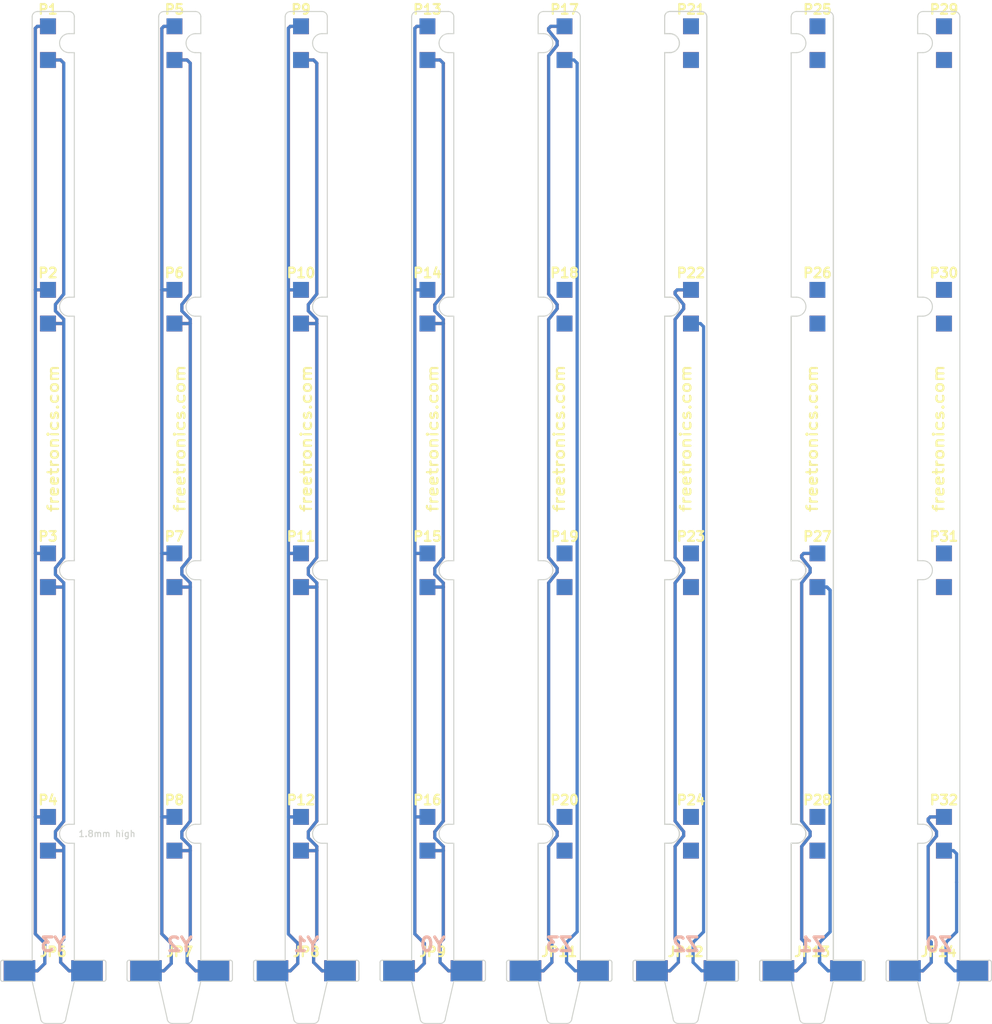
<source format=kicad_pcb>
(kicad_pcb (version 3) (host pcbnew "(2013-jul-07)-stable")

  (general
    (links 76)
    (no_connects 0)
    (area 152.934429 48.06188 251.062731 145.050511)
    (thickness 1.6002)
    (drawings 511)
    (tracks 482)
    (zones 0)
    (modules 40)
    (nets 29)
  )

  (page A4)
  (layers
    (15 Front signal)
    (0 Back signal)
    (16 B.Adhes user)
    (17 F.Adhes user)
    (18 B.Paste user)
    (19 F.Paste user)
    (20 B.SilkS user)
    (21 F.SilkS user)
    (22 B.Mask user)
    (23 F.Mask user)
    (24 Dwgs.User user)
    (25 Cmts.User user)
    (26 Eco1.User user)
    (27 Eco2.User user)
    (28 Edge.Cuts user)
  )

  (setup
    (last_trace_width 0.254)
    (user_trace_width 0.254)
    (user_trace_width 0.3048)
    (user_trace_width 0.4064)
    (user_trace_width 0.4572)
    (user_trace_width 0.508)
    (user_trace_width 0.8128)
    (user_trace_width 1.016)
    (trace_clearance 0.1778)
    (zone_clearance 0.4064)
    (zone_45_only no)
    (trace_min 0.2032)
    (segment_width 0.09906)
    (edge_width 0.09906)
    (via_size 0.889)
    (via_drill 0.635)
    (via_min_size 0.889)
    (via_min_drill 0.508)
    (uvia_size 0.508)
    (uvia_drill 0.127)
    (uvias_allowed no)
    (uvia_min_size 0.508)
    (uvia_min_drill 0.127)
    (pcb_text_width 0.3048)
    (pcb_text_size 1.524 2.032)
    (mod_edge_width 0.09906)
    (mod_text_size 1.524 1.524)
    (mod_text_width 0.3048)
    (pad_size 1.6002 1.6002)
    (pad_drill 1.00076)
    (pad_to_mask_clearance 0.254)
    (aux_axis_origin 149.9997 149.9997)
    (visible_elements FFFFFFBF)
    (pcbplotparams
      (layerselection 284983297)
      (usegerberextensions true)
      (excludeedgelayer true)
      (linewidth 0.150000)
      (plotframeref false)
      (viasonmask false)
      (mode 1)
      (useauxorigin false)
      (hpglpennumber 1)
      (hpglpenspeed 20)
      (hpglpendiameter 15)
      (hpglpenoverlay 0)
      (psnegative false)
      (psa4output false)
      (plotreference false)
      (plotvalue false)
      (plotothertext true)
      (plotinvisibletext false)
      (padsonsilk false)
      (subtractmaskfromsilk true)
      (outputformat 1)
      (mirror false)
      (drillshape 1)
      (scaleselection 1)
      (outputdirectory gerbers/))
  )

  (net 0 "")
  (net 1 /X0Y0)
  (net 2 /X0Y1)
  (net 3 /X0Y2)
  (net 4 /X0Y3)
  (net 5 /X1Y0)
  (net 6 /X1Y1)
  (net 7 /X1Y2)
  (net 8 /X1Y3)
  (net 9 /X2Y0)
  (net 10 /X2Y1)
  (net 11 /X2Y2)
  (net 12 /X2Y3)
  (net 13 /X3Y0)
  (net 14 /X3Y1)
  (net 15 /X3Y2)
  (net 16 /X3Y3)
  (net 17 /Z0_BLUE)
  (net 18 /Z0_GREEN)
  (net 19 /Z0_RED)
  (net 20 /Z1_BLUE)
  (net 21 /Z1_GREEN)
  (net 22 /Z1_RED)
  (net 23 /Z2_BLUE)
  (net 24 /Z2_GREEN)
  (net 25 /Z2_RED)
  (net 26 /Z3_BLUE)
  (net 27 /Z3_GREEN)
  (net 28 /Z3_RED)

  (net_class Default "This is the default net class."
    (clearance 0.1778)
    (trace_width 0.254)
    (via_dia 0.889)
    (via_drill 0.635)
    (uvia_dia 0.508)
    (uvia_drill 0.127)
    (add_net "")
    (add_net /X0Y0)
    (add_net /X0Y1)
    (add_net /X0Y2)
    (add_net /X0Y3)
    (add_net /X1Y0)
    (add_net /X1Y1)
    (add_net /X1Y2)
    (add_net /X1Y3)
    (add_net /X2Y0)
    (add_net /X2Y1)
    (add_net /X2Y2)
    (add_net /X2Y3)
    (add_net /X3Y0)
    (add_net /X3Y1)
    (add_net /X3Y2)
    (add_net /X3Y3)
    (add_net /Z0_BLUE)
    (add_net /Z0_GREEN)
    (add_net /Z0_RED)
    (add_net /Z1_BLUE)
    (add_net /Z1_GREEN)
    (add_net /Z1_RED)
    (add_net /Z2_BLUE)
    (add_net /Z2_GREEN)
    (add_net /Z2_RED)
    (add_net /Z3_BLUE)
    (add_net /Z3_GREEN)
    (add_net /Z3_RED)
  )

  (net_class "Large Signal" ""
    (clearance 0.1778)
    (trace_width 0.508)
    (via_dia 0.889)
    (via_drill 0.635)
    (uvia_dia 0.508)
    (uvia_drill 0.127)
  )

  (module LED_MATRIX_VERTICAL_4PAD (layer Front) (tedit 50003CCD) (tstamp 4FFFB63B)
    (at 171.49826 51.99888)
    (path /4FF96181)
    (attr smd)
    (fp_text reference P5 (at 0 -3.2004) (layer F.SilkS)
      (effects (font (size 0.9144 0.9144) (thickness 0.2032)))
    )
    (fp_text value Z3 (at 0 3.40106) (layer F.SilkS) hide
      (effects (font (size 0.9144 0.9144) (thickness 0.2032)))
    )
    (fp_text user "front bottom" (at 0 0.39878) (layer F.SilkS) hide
      (effects (font (size 0.59944 0.59944) (thickness 0.09906)))
    )
    (pad 3 smd rect (at 0 -1.6002) (size 1.50114 1.50114)
      (layers Front F.Paste F.Mask)
      (net 11 /X2Y2)
      (solder_mask_margin 0.0254)
    )
    (pad 4 smd rect (at 0 1.6002) (size 1.50114 1.50114)
      (layers Front F.Paste F.Mask)
      (net 15 /X3Y2)
      (solder_mask_margin 0.0254)
    )
    (pad 2 smd rect (at 0 1.6002) (size 1.50114 1.50114)
      (layers Back B.Paste B.Mask)
      (net 7 /X1Y2)
      (solder_mask_margin 0.0254)
    )
    (pad 1 smd rect (at 0 -1.6002) (size 1.50114 1.50114)
      (layers Back B.Paste B.Mask)
      (net 3 /X0Y2)
      (solder_mask_margin 0.0254)
    )
    (model smd\resistors\R0603.wrl
      (at (xyz 0 0 0.001))
      (scale (xyz 0.5 0.5 0.5))
      (rotate (xyz 0 0 0))
    )
  )

  (module LED_MATRIX_VERTICAL_4PAD (layer Front) (tedit 50003CCD) (tstamp 4FFC4D46)
    (at 171.49572 101.99878)
    (path /4FF96182)
    (attr smd)
    (fp_text reference P7 (at 0 -3.2004) (layer F.SilkS)
      (effects (font (size 0.9144 0.9144) (thickness 0.2032)))
    )
    (fp_text value Z1 (at 0 3.40106) (layer F.SilkS) hide
      (effects (font (size 0.9144 0.9144) (thickness 0.2032)))
    )
    (fp_text user "front bottom" (at 0 0.39878) (layer F.SilkS) hide
      (effects (font (size 0.59944 0.59944) (thickness 0.09906)))
    )
    (pad 3 smd rect (at 0 -1.6002) (size 1.50114 1.50114)
      (layers Front F.Paste F.Mask)
      (net 11 /X2Y2)
      (solder_mask_margin 0.0254)
    )
    (pad 4 smd rect (at 0 1.6002) (size 1.50114 1.50114)
      (layers Front F.Paste F.Mask)
      (net 15 /X3Y2)
      (solder_mask_margin 0.0254)
    )
    (pad 2 smd rect (at 0 1.6002) (size 1.50114 1.50114)
      (layers Back B.Paste B.Mask)
      (net 7 /X1Y2)
      (solder_mask_margin 0.0254)
    )
    (pad 1 smd rect (at 0 -1.6002) (size 1.50114 1.50114)
      (layers Back B.Paste B.Mask)
      (net 3 /X0Y2)
      (solder_mask_margin 0.0254)
    )
    (model smd\resistors\R0603.wrl
      (at (xyz 0 0 0.001))
      (scale (xyz 0.5 0.5 0.5))
      (rotate (xyz 0 0 0))
    )
  )

  (module LED_MATRIX_VERTICAL_4PAD (layer Front) (tedit 50003CCD) (tstamp 4FFC4D44)
    (at 171.49572 127)
    (path /4FF96183)
    (attr smd)
    (fp_text reference P8 (at 0 -3.2004) (layer F.SilkS)
      (effects (font (size 0.9144 0.9144) (thickness 0.2032)))
    )
    (fp_text value Z0 (at 0 3.40106) (layer F.SilkS) hide
      (effects (font (size 0.9144 0.9144) (thickness 0.2032)))
    )
    (fp_text user "front bottom" (at 0 0.39878) (layer F.SilkS) hide
      (effects (font (size 0.59944 0.59944) (thickness 0.09906)))
    )
    (pad 3 smd rect (at 0 -1.6002) (size 1.50114 1.50114)
      (layers Front F.Paste F.Mask)
      (net 11 /X2Y2)
      (solder_mask_margin 0.0254)
    )
    (pad 4 smd rect (at 0 1.6002) (size 1.50114 1.50114)
      (layers Front F.Paste F.Mask)
      (net 15 /X3Y2)
      (solder_mask_margin 0.0254)
    )
    (pad 2 smd rect (at 0 1.6002) (size 1.50114 1.50114)
      (layers Back B.Paste B.Mask)
      (net 7 /X1Y2)
      (solder_mask_margin 0.0254)
    )
    (pad 1 smd rect (at 0 -1.6002) (size 1.50114 1.50114)
      (layers Back B.Paste B.Mask)
      (net 3 /X0Y2)
      (solder_mask_margin 0.0254)
    )
    (model smd\resistors\R0603.wrl
      (at (xyz 0 0 0.001))
      (scale (xyz 0.5 0.5 0.5))
      (rotate (xyz 0 0 0))
    )
  )

  (module LED_MATRIX_VERTICAL_4PAD (layer Front) (tedit 50003CCD) (tstamp 4FFC4D42)
    (at 220.49994 127)
    (path /4FF96331)
    (attr smd)
    (fp_text reference P24 (at 0 -3.2004) (layer F.SilkS)
      (effects (font (size 0.9144 0.9144) (thickness 0.2032)))
    )
    (fp_text value Z0 (at 0 3.40106) (layer F.SilkS) hide
      (effects (font (size 0.9144 0.9144) (thickness 0.2032)))
    )
    (fp_text user "front bottom" (at 0 0.39878) (layer F.SilkS) hide
      (effects (font (size 0.59944 0.59944) (thickness 0.09906)))
    )
    (pad 3 smd rect (at 0 -1.6002) (size 1.50114 1.50114)
      (layers Front F.Paste F.Mask)
      (solder_mask_margin 0.0254)
    )
    (pad 4 smd rect (at 0 1.6002) (size 1.50114 1.50114)
      (layers Front F.Paste F.Mask)
      (solder_mask_margin 0.0254)
    )
    (pad 2 smd rect (at 0 1.6002) (size 1.50114 1.50114)
      (layers Back B.Paste B.Mask)
      (solder_mask_margin 0.0254)
    )
    (pad 1 smd rect (at 0 -1.6002) (size 1.50114 1.50114)
      (layers Back B.Paste B.Mask)
      (solder_mask_margin 0.0254)
    )
    (model smd\resistors\R0603.wrl
      (at (xyz 0 0 0.001))
      (scale (xyz 0.5 0.5 0.5))
      (rotate (xyz 0 0 0))
    )
  )

  (module LED_MATRIX_VERTICAL_4PAD (layer Front) (tedit 50003CCD) (tstamp 4FFC4D40)
    (at 220.49994 101.99878)
    (path /4FF96332)
    (attr smd)
    (fp_text reference P23 (at 0 -3.2004) (layer F.SilkS)
      (effects (font (size 0.9144 0.9144) (thickness 0.2032)))
    )
    (fp_text value Z1 (at 0 3.40106) (layer F.SilkS) hide
      (effects (font (size 0.9144 0.9144) (thickness 0.2032)))
    )
    (fp_text user "front bottom" (at 0 0.39878) (layer F.SilkS) hide
      (effects (font (size 0.59944 0.59944) (thickness 0.09906)))
    )
    (pad 3 smd rect (at 0 -1.6002) (size 1.50114 1.50114)
      (layers Front F.Paste F.Mask)
      (solder_mask_margin 0.0254)
    )
    (pad 4 smd rect (at 0 1.6002) (size 1.50114 1.50114)
      (layers Front F.Paste F.Mask)
      (solder_mask_margin 0.0254)
    )
    (pad 2 smd rect (at 0 1.6002) (size 1.50114 1.50114)
      (layers Back B.Paste B.Mask)
      (solder_mask_margin 0.0254)
    )
    (pad 1 smd rect (at 0 -1.6002) (size 1.50114 1.50114)
      (layers Back B.Paste B.Mask)
      (solder_mask_margin 0.0254)
    )
    (model smd\resistors\R0603.wrl
      (at (xyz 0 0 0.001))
      (scale (xyz 0.5 0.5 0.5))
      (rotate (xyz 0 0 0))
    )
  )

  (module LED_MATRIX_VERTICAL_4PAD (layer Front) (tedit 50003CCD) (tstamp 4FFC4D3E)
    (at 220.50248 51.99888)
    (path /4FF96333)
    (attr smd)
    (fp_text reference P21 (at 0 -3.2004) (layer F.SilkS)
      (effects (font (size 0.9144 0.9144) (thickness 0.2032)))
    )
    (fp_text value Z3 (at 0 3.40106) (layer F.SilkS) hide
      (effects (font (size 0.9144 0.9144) (thickness 0.2032)))
    )
    (fp_text user "front bottom" (at 0 0.39878) (layer F.SilkS) hide
      (effects (font (size 0.59944 0.59944) (thickness 0.09906)))
    )
    (pad 3 smd rect (at 0 -1.6002) (size 1.50114 1.50114)
      (layers Front F.Paste F.Mask)
      (solder_mask_margin 0.0254)
    )
    (pad 4 smd rect (at 0 1.6002) (size 1.50114 1.50114)
      (layers Front F.Paste F.Mask)
      (solder_mask_margin 0.0254)
    )
    (pad 2 smd rect (at 0 1.6002) (size 1.50114 1.50114)
      (layers Back B.Paste B.Mask)
      (solder_mask_margin 0.0254)
    )
    (pad 1 smd rect (at 0 -1.6002) (size 1.50114 1.50114)
      (layers Back B.Paste B.Mask)
      (solder_mask_margin 0.0254)
    )
    (model smd\resistors\R0603.wrl
      (at (xyz 0 0 0.001))
      (scale (xyz 0.5 0.5 0.5))
      (rotate (xyz 0 0 0))
    )
  )

  (module LED_MATRIX_VERTICAL_4PAD (layer Front) (tedit 50003CCD) (tstamp 4FFC4D3C)
    (at 220.49994 77.0001)
    (path /4FF96334)
    (attr smd)
    (fp_text reference P22 (at 0 -3.2004) (layer F.SilkS)
      (effects (font (size 0.9144 0.9144) (thickness 0.2032)))
    )
    (fp_text value Z2 (at 0 3.40106) (layer F.SilkS) hide
      (effects (font (size 0.9144 0.9144) (thickness 0.2032)))
    )
    (fp_text user "front bottom" (at 0 0.39878) (layer F.SilkS) hide
      (effects (font (size 0.59944 0.59944) (thickness 0.09906)))
    )
    (pad 3 smd rect (at 0 -1.6002) (size 1.50114 1.50114)
      (layers Front F.Paste F.Mask)
      (net 23 /Z2_BLUE)
      (solder_mask_margin 0.0254)
    )
    (pad 4 smd rect (at 0 1.6002) (size 1.50114 1.50114)
      (layers Front F.Paste F.Mask)
      (solder_mask_margin 0.0254)
    )
    (pad 2 smd rect (at 0 1.6002) (size 1.50114 1.50114)
      (layers Back B.Paste B.Mask)
      (net 24 /Z2_GREEN)
      (solder_mask_margin 0.0254)
    )
    (pad 1 smd rect (at 0 -1.6002) (size 1.50114 1.50114)
      (layers Back B.Paste B.Mask)
      (net 25 /Z2_RED)
      (solder_mask_margin 0.0254)
    )
    (model smd\resistors\R0603.wrl
      (at (xyz 0 0 0.001))
      (scale (xyz 0.5 0.5 0.5))
      (rotate (xyz 0 0 0))
    )
  )

  (module LED_MATRIX_VERTICAL_4PAD (layer Front) (tedit 50003CCD) (tstamp 4FFC4D3A)
    (at 208.50098 77.0001)
    (path /4FF96335)
    (attr smd)
    (fp_text reference P18 (at 0 -3.2004) (layer F.SilkS)
      (effects (font (size 0.9144 0.9144) (thickness 0.2032)))
    )
    (fp_text value Z2 (at 0 3.40106) (layer F.SilkS) hide
      (effects (font (size 0.9144 0.9144) (thickness 0.2032)))
    )
    (fp_text user "front bottom" (at 0 0.39878) (layer F.SilkS) hide
      (effects (font (size 0.59944 0.59944) (thickness 0.09906)))
    )
    (pad 3 smd rect (at 0 -1.6002) (size 1.50114 1.50114)
      (layers Front F.Paste F.Mask)
      (solder_mask_margin 0.0254)
    )
    (pad 4 smd rect (at 0 1.6002) (size 1.50114 1.50114)
      (layers Front F.Paste F.Mask)
      (solder_mask_margin 0.0254)
    )
    (pad 2 smd rect (at 0 1.6002) (size 1.50114 1.50114)
      (layers Back B.Paste B.Mask)
      (solder_mask_margin 0.0254)
    )
    (pad 1 smd rect (at 0 -1.6002) (size 1.50114 1.50114)
      (layers Back B.Paste B.Mask)
      (solder_mask_margin 0.0254)
    )
    (model smd\resistors\R0603.wrl
      (at (xyz 0 0 0.001))
      (scale (xyz 0.5 0.5 0.5))
      (rotate (xyz 0 0 0))
    )
  )

  (module LED_MATRIX_VERTICAL_4PAD (layer Front) (tedit 50003CCD) (tstamp 4FFC4D38)
    (at 208.50098 51.99888)
    (path /4FF96336)
    (attr smd)
    (fp_text reference P17 (at 0 -3.2004) (layer F.SilkS)
      (effects (font (size 0.9144 0.9144) (thickness 0.2032)))
    )
    (fp_text value Z3 (at 0 3.40106) (layer F.SilkS) hide
      (effects (font (size 0.9144 0.9144) (thickness 0.2032)))
    )
    (fp_text user "front bottom" (at 0 0.39878) (layer F.SilkS) hide
      (effects (font (size 0.59944 0.59944) (thickness 0.09906)))
    )
    (pad 3 smd rect (at 0 -1.6002) (size 1.50114 1.50114)
      (layers Front F.Paste F.Mask)
      (net 26 /Z3_BLUE)
      (solder_mask_margin 0.0254)
    )
    (pad 4 smd rect (at 0 1.6002) (size 1.50114 1.50114)
      (layers Front F.Paste F.Mask)
      (solder_mask_margin 0.0254)
    )
    (pad 2 smd rect (at 0 1.6002) (size 1.50114 1.50114)
      (layers Back B.Paste B.Mask)
      (net 27 /Z3_GREEN)
      (solder_mask_margin 0.0254)
    )
    (pad 1 smd rect (at 0 -1.6002) (size 1.50114 1.50114)
      (layers Back B.Paste B.Mask)
      (net 28 /Z3_RED)
      (solder_mask_margin 0.0254)
    )
    (model smd\resistors\R0603.wrl
      (at (xyz 0 0 0.001))
      (scale (xyz 0.5 0.5 0.5))
      (rotate (xyz 0 0 0))
    )
  )

  (module LED_MATRIX_VERTICAL_4PAD (layer Front) (tedit 50003CCD) (tstamp 4FFC4D36)
    (at 159.4993 101.99878)
    (path /4FF9617D)
    (attr smd)
    (fp_text reference P3 (at 0 -3.2004) (layer F.SilkS)
      (effects (font (size 0.9144 0.9144) (thickness 0.2032)))
    )
    (fp_text value Z1 (at 0 3.40106) (layer F.SilkS) hide
      (effects (font (size 0.9144 0.9144) (thickness 0.2032)))
    )
    (fp_text user "front bottom" (at 0 0.39878) (layer F.SilkS) hide
      (effects (font (size 0.59944 0.59944) (thickness 0.09906)))
    )
    (pad 3 smd rect (at 0 -1.6002) (size 1.50114 1.50114)
      (layers Front F.Paste F.Mask)
      (net 12 /X2Y3)
      (solder_mask_margin 0.0254)
    )
    (pad 4 smd rect (at 0 1.6002) (size 1.50114 1.50114)
      (layers Front F.Paste F.Mask)
      (net 16 /X3Y3)
      (solder_mask_margin 0.0254)
    )
    (pad 2 smd rect (at 0 1.6002) (size 1.50114 1.50114)
      (layers Back B.Paste B.Mask)
      (net 8 /X1Y3)
      (solder_mask_margin 0.0254)
    )
    (pad 1 smd rect (at 0 -1.6002) (size 1.50114 1.50114)
      (layers Back B.Paste B.Mask)
      (net 4 /X0Y3)
      (solder_mask_margin 0.0254)
    )
    (model smd\resistors\R0603.wrl
      (at (xyz 0 0 0.001))
      (scale (xyz 0.5 0.5 0.5))
      (rotate (xyz 0 0 0))
    )
  )

  (module LED_MATRIX_VERTICAL_4PAD (layer Front) (tedit 50003CCD) (tstamp 4FFC4D34)
    (at 208.50098 127)
    (path /4FF96338)
    (attr smd)
    (fp_text reference P20 (at 0 -3.2004) (layer F.SilkS)
      (effects (font (size 0.9144 0.9144) (thickness 0.2032)))
    )
    (fp_text value Z0 (at 0 3.40106) (layer F.SilkS) hide
      (effects (font (size 0.9144 0.9144) (thickness 0.2032)))
    )
    (fp_text user "front bottom" (at 0 0.39878) (layer F.SilkS) hide
      (effects (font (size 0.59944 0.59944) (thickness 0.09906)))
    )
    (pad 3 smd rect (at 0 -1.6002) (size 1.50114 1.50114)
      (layers Front F.Paste F.Mask)
      (solder_mask_margin 0.0254)
    )
    (pad 4 smd rect (at 0 1.6002) (size 1.50114 1.50114)
      (layers Front F.Paste F.Mask)
      (solder_mask_margin 0.0254)
    )
    (pad 2 smd rect (at 0 1.6002) (size 1.50114 1.50114)
      (layers Back B.Paste B.Mask)
      (solder_mask_margin 0.0254)
    )
    (pad 1 smd rect (at 0 -1.6002) (size 1.50114 1.50114)
      (layers Back B.Paste B.Mask)
      (solder_mask_margin 0.0254)
    )
    (model smd\resistors\R0603.wrl
      (at (xyz 0 0 0.001))
      (scale (xyz 0.5 0.5 0.5))
      (rotate (xyz 0 0 0))
    )
  )

  (module LED_MATRIX_VERTICAL_4PAD (layer Front) (tedit 50003CCD) (tstamp 4FFC4D32)
    (at 232.4989 127)
    (path /4FF96339)
    (attr smd)
    (fp_text reference P28 (at 0 -3.2004) (layer F.SilkS)
      (effects (font (size 0.9144 0.9144) (thickness 0.2032)))
    )
    (fp_text value Z0 (at 0 3.40106) (layer F.SilkS) hide
      (effects (font (size 0.9144 0.9144) (thickness 0.2032)))
    )
    (fp_text user "front bottom" (at 0 0.39878) (layer F.SilkS) hide
      (effects (font (size 0.59944 0.59944) (thickness 0.09906)))
    )
    (pad 3 smd rect (at 0 -1.6002) (size 1.50114 1.50114)
      (layers Front F.Paste F.Mask)
      (solder_mask_margin 0.0254)
    )
    (pad 4 smd rect (at 0 1.6002) (size 1.50114 1.50114)
      (layers Front F.Paste F.Mask)
      (solder_mask_margin 0.0254)
    )
    (pad 2 smd rect (at 0 1.6002) (size 1.50114 1.50114)
      (layers Back B.Paste B.Mask)
      (solder_mask_margin 0.0254)
    )
    (pad 1 smd rect (at 0 -1.6002) (size 1.50114 1.50114)
      (layers Back B.Paste B.Mask)
      (solder_mask_margin 0.0254)
    )
    (model smd\resistors\R0603.wrl
      (at (xyz 0 0 0.001))
      (scale (xyz 0.5 0.5 0.5))
      (rotate (xyz 0 0 0))
    )
  )

  (module LED_MATRIX_VERTICAL_4PAD (layer Front) (tedit 50003CCD) (tstamp 4FFC4D30)
    (at 232.4989 101.99878)
    (path /4FF9633A)
    (attr smd)
    (fp_text reference P27 (at 0 -3.2004) (layer F.SilkS)
      (effects (font (size 0.9144 0.9144) (thickness 0.2032)))
    )
    (fp_text value Z1 (at 0 3.40106) (layer F.SilkS) hide
      (effects (font (size 0.9144 0.9144) (thickness 0.2032)))
    )
    (fp_text user "front bottom" (at 0 0.39878) (layer F.SilkS) hide
      (effects (font (size 0.59944 0.59944) (thickness 0.09906)))
    )
    (pad 3 smd rect (at 0 -1.6002) (size 1.50114 1.50114)
      (layers Front F.Paste F.Mask)
      (net 20 /Z1_BLUE)
      (solder_mask_margin 0.0254)
    )
    (pad 4 smd rect (at 0 1.6002) (size 1.50114 1.50114)
      (layers Front F.Paste F.Mask)
      (solder_mask_margin 0.0254)
    )
    (pad 2 smd rect (at 0 1.6002) (size 1.50114 1.50114)
      (layers Back B.Paste B.Mask)
      (net 21 /Z1_GREEN)
      (solder_mask_margin 0.0254)
    )
    (pad 1 smd rect (at 0 -1.6002) (size 1.50114 1.50114)
      (layers Back B.Paste B.Mask)
      (net 22 /Z1_RED)
      (solder_mask_margin 0.0254)
    )
    (model smd\resistors\R0603.wrl
      (at (xyz 0 0 0.001))
      (scale (xyz 0.5 0.5 0.5))
      (rotate (xyz 0 0 0))
    )
  )

  (module LED_MATRIX_VERTICAL_4PAD (layer Front) (tedit 50003CCD) (tstamp 4FFC4D2E)
    (at 232.50144 51.99888)
    (path /4FF9633B)
    (attr smd)
    (fp_text reference P25 (at 0 -3.2004) (layer F.SilkS)
      (effects (font (size 0.9144 0.9144) (thickness 0.2032)))
    )
    (fp_text value Z3 (at 0 3.40106) (layer F.SilkS) hide
      (effects (font (size 0.9144 0.9144) (thickness 0.2032)))
    )
    (fp_text user "front bottom" (at 0 0.39878) (layer F.SilkS) hide
      (effects (font (size 0.59944 0.59944) (thickness 0.09906)))
    )
    (pad 3 smd rect (at 0 -1.6002) (size 1.50114 1.50114)
      (layers Front F.Paste F.Mask)
      (solder_mask_margin 0.0254)
    )
    (pad 4 smd rect (at 0 1.6002) (size 1.50114 1.50114)
      (layers Front F.Paste F.Mask)
      (solder_mask_margin 0.0254)
    )
    (pad 2 smd rect (at 0 1.6002) (size 1.50114 1.50114)
      (layers Back B.Paste B.Mask)
      (solder_mask_margin 0.0254)
    )
    (pad 1 smd rect (at 0 -1.6002) (size 1.50114 1.50114)
      (layers Back B.Paste B.Mask)
      (solder_mask_margin 0.0254)
    )
    (model smd\resistors\R0603.wrl
      (at (xyz 0 0 0.001))
      (scale (xyz 0.5 0.5 0.5))
      (rotate (xyz 0 0 0))
    )
  )

  (module LED_MATRIX_VERTICAL_4PAD (layer Front) (tedit 50003CCD) (tstamp 4FFC4D2C)
    (at 232.4989 77.0001)
    (path /4FF9633C)
    (attr smd)
    (fp_text reference P26 (at 0 -3.2004) (layer F.SilkS)
      (effects (font (size 0.9144 0.9144) (thickness 0.2032)))
    )
    (fp_text value Z2 (at 0 3.40106) (layer F.SilkS) hide
      (effects (font (size 0.9144 0.9144) (thickness 0.2032)))
    )
    (fp_text user "front bottom" (at 0 0.39878) (layer F.SilkS) hide
      (effects (font (size 0.59944 0.59944) (thickness 0.09906)))
    )
    (pad 3 smd rect (at 0 -1.6002) (size 1.50114 1.50114)
      (layers Front F.Paste F.Mask)
      (solder_mask_margin 0.0254)
    )
    (pad 4 smd rect (at 0 1.6002) (size 1.50114 1.50114)
      (layers Front F.Paste F.Mask)
      (solder_mask_margin 0.0254)
    )
    (pad 2 smd rect (at 0 1.6002) (size 1.50114 1.50114)
      (layers Back B.Paste B.Mask)
      (solder_mask_margin 0.0254)
    )
    (pad 1 smd rect (at 0 -1.6002) (size 1.50114 1.50114)
      (layers Back B.Paste B.Mask)
      (solder_mask_margin 0.0254)
    )
    (model smd\resistors\R0603.wrl
      (at (xyz 0 0 0.001))
      (scale (xyz 0.5 0.5 0.5))
      (rotate (xyz 0 0 0))
    )
  )

  (module LED_MATRIX_VERTICAL_4PAD (layer Front) (tedit 50003CCD) (tstamp 4FFC4D2A)
    (at 244.5004 77.0001)
    (path /4FF9633D)
    (attr smd)
    (fp_text reference P30 (at 0 -3.2004) (layer F.SilkS)
      (effects (font (size 0.9144 0.9144) (thickness 0.2032)))
    )
    (fp_text value Z2 (at 0 3.40106) (layer F.SilkS) hide
      (effects (font (size 0.9144 0.9144) (thickness 0.2032)))
    )
    (fp_text user "front bottom" (at 0 0.39878) (layer F.SilkS) hide
      (effects (font (size 0.59944 0.59944) (thickness 0.09906)))
    )
    (pad 3 smd rect (at 0 -1.6002) (size 1.50114 1.50114)
      (layers Front F.Paste F.Mask)
      (solder_mask_margin 0.0254)
    )
    (pad 4 smd rect (at 0 1.6002) (size 1.50114 1.50114)
      (layers Front F.Paste F.Mask)
      (solder_mask_margin 0.0254)
    )
    (pad 2 smd rect (at 0 1.6002) (size 1.50114 1.50114)
      (layers Back B.Paste B.Mask)
      (solder_mask_margin 0.0254)
    )
    (pad 1 smd rect (at 0 -1.6002) (size 1.50114 1.50114)
      (layers Back B.Paste B.Mask)
      (solder_mask_margin 0.0254)
    )
    (model smd\resistors\R0603.wrl
      (at (xyz 0 0 0.001))
      (scale (xyz 0.5 0.5 0.5))
      (rotate (xyz 0 0 0))
    )
  )

  (module LED_MATRIX_VERTICAL_4PAD (layer Front) (tedit 50003CCD) (tstamp 4FFC4D28)
    (at 244.50294 51.99888)
    (path /4FF9633E)
    (attr smd)
    (fp_text reference P29 (at 0 -3.2004) (layer F.SilkS)
      (effects (font (size 0.9144 0.9144) (thickness 0.2032)))
    )
    (fp_text value Z3 (at 0 3.40106) (layer F.SilkS) hide
      (effects (font (size 0.9144 0.9144) (thickness 0.2032)))
    )
    (fp_text user "front bottom" (at 0 0.39878) (layer F.SilkS) hide
      (effects (font (size 0.59944 0.59944) (thickness 0.09906)))
    )
    (pad 3 smd rect (at 0 -1.6002) (size 1.50114 1.50114)
      (layers Front F.Paste F.Mask)
      (solder_mask_margin 0.0254)
    )
    (pad 4 smd rect (at 0 1.6002) (size 1.50114 1.50114)
      (layers Front F.Paste F.Mask)
      (solder_mask_margin 0.0254)
    )
    (pad 2 smd rect (at 0 1.6002) (size 1.50114 1.50114)
      (layers Back B.Paste B.Mask)
      (solder_mask_margin 0.0254)
    )
    (pad 1 smd rect (at 0 -1.6002) (size 1.50114 1.50114)
      (layers Back B.Paste B.Mask)
      (solder_mask_margin 0.0254)
    )
    (model smd\resistors\R0603.wrl
      (at (xyz 0 0 0.001))
      (scale (xyz 0.5 0.5 0.5))
      (rotate (xyz 0 0 0))
    )
  )

  (module LED_MATRIX_VERTICAL_4PAD (layer Front) (tedit 50003CCD) (tstamp 4FFC4D26)
    (at 244.5004 101.99878)
    (path /4FF9633F)
    (attr smd)
    (fp_text reference P31 (at 0 -3.2004) (layer F.SilkS)
      (effects (font (size 0.9144 0.9144) (thickness 0.2032)))
    )
    (fp_text value Z1 (at 0 3.40106) (layer F.SilkS) hide
      (effects (font (size 0.9144 0.9144) (thickness 0.2032)))
    )
    (fp_text user "front bottom" (at 0 0.39878) (layer F.SilkS) hide
      (effects (font (size 0.59944 0.59944) (thickness 0.09906)))
    )
    (pad 3 smd rect (at 0 -1.6002) (size 1.50114 1.50114)
      (layers Front F.Paste F.Mask)
      (solder_mask_margin 0.0254)
    )
    (pad 4 smd rect (at 0 1.6002) (size 1.50114 1.50114)
      (layers Front F.Paste F.Mask)
      (solder_mask_margin 0.0254)
    )
    (pad 2 smd rect (at 0 1.6002) (size 1.50114 1.50114)
      (layers Back B.Paste B.Mask)
      (solder_mask_margin 0.0254)
    )
    (pad 1 smd rect (at 0 -1.6002) (size 1.50114 1.50114)
      (layers Back B.Paste B.Mask)
      (solder_mask_margin 0.0254)
    )
    (model smd\resistors\R0603.wrl
      (at (xyz 0 0 0.001))
      (scale (xyz 0.5 0.5 0.5))
      (rotate (xyz 0 0 0))
    )
  )

  (module LED_MATRIX_VERTICAL_4PAD (layer Front) (tedit 50003CCD) (tstamp 4FFC4D24)
    (at 244.5004 127)
    (path /4FF96340)
    (attr smd)
    (fp_text reference P32 (at 0 -3.2004) (layer F.SilkS)
      (effects (font (size 0.9144 0.9144) (thickness 0.2032)))
    )
    (fp_text value Z0 (at 0 3.40106) (layer F.SilkS) hide
      (effects (font (size 0.9144 0.9144) (thickness 0.2032)))
    )
    (fp_text user "front bottom" (at 0 0.39878) (layer F.SilkS) hide
      (effects (font (size 0.59944 0.59944) (thickness 0.09906)))
    )
    (pad 3 smd rect (at 0 -1.6002) (size 1.50114 1.50114)
      (layers Front F.Paste F.Mask)
      (net 17 /Z0_BLUE)
      (solder_mask_margin 0.0254)
    )
    (pad 4 smd rect (at 0 1.6002) (size 1.50114 1.50114)
      (layers Front F.Paste F.Mask)
      (solder_mask_margin 0.0254)
    )
    (pad 2 smd rect (at 0 1.6002) (size 1.50114 1.50114)
      (layers Back B.Paste B.Mask)
      (net 18 /Z0_GREEN)
      (solder_mask_margin 0.0254)
    )
    (pad 1 smd rect (at 0 -1.6002) (size 1.50114 1.50114)
      (layers Back B.Paste B.Mask)
      (net 19 /Z0_RED)
      (solder_mask_margin 0.0254)
    )
    (model smd\resistors\R0603.wrl
      (at (xyz 0 0 0.001))
      (scale (xyz 0.5 0.5 0.5))
      (rotate (xyz 0 0 0))
    )
  )

  (module LED_MATRIX_VERTICAL_4PAD (layer Front) (tedit 50003CCD) (tstamp 4FFC4D22)
    (at 208.50098 101.99878)
    (path /4FF96337)
    (attr smd)
    (fp_text reference P19 (at 0 -3.2004) (layer F.SilkS)
      (effects (font (size 0.9144 0.9144) (thickness 0.2032)))
    )
    (fp_text value Z1 (at 0 3.40106) (layer F.SilkS) hide
      (effects (font (size 0.9144 0.9144) (thickness 0.2032)))
    )
    (fp_text user "front bottom" (at 0 0.39878) (layer F.SilkS) hide
      (effects (font (size 0.59944 0.59944) (thickness 0.09906)))
    )
    (pad 3 smd rect (at 0 -1.6002) (size 1.50114 1.50114)
      (layers Front F.Paste F.Mask)
      (solder_mask_margin 0.0254)
    )
    (pad 4 smd rect (at 0 1.6002) (size 1.50114 1.50114)
      (layers Front F.Paste F.Mask)
      (solder_mask_margin 0.0254)
    )
    (pad 2 smd rect (at 0 1.6002) (size 1.50114 1.50114)
      (layers Back B.Paste B.Mask)
      (solder_mask_margin 0.0254)
    )
    (pad 1 smd rect (at 0 -1.6002) (size 1.50114 1.50114)
      (layers Back B.Paste B.Mask)
      (solder_mask_margin 0.0254)
    )
    (model smd\resistors\R0603.wrl
      (at (xyz 0 0 0.001))
      (scale (xyz 0.5 0.5 0.5))
      (rotate (xyz 0 0 0))
    )
  )

  (module LED_MATRIX_VERTICAL_4PAD (layer Front) (tedit 50003CCD) (tstamp 4FFC4D20)
    (at 195.49618 127)
    (path /4FF95DA7)
    (attr smd)
    (fp_text reference P16 (at 0 -3.2004) (layer F.SilkS)
      (effects (font (size 0.9144 0.9144) (thickness 0.2032)))
    )
    (fp_text value Z0 (at 0 3.40106) (layer F.SilkS) hide
      (effects (font (size 0.9144 0.9144) (thickness 0.2032)))
    )
    (fp_text user "front bottom" (at 0 0.39878) (layer F.SilkS) hide
      (effects (font (size 0.59944 0.59944) (thickness 0.09906)))
    )
    (pad 3 smd rect (at 0 -1.6002) (size 1.50114 1.50114)
      (layers Front F.Paste F.Mask)
      (net 9 /X2Y0)
      (solder_mask_margin 0.0254)
    )
    (pad 4 smd rect (at 0 1.6002) (size 1.50114 1.50114)
      (layers Front F.Paste F.Mask)
      (net 13 /X3Y0)
      (solder_mask_margin 0.0254)
    )
    (pad 2 smd rect (at 0 1.6002) (size 1.50114 1.50114)
      (layers Back B.Paste B.Mask)
      (net 5 /X1Y0)
      (solder_mask_margin 0.0254)
    )
    (pad 1 smd rect (at 0 -1.6002) (size 1.50114 1.50114)
      (layers Back B.Paste B.Mask)
      (net 1 /X0Y0)
      (solder_mask_margin 0.0254)
    )
    (model smd\resistors\R0603.wrl
      (at (xyz 0 0 0.001))
      (scale (xyz 0.5 0.5 0.5))
      (rotate (xyz 0 0 0))
    )
  )

  (module LED_MATRIX_VERTICAL_4PAD (layer Front) (tedit 50003CCD) (tstamp 4FFC4D1E)
    (at 171.49572 77.0001)
    (path /4FF96180)
    (attr smd)
    (fp_text reference P6 (at 0 -3.2004) (layer F.SilkS)
      (effects (font (size 0.9144 0.9144) (thickness 0.2032)))
    )
    (fp_text value Z2 (at 0 3.40106) (layer F.SilkS) hide
      (effects (font (size 0.9144 0.9144) (thickness 0.2032)))
    )
    (fp_text user "front bottom" (at 0 0.39878) (layer F.SilkS) hide
      (effects (font (size 0.59944 0.59944) (thickness 0.09906)))
    )
    (pad 3 smd rect (at 0 -1.6002) (size 1.50114 1.50114)
      (layers Front F.Paste F.Mask)
      (net 11 /X2Y2)
      (solder_mask_margin 0.0254)
    )
    (pad 4 smd rect (at 0 1.6002) (size 1.50114 1.50114)
      (layers Front F.Paste F.Mask)
      (net 15 /X3Y2)
      (solder_mask_margin 0.0254)
    )
    (pad 2 smd rect (at 0 1.6002) (size 1.50114 1.50114)
      (layers Back B.Paste B.Mask)
      (net 7 /X1Y2)
      (solder_mask_margin 0.0254)
    )
    (pad 1 smd rect (at 0 -1.6002) (size 1.50114 1.50114)
      (layers Back B.Paste B.Mask)
      (net 3 /X0Y2)
      (solder_mask_margin 0.0254)
    )
    (model smd\resistors\R0603.wrl
      (at (xyz 0 0 0.001))
      (scale (xyz 0.5 0.5 0.5))
      (rotate (xyz 0 0 0))
    )
  )

  (module LED_MATRIX_VERTICAL_4PAD (layer Front) (tedit 50003CCD) (tstamp 4FFC4D1C)
    (at 195.49872 51.99888)
    (path /4FF95EAC)
    (attr smd)
    (fp_text reference P13 (at 0 -3.2004) (layer F.SilkS)
      (effects (font (size 0.9144 0.9144) (thickness 0.2032)))
    )
    (fp_text value Z3 (at 0 3.40106) (layer F.SilkS) hide
      (effects (font (size 0.9144 0.9144) (thickness 0.2032)))
    )
    (fp_text user "front bottom" (at 0 0.39878) (layer F.SilkS) hide
      (effects (font (size 0.59944 0.59944) (thickness 0.09906)))
    )
    (pad 3 smd rect (at 0 -1.6002) (size 1.50114 1.50114)
      (layers Front F.Paste F.Mask)
      (net 9 /X2Y0)
      (solder_mask_margin 0.0254)
    )
    (pad 4 smd rect (at 0 1.6002) (size 1.50114 1.50114)
      (layers Front F.Paste F.Mask)
      (net 13 /X3Y0)
      (solder_mask_margin 0.0254)
    )
    (pad 2 smd rect (at 0 1.6002) (size 1.50114 1.50114)
      (layers Back B.Paste B.Mask)
      (net 5 /X1Y0)
      (solder_mask_margin 0.0254)
    )
    (pad 1 smd rect (at 0 -1.6002) (size 1.50114 1.50114)
      (layers Back B.Paste B.Mask)
      (net 1 /X0Y0)
      (solder_mask_margin 0.0254)
    )
    (model smd\resistors\R0603.wrl
      (at (xyz 0 0 0.001))
      (scale (xyz 0.5 0.5 0.5))
      (rotate (xyz 0 0 0))
    )
  )

  (module LED_MATRIX_VERTICAL_4PAD (layer Front) (tedit 50003CCD) (tstamp 4FFC4D1A)
    (at 195.49618 77.0001)
    (path /4FF95EAD)
    (attr smd)
    (fp_text reference P14 (at 0 -3.2004) (layer F.SilkS)
      (effects (font (size 0.9144 0.9144) (thickness 0.2032)))
    )
    (fp_text value Z2 (at 0 3.40106) (layer F.SilkS) hide
      (effects (font (size 0.9144 0.9144) (thickness 0.2032)))
    )
    (fp_text user "front bottom" (at 0 0.39878) (layer F.SilkS) hide
      (effects (font (size 0.59944 0.59944) (thickness 0.09906)))
    )
    (pad 3 smd rect (at 0 -1.6002) (size 1.50114 1.50114)
      (layers Front F.Paste F.Mask)
      (net 9 /X2Y0)
      (solder_mask_margin 0.0254)
    )
    (pad 4 smd rect (at 0 1.6002) (size 1.50114 1.50114)
      (layers Front F.Paste F.Mask)
      (net 13 /X3Y0)
      (solder_mask_margin 0.0254)
    )
    (pad 2 smd rect (at 0 1.6002) (size 1.50114 1.50114)
      (layers Back B.Paste B.Mask)
      (net 5 /X1Y0)
      (solder_mask_margin 0.0254)
    )
    (pad 1 smd rect (at 0 -1.6002) (size 1.50114 1.50114)
      (layers Back B.Paste B.Mask)
      (net 1 /X0Y0)
      (solder_mask_margin 0.0254)
    )
    (model smd\resistors\R0603.wrl
      (at (xyz 0 0 0.001))
      (scale (xyz 0.5 0.5 0.5))
      (rotate (xyz 0 0 0))
    )
  )

  (module LED_MATRIX_VERTICAL_4PAD (layer Front) (tedit 50003CCD) (tstamp 4FFC4D18)
    (at 183.49722 77.0001)
    (path /4FF96032)
    (attr smd)
    (fp_text reference P10 (at 0 -3.2004) (layer F.SilkS)
      (effects (font (size 0.9144 0.9144) (thickness 0.2032)))
    )
    (fp_text value Z2 (at 0 3.40106) (layer F.SilkS) hide
      (effects (font (size 0.9144 0.9144) (thickness 0.2032)))
    )
    (fp_text user "front bottom" (at 0 0.39878) (layer F.SilkS) hide
      (effects (font (size 0.59944 0.59944) (thickness 0.09906)))
    )
    (pad 3 smd rect (at 0 -1.6002) (size 1.50114 1.50114)
      (layers Front F.Paste F.Mask)
      (net 10 /X2Y1)
      (solder_mask_margin 0.0254)
    )
    (pad 4 smd rect (at 0 1.6002) (size 1.50114 1.50114)
      (layers Front F.Paste F.Mask)
      (net 14 /X3Y1)
      (solder_mask_margin 0.0254)
    )
    (pad 2 smd rect (at 0 1.6002) (size 1.50114 1.50114)
      (layers Back B.Paste B.Mask)
      (net 6 /X1Y1)
      (solder_mask_margin 0.0254)
    )
    (pad 1 smd rect (at 0 -1.6002) (size 1.50114 1.50114)
      (layers Back B.Paste B.Mask)
      (net 2 /X0Y1)
      (solder_mask_margin 0.0254)
    )
    (model smd\resistors\R0603.wrl
      (at (xyz 0 0 0.001))
      (scale (xyz 0.5 0.5 0.5))
      (rotate (xyz 0 0 0))
    )
  )

  (module LED_MATRIX_VERTICAL_4PAD (layer Front) (tedit 50003CCD) (tstamp 4FFC4D16)
    (at 183.49976 51.99888)
    (path /4FF96033)
    (attr smd)
    (fp_text reference P9 (at 0 -3.2004) (layer F.SilkS)
      (effects (font (size 0.9144 0.9144) (thickness 0.2032)))
    )
    (fp_text value Z3 (at 0 3.40106) (layer F.SilkS) hide
      (effects (font (size 0.9144 0.9144) (thickness 0.2032)))
    )
    (fp_text user "front bottom" (at 0 0.39878) (layer F.SilkS) hide
      (effects (font (size 0.59944 0.59944) (thickness 0.09906)))
    )
    (pad 3 smd rect (at 0 -1.6002) (size 1.50114 1.50114)
      (layers Front F.Paste F.Mask)
      (net 10 /X2Y1)
      (solder_mask_margin 0.0254)
    )
    (pad 4 smd rect (at 0 1.6002) (size 1.50114 1.50114)
      (layers Front F.Paste F.Mask)
      (net 14 /X3Y1)
      (solder_mask_margin 0.0254)
    )
    (pad 2 smd rect (at 0 1.6002) (size 1.50114 1.50114)
      (layers Back B.Paste B.Mask)
      (net 6 /X1Y1)
      (solder_mask_margin 0.0254)
    )
    (pad 1 smd rect (at 0 -1.6002) (size 1.50114 1.50114)
      (layers Back B.Paste B.Mask)
      (net 2 /X0Y1)
      (solder_mask_margin 0.0254)
    )
    (model smd\resistors\R0603.wrl
      (at (xyz 0 0 0.001))
      (scale (xyz 0.5 0.5 0.5))
      (rotate (xyz 0 0 0))
    )
  )

  (module LED_MATRIX_VERTICAL_4PAD (layer Front) (tedit 50003CCD) (tstamp 4FFC4D14)
    (at 183.49722 101.99878)
    (path /4FF96034)
    (attr smd)
    (fp_text reference P11 (at 0 -3.2004) (layer F.SilkS)
      (effects (font (size 0.9144 0.9144) (thickness 0.2032)))
    )
    (fp_text value Z1 (at 0 3.40106) (layer F.SilkS) hide
      (effects (font (size 0.9144 0.9144) (thickness 0.2032)))
    )
    (fp_text user "front bottom" (at 0 0.39878) (layer F.SilkS) hide
      (effects (font (size 0.59944 0.59944) (thickness 0.09906)))
    )
    (pad 3 smd rect (at 0 -1.6002) (size 1.50114 1.50114)
      (layers Front F.Paste F.Mask)
      (net 10 /X2Y1)
      (solder_mask_margin 0.0254)
    )
    (pad 4 smd rect (at 0 1.6002) (size 1.50114 1.50114)
      (layers Front F.Paste F.Mask)
      (net 14 /X3Y1)
      (solder_mask_margin 0.0254)
    )
    (pad 2 smd rect (at 0 1.6002) (size 1.50114 1.50114)
      (layers Back B.Paste B.Mask)
      (net 6 /X1Y1)
      (solder_mask_margin 0.0254)
    )
    (pad 1 smd rect (at 0 -1.6002) (size 1.50114 1.50114)
      (layers Back B.Paste B.Mask)
      (net 2 /X0Y1)
      (solder_mask_margin 0.0254)
    )
    (model smd\resistors\R0603.wrl
      (at (xyz 0 0 0.001))
      (scale (xyz 0.5 0.5 0.5))
      (rotate (xyz 0 0 0))
    )
  )

  (module LED_MATRIX_VERTICAL_4PAD (layer Front) (tedit 50003CCD) (tstamp 4FFC4D12)
    (at 183.49722 127)
    (path /4FF96035)
    (attr smd)
    (fp_text reference P12 (at 0 -3.2004) (layer F.SilkS)
      (effects (font (size 0.9144 0.9144) (thickness 0.2032)))
    )
    (fp_text value Z0 (at 0 3.40106) (layer F.SilkS) hide
      (effects (font (size 0.9144 0.9144) (thickness 0.2032)))
    )
    (fp_text user "front bottom" (at 0 0.39878) (layer F.SilkS) hide
      (effects (font (size 0.59944 0.59944) (thickness 0.09906)))
    )
    (pad 3 smd rect (at 0 -1.6002) (size 1.50114 1.50114)
      (layers Front F.Paste F.Mask)
      (net 10 /X2Y1)
      (solder_mask_margin 0.0254)
    )
    (pad 4 smd rect (at 0 1.6002) (size 1.50114 1.50114)
      (layers Front F.Paste F.Mask)
      (net 14 /X3Y1)
      (solder_mask_margin 0.0254)
    )
    (pad 2 smd rect (at 0 1.6002) (size 1.50114 1.50114)
      (layers Back B.Paste B.Mask)
      (net 6 /X1Y1)
      (solder_mask_margin 0.0254)
    )
    (pad 1 smd rect (at 0 -1.6002) (size 1.50114 1.50114)
      (layers Back B.Paste B.Mask)
      (net 2 /X0Y1)
      (solder_mask_margin 0.0254)
    )
    (model smd\resistors\R0603.wrl
      (at (xyz 0 0 0.001))
      (scale (xyz 0.5 0.5 0.5))
      (rotate (xyz 0 0 0))
    )
  )

  (module LED_MATRIX_VERTICAL_4PAD (layer Front) (tedit 50003CCD) (tstamp 4FFC4D10)
    (at 159.4993 127)
    (path /4FF9617C)
    (attr smd)
    (fp_text reference P4 (at 0 -3.2004) (layer F.SilkS)
      (effects (font (size 0.9144 0.9144) (thickness 0.2032)))
    )
    (fp_text value Z0 (at 0 3.40106) (layer F.SilkS) hide
      (effects (font (size 0.9144 0.9144) (thickness 0.2032)))
    )
    (fp_text user "front bottom" (at 0 0.39878) (layer F.SilkS) hide
      (effects (font (size 0.59944 0.59944) (thickness 0.09906)))
    )
    (pad 3 smd rect (at 0 -1.6002) (size 1.50114 1.50114)
      (layers Front F.Paste F.Mask)
      (net 12 /X2Y3)
      (solder_mask_margin 0.0254)
    )
    (pad 4 smd rect (at 0 1.6002) (size 1.50114 1.50114)
      (layers Front F.Paste F.Mask)
      (net 16 /X3Y3)
      (solder_mask_margin 0.0254)
    )
    (pad 2 smd rect (at 0 1.6002) (size 1.50114 1.50114)
      (layers Back B.Paste B.Mask)
      (net 8 /X1Y3)
      (solder_mask_margin 0.0254)
    )
    (pad 1 smd rect (at 0 -1.6002) (size 1.50114 1.50114)
      (layers Back B.Paste B.Mask)
      (net 4 /X0Y3)
      (solder_mask_margin 0.0254)
    )
    (model smd\resistors\R0603.wrl
      (at (xyz 0 0 0.001))
      (scale (xyz 0.5 0.5 0.5))
      (rotate (xyz 0 0 0))
    )
  )

  (module LED_MATRIX_VERTICAL_4PAD (layer Front) (tedit 50003CCD) (tstamp 4FFC4D0E)
    (at 159.4993 51.99888)
    (path /4FF9617E)
    (attr smd)
    (fp_text reference P1 (at 0 -3.2004) (layer F.SilkS)
      (effects (font (size 0.9144 0.9144) (thickness 0.2032)))
    )
    (fp_text value Z3 (at 0 3.40106) (layer F.SilkS) hide
      (effects (font (size 0.9144 0.9144) (thickness 0.2032)))
    )
    (fp_text user "front bottom" (at 0 0.39878) (layer F.SilkS) hide
      (effects (font (size 0.59944 0.59944) (thickness 0.09906)))
    )
    (pad 3 smd rect (at 0 -1.6002) (size 1.50114 1.50114)
      (layers Front F.Paste F.Mask)
      (net 12 /X2Y3)
      (solder_mask_margin 0.0254)
    )
    (pad 4 smd rect (at 0 1.6002) (size 1.50114 1.50114)
      (layers Front F.Paste F.Mask)
      (net 16 /X3Y3)
      (solder_mask_margin 0.0254)
    )
    (pad 2 smd rect (at 0 1.6002) (size 1.50114 1.50114)
      (layers Back B.Paste B.Mask)
      (net 8 /X1Y3)
      (solder_mask_margin 0.0254)
    )
    (pad 1 smd rect (at 0 -1.6002) (size 1.50114 1.50114)
      (layers Back B.Paste B.Mask)
      (net 4 /X0Y3)
      (solder_mask_margin 0.0254)
    )
    (model smd\resistors\R0603.wrl
      (at (xyz 0 0 0.001))
      (scale (xyz 0.5 0.5 0.5))
      (rotate (xyz 0 0 0))
    )
  )

  (module LED_MATRIX_VERTICAL_4PAD (layer Front) (tedit 50003CCD) (tstamp 4FFC4D0C)
    (at 159.4993 77.0001)
    (path /4FF9617F)
    (attr smd)
    (fp_text reference P2 (at 0 -3.2004) (layer F.SilkS)
      (effects (font (size 0.9144 0.9144) (thickness 0.2032)))
    )
    (fp_text value Z2 (at 0 3.40106) (layer F.SilkS) hide
      (effects (font (size 0.9144 0.9144) (thickness 0.2032)))
    )
    (fp_text user "front bottom" (at 0 0.39878) (layer F.SilkS) hide
      (effects (font (size 0.59944 0.59944) (thickness 0.09906)))
    )
    (pad 3 smd rect (at 0 -1.6002) (size 1.50114 1.50114)
      (layers Front F.Paste F.Mask)
      (net 12 /X2Y3)
      (solder_mask_margin 0.0254)
    )
    (pad 4 smd rect (at 0 1.6002) (size 1.50114 1.50114)
      (layers Front F.Paste F.Mask)
      (net 16 /X3Y3)
      (solder_mask_margin 0.0254)
    )
    (pad 2 smd rect (at 0 1.6002) (size 1.50114 1.50114)
      (layers Back B.Paste B.Mask)
      (net 8 /X1Y3)
      (solder_mask_margin 0.0254)
    )
    (pad 1 smd rect (at 0 -1.6002) (size 1.50114 1.50114)
      (layers Back B.Paste B.Mask)
      (net 4 /X0Y3)
      (solder_mask_margin 0.0254)
    )
    (model smd\resistors\R0603.wrl
      (at (xyz 0 0 0.001))
      (scale (xyz 0.5 0.5 0.5))
      (rotate (xyz 0 0 0))
    )
  )

  (module LED_MATRIX_VERTICAL_4PAD (layer Front) (tedit 50003CCD) (tstamp 4FFFCE63)
    (at 195.49618 101.99878)
    (path /4FF95E97)
    (attr smd)
    (fp_text reference P15 (at 0 -3.2004) (layer F.SilkS)
      (effects (font (size 0.9144 0.9144) (thickness 0.2032)))
    )
    (fp_text value Z1 (at 0 3.40106) (layer F.SilkS) hide
      (effects (font (size 0.9144 0.9144) (thickness 0.2032)))
    )
    (fp_text user "front bottom" (at 0 0.39878) (layer F.SilkS) hide
      (effects (font (size 0.59944 0.59944) (thickness 0.09906)))
    )
    (pad 3 smd rect (at 0 -1.6002) (size 1.50114 1.50114)
      (layers Front F.Paste F.Mask)
      (net 9 /X2Y0)
      (solder_mask_margin 0.0254)
    )
    (pad 4 smd rect (at 0 1.6002) (size 1.50114 1.50114)
      (layers Front F.Paste F.Mask)
      (net 13 /X3Y0)
      (solder_mask_margin 0.0254)
    )
    (pad 2 smd rect (at 0 1.6002) (size 1.50114 1.50114)
      (layers Back B.Paste B.Mask)
      (net 5 /X1Y0)
      (solder_mask_margin 0.0254)
    )
    (pad 1 smd rect (at 0 -1.6002) (size 1.50114 1.50114)
      (layers Back B.Paste B.Mask)
      (net 1 /X0Y0)
      (solder_mask_margin 0.0254)
    )
    (model smd\resistors\R0603.wrl
      (at (xyz 0 0 0.001))
      (scale (xyz 0.5 0.5 0.5))
      (rotate (xyz 0 0 0))
    )
  )

  (module LED_STICK_BASE_4PAD (layer Front) (tedit 50003CAA) (tstamp 4FFC4D09)
    (at 208.0006 139.99972)
    (path /4FF04607)
    (attr smd)
    (fp_text reference JP11 (at 0 -1.80086) (layer F.SilkS)
      (effects (font (size 0.9144 0.9144) (thickness 0.2032)))
    )
    (fp_text value Z3 (at 0.20066 1.99898) (layer F.SilkS) hide
      (effects (font (size 0.9144 0.9144) (thickness 0.2032)))
    )
    (fp_text user front (at 0 0.59944) (layer F.SilkS) hide
      (effects (font (size 0.59944 0.59944) (thickness 0.09906)))
    )
    (pad 4 smd rect (at 3.2004 0) (size 2.99974 1.99898)
      (layers Front F.Paste F.Mask)
    )
    (pad 3 smd rect (at -3.2004 0) (size 2.99974 1.99898)
      (layers Front F.Paste F.Mask)
      (net 26 /Z3_BLUE)
    )
    (pad 1 smd rect (at -3.2004 0) (size 2.99974 1.99898)
      (layers Back B.Paste B.Mask)
      (net 28 /Z3_RED)
    )
    (pad 2 smd rect (at 3.2004 0) (size 2.99974 1.99898)
      (layers Back B.Paste B.Mask)
      (net 27 /Z3_GREEN)
    )
    (model smd\resistors\R0603.wrl
      (at (xyz 0 0 0.001))
      (scale (xyz 0.5 0.5 0.5))
      (rotate (xyz 0 0 0))
    )
  )

  (module LED_STICK_BASE_4PAD (layer Front) (tedit 50003CAA) (tstamp 4FFC4D07)
    (at 219.99956 139.99972)
    (path /4FF04606)
    (attr smd)
    (fp_text reference JP12 (at 0 -1.80086) (layer F.SilkS)
      (effects (font (size 0.9144 0.9144) (thickness 0.2032)))
    )
    (fp_text value Z2 (at 0.20066 1.99898) (layer F.SilkS) hide
      (effects (font (size 0.9144 0.9144) (thickness 0.2032)))
    )
    (fp_text user front (at 0 0.59944) (layer F.SilkS) hide
      (effects (font (size 0.59944 0.59944) (thickness 0.09906)))
    )
    (pad 4 smd rect (at 3.2004 0) (size 2.99974 1.99898)
      (layers Front F.Paste F.Mask)
    )
    (pad 3 smd rect (at -3.2004 0) (size 2.99974 1.99898)
      (layers Front F.Paste F.Mask)
      (net 23 /Z2_BLUE)
    )
    (pad 1 smd rect (at -3.2004 0) (size 2.99974 1.99898)
      (layers Back B.Paste B.Mask)
      (net 25 /Z2_RED)
    )
    (pad 2 smd rect (at 3.2004 0) (size 2.99974 1.99898)
      (layers Back B.Paste B.Mask)
      (net 24 /Z2_GREEN)
    )
    (model smd\resistors\R0603.wrl
      (at (xyz 0 0 0.001))
      (scale (xyz 0.5 0.5 0.5))
      (rotate (xyz 0 0 0))
    )
  )

  (module LED_STICK_BASE_4PAD (layer Front) (tedit 50003CAA) (tstamp 4FFC4D05)
    (at 231.99852 139.99972)
    (path /4FF04605)
    (attr smd)
    (fp_text reference JP13 (at 0 -1.80086) (layer F.SilkS)
      (effects (font (size 0.9144 0.9144) (thickness 0.2032)))
    )
    (fp_text value Z1 (at 0.20066 1.99898) (layer F.SilkS) hide
      (effects (font (size 0.9144 0.9144) (thickness 0.2032)))
    )
    (fp_text user front (at 0 0.59944) (layer F.SilkS) hide
      (effects (font (size 0.59944 0.59944) (thickness 0.09906)))
    )
    (pad 4 smd rect (at 3.2004 0) (size 2.99974 1.99898)
      (layers Front F.Paste F.Mask)
    )
    (pad 3 smd rect (at -3.2004 0) (size 2.99974 1.99898)
      (layers Front F.Paste F.Mask)
      (net 20 /Z1_BLUE)
    )
    (pad 1 smd rect (at -3.2004 0) (size 2.99974 1.99898)
      (layers Back B.Paste B.Mask)
      (net 22 /Z1_RED)
    )
    (pad 2 smd rect (at 3.2004 0) (size 2.99974 1.99898)
      (layers Back B.Paste B.Mask)
      (net 21 /Z1_GREEN)
    )
    (model smd\resistors\R0603.wrl
      (at (xyz 0 0 0.001))
      (scale (xyz 0.5 0.5 0.5))
      (rotate (xyz 0 0 0))
    )
  )

  (module LED_STICK_BASE_4PAD (layer Front) (tedit 50003CAA) (tstamp 4FFC4D03)
    (at 244.00002 139.99972)
    (path /4FF04604)
    (attr smd)
    (fp_text reference JP14 (at 0 -1.80086) (layer F.SilkS)
      (effects (font (size 0.9144 0.9144) (thickness 0.2032)))
    )
    (fp_text value Z0 (at 0.20066 1.99898) (layer F.SilkS) hide
      (effects (font (size 0.9144 0.9144) (thickness 0.2032)))
    )
    (fp_text user front (at 0 0.59944) (layer F.SilkS) hide
      (effects (font (size 0.59944 0.59944) (thickness 0.09906)))
    )
    (pad 4 smd rect (at 3.2004 0) (size 2.99974 1.99898)
      (layers Front F.Paste F.Mask)
    )
    (pad 3 smd rect (at -3.2004 0) (size 2.99974 1.99898)
      (layers Front F.Paste F.Mask)
      (net 17 /Z0_BLUE)
    )
    (pad 1 smd rect (at -3.2004 0) (size 2.99974 1.99898)
      (layers Back B.Paste B.Mask)
      (net 19 /Z0_RED)
    )
    (pad 2 smd rect (at 3.2004 0) (size 2.99974 1.99898)
      (layers Back B.Paste B.Mask)
      (net 18 /Z0_GREEN)
    )
    (model smd\resistors\R0603.wrl
      (at (xyz 0 0 0.001))
      (scale (xyz 0.5 0.5 0.5))
      (rotate (xyz 0 0 0))
    )
  )

  (module LED_STICK_BASE_4PAD (layer Front) (tedit 50003CAA) (tstamp 4FFC4D01)
    (at 195.9991 139.99972)
    (path /4FF045E6)
    (attr smd)
    (fp_text reference JP9 (at 0 -1.80086) (layer F.SilkS)
      (effects (font (size 0.9144 0.9144) (thickness 0.2032)))
    )
    (fp_text value Y0 (at 0.20066 1.99898) (layer F.SilkS) hide
      (effects (font (size 0.9144 0.9144) (thickness 0.2032)))
    )
    (fp_text user front (at 0 0.59944) (layer F.SilkS) hide
      (effects (font (size 0.59944 0.59944) (thickness 0.09906)))
    )
    (pad 4 smd rect (at 3.2004 0) (size 2.99974 1.99898)
      (layers Front F.Paste F.Mask)
      (net 13 /X3Y0)
    )
    (pad 3 smd rect (at -3.2004 0) (size 2.99974 1.99898)
      (layers Front F.Paste F.Mask)
      (net 9 /X2Y0)
    )
    (pad 1 smd rect (at -3.2004 0) (size 2.99974 1.99898)
      (layers Back B.Paste B.Mask)
      (net 1 /X0Y0)
    )
    (pad 2 smd rect (at 3.2004 0) (size 2.99974 1.99898)
      (layers Back B.Paste B.Mask)
      (net 5 /X1Y0)
    )
    (model smd\resistors\R0603.wrl
      (at (xyz 0 0 0.001))
      (scale (xyz 0.5 0.5 0.5))
      (rotate (xyz 0 0 0))
    )
  )

  (module LED_STICK_BASE_4PAD (layer Front) (tedit 50003CAA) (tstamp 4FFC4CFF)
    (at 184.00014 139.99972)
    (path /4FF045E4)
    (attr smd)
    (fp_text reference JP8 (at 0 -1.80086) (layer F.SilkS)
      (effects (font (size 0.9144 0.9144) (thickness 0.2032)))
    )
    (fp_text value Y1 (at 0.20066 1.99898) (layer F.SilkS) hide
      (effects (font (size 0.9144 0.9144) (thickness 0.2032)))
    )
    (fp_text user front (at 0 0.59944) (layer F.SilkS) hide
      (effects (font (size 0.59944 0.59944) (thickness 0.09906)))
    )
    (pad 4 smd rect (at 3.2004 0) (size 2.99974 1.99898)
      (layers Front F.Paste F.Mask)
      (net 14 /X3Y1)
    )
    (pad 3 smd rect (at -3.2004 0) (size 2.99974 1.99898)
      (layers Front F.Paste F.Mask)
      (net 10 /X2Y1)
    )
    (pad 1 smd rect (at -3.2004 0) (size 2.99974 1.99898)
      (layers Back B.Paste B.Mask)
      (net 2 /X0Y1)
    )
    (pad 2 smd rect (at 3.2004 0) (size 2.99974 1.99898)
      (layers Back B.Paste B.Mask)
      (net 6 /X1Y1)
    )
    (model smd\resistors\R0603.wrl
      (at (xyz 0 0 0.001))
      (scale (xyz 0.5 0.5 0.5))
      (rotate (xyz 0 0 0))
    )
  )

  (module LED_STICK_BASE_4PAD (layer Front) (tedit 50003CAA) (tstamp 4FFC4CFD)
    (at 171.99864 139.99972)
    (path /4FF045E1)
    (attr smd)
    (fp_text reference JP7 (at 0 -1.80086) (layer F.SilkS)
      (effects (font (size 0.9144 0.9144) (thickness 0.2032)))
    )
    (fp_text value Y2 (at 0.20066 1.99898) (layer F.SilkS) hide
      (effects (font (size 0.9144 0.9144) (thickness 0.2032)))
    )
    (fp_text user front (at 0 0.59944) (layer F.SilkS) hide
      (effects (font (size 0.59944 0.59944) (thickness 0.09906)))
    )
    (pad 4 smd rect (at 3.2004 0) (size 2.99974 1.99898)
      (layers Front F.Paste F.Mask)
      (net 15 /X3Y2)
    )
    (pad 3 smd rect (at -3.2004 0) (size 2.99974 1.99898)
      (layers Front F.Paste F.Mask)
      (net 11 /X2Y2)
    )
    (pad 1 smd rect (at -3.2004 0) (size 2.99974 1.99898)
      (layers Back B.Paste B.Mask)
      (net 3 /X0Y2)
    )
    (pad 2 smd rect (at 3.2004 0) (size 2.99974 1.99898)
      (layers Back B.Paste B.Mask)
      (net 7 /X1Y2)
    )
    (model smd\resistors\R0603.wrl
      (at (xyz 0 0 0.001))
      (scale (xyz 0.5 0.5 0.5))
      (rotate (xyz 0 0 0))
    )
  )

  (module LED_STICK_BASE_4PAD (layer Front) (tedit 50003CAA) (tstamp 4FFCEFD0)
    (at 159.99968 139.99972)
    (path /4FF0453D)
    (attr smd)
    (fp_text reference JP6 (at 0 -1.80086) (layer F.SilkS)
      (effects (font (size 0.9144 0.9144) (thickness 0.2032)))
    )
    (fp_text value Y3 (at 0.20066 1.99898) (layer F.SilkS) hide
      (effects (font (size 0.9144 0.9144) (thickness 0.2032)))
    )
    (fp_text user front (at 0 0.59944) (layer F.SilkS) hide
      (effects (font (size 0.59944 0.59944) (thickness 0.09906)))
    )
    (pad 4 smd rect (at 3.2004 0) (size 2.99974 1.99898)
      (layers Front F.Paste F.Mask)
      (net 16 /X3Y3)
    )
    (pad 3 smd rect (at -3.2004 0) (size 2.99974 1.99898)
      (layers Front F.Paste F.Mask)
      (net 12 /X2Y3)
    )
    (pad 1 smd rect (at -3.2004 0) (size 2.99974 1.99898)
      (layers Back B.Paste B.Mask)
      (net 4 /X0Y3)
    )
    (pad 2 smd rect (at 3.2004 0) (size 2.99974 1.99898)
      (layers Back B.Paste B.Mask)
      (net 8 /X1Y3)
    )
    (model smd\resistors\R0603.wrl
      (at (xyz 0 0 0.001))
      (scale (xyz 0.5 0.5 0.5))
      (rotate (xyz 0 0 0))
    )
  )

  (gr_arc (start 243.29898 144.5006) (end 243.29898 144.99844) (angle 90) (layer Edge.Cuts) (width 0.09906))
  (gr_arc (start 244.70106 144.5006) (end 245.20144 144.5006) (angle 90) (layer Edge.Cuts) (width 0.09906))
  (gr_line (start 245.999 141.00048) (end 248.80062 141.00048) (angle 90) (layer Edge.Cuts) (width 0.09906))
  (gr_line (start 239.19942 141.00048) (end 242.00104 141.00048) (angle 90) (layer Edge.Cuts) (width 0.09906))
  (gr_line (start 242.00104 141.00048) (end 242.80114 144.5006) (angle 90) (layer Edge.Cuts) (width 0.09906))
  (gr_line (start 245.999 141.00048) (end 245.1989 144.5006) (angle 90) (layer Edge.Cuts) (width 0.09906))
  (gr_line (start 243.29898 144.99844) (end 244.70106 144.99844) (angle 90) (layer Edge.Cuts) (width 0.09906))
  (gr_line (start 231.29748 144.99844) (end 232.69956 144.99844) (angle 90) (layer Edge.Cuts) (width 0.09906))
  (gr_line (start 233.9975 141.00048) (end 233.1974 144.5006) (angle 90) (layer Edge.Cuts) (width 0.09906))
  (gr_line (start 229.99954 141.00048) (end 230.79964 144.5006) (angle 90) (layer Edge.Cuts) (width 0.09906))
  (gr_line (start 227.19792 141.00048) (end 229.99954 141.00048) (angle 90) (layer Edge.Cuts) (width 0.09906))
  (gr_line (start 233.9975 141.00048) (end 236.79912 141.00048) (angle 90) (layer Edge.Cuts) (width 0.09906))
  (gr_arc (start 232.69956 144.5006) (end 233.19994 144.5006) (angle 90) (layer Edge.Cuts) (width 0.09906))
  (gr_arc (start 231.29748 144.5006) (end 231.29748 144.99844) (angle 90) (layer Edge.Cuts) (width 0.09906))
  (gr_arc (start 219.29852 144.5006) (end 219.29852 144.99844) (angle 90) (layer Edge.Cuts) (width 0.09906))
  (gr_arc (start 220.7006 144.5006) (end 221.20098 144.5006) (angle 90) (layer Edge.Cuts) (width 0.09906))
  (gr_line (start 221.99854 141.00048) (end 224.80016 141.00048) (angle 90) (layer Edge.Cuts) (width 0.09906))
  (gr_line (start 215.19896 141.00048) (end 218.00058 141.00048) (angle 90) (layer Edge.Cuts) (width 0.09906))
  (gr_line (start 218.00058 141.00048) (end 218.80068 144.5006) (angle 90) (layer Edge.Cuts) (width 0.09906))
  (gr_line (start 221.99854 141.00048) (end 221.19844 144.5006) (angle 90) (layer Edge.Cuts) (width 0.09906))
  (gr_line (start 219.29852 144.99844) (end 220.7006 144.99844) (angle 90) (layer Edge.Cuts) (width 0.09906))
  (gr_line (start 207.29956 144.99844) (end 208.70164 144.99844) (angle 90) (layer Edge.Cuts) (width 0.09906))
  (gr_line (start 209.99958 141.00048) (end 209.19948 144.5006) (angle 90) (layer Edge.Cuts) (width 0.09906))
  (gr_line (start 206.00162 141.00048) (end 206.80172 144.5006) (angle 90) (layer Edge.Cuts) (width 0.09906))
  (gr_line (start 203.2 141.00048) (end 206.00162 141.00048) (angle 90) (layer Edge.Cuts) (width 0.09906))
  (gr_line (start 209.99958 141.00048) (end 212.8012 141.00048) (angle 90) (layer Edge.Cuts) (width 0.09906))
  (gr_arc (start 208.70164 144.5006) (end 209.20202 144.5006) (angle 90) (layer Edge.Cuts) (width 0.09906))
  (gr_arc (start 207.29956 144.5006) (end 207.29956 144.99844) (angle 90) (layer Edge.Cuts) (width 0.09906))
  (gr_arc (start 195.29806 144.5006) (end 195.29806 144.99844) (angle 90) (layer Edge.Cuts) (width 0.09906))
  (gr_arc (start 196.70014 144.5006) (end 197.20052 144.5006) (angle 90) (layer Edge.Cuts) (width 0.09906))
  (gr_line (start 197.99808 141.00048) (end 200.7997 141.00048) (angle 90) (layer Edge.Cuts) (width 0.09906))
  (gr_line (start 191.1985 141.00048) (end 194.00012 141.00048) (angle 90) (layer Edge.Cuts) (width 0.09906))
  (gr_line (start 194.00012 141.00048) (end 194.80022 144.5006) (angle 90) (layer Edge.Cuts) (width 0.09906))
  (gr_line (start 197.99808 141.00048) (end 197.19798 144.5006) (angle 90) (layer Edge.Cuts) (width 0.09906))
  (gr_line (start 195.29806 144.99844) (end 196.70014 144.99844) (angle 90) (layer Edge.Cuts) (width 0.09906))
  (gr_line (start 183.2991 144.99844) (end 184.70118 144.99844) (angle 90) (layer Edge.Cuts) (width 0.09906))
  (gr_line (start 185.99912 141.00048) (end 185.19902 144.5006) (angle 90) (layer Edge.Cuts) (width 0.09906))
  (gr_line (start 182.00116 141.00048) (end 182.80126 144.5006) (angle 90) (layer Edge.Cuts) (width 0.09906))
  (gr_line (start 179.19954 141.00048) (end 182.00116 141.00048) (angle 90) (layer Edge.Cuts) (width 0.09906))
  (gr_line (start 185.99912 141.00048) (end 188.80074 141.00048) (angle 90) (layer Edge.Cuts) (width 0.09906))
  (gr_arc (start 184.70118 144.5006) (end 185.20156 144.5006) (angle 90) (layer Edge.Cuts) (width 0.09906))
  (gr_arc (start 183.2991 144.5006) (end 183.2991 144.99844) (angle 90) (layer Edge.Cuts) (width 0.09906))
  (gr_arc (start 171.30014 144.5006) (end 171.30014 144.99844) (angle 90) (layer Edge.Cuts) (width 0.09906))
  (gr_arc (start 172.70222 144.5006) (end 173.2026 144.5006) (angle 90) (layer Edge.Cuts) (width 0.09906))
  (gr_line (start 174.00016 141.00048) (end 176.80178 141.00048) (angle 90) (layer Edge.Cuts) (width 0.09906))
  (gr_line (start 167.20058 141.00048) (end 170.0022 141.00048) (angle 90) (layer Edge.Cuts) (width 0.09906))
  (gr_line (start 170.0022 141.00048) (end 170.8023 144.5006) (angle 90) (layer Edge.Cuts) (width 0.09906))
  (gr_line (start 174.00016 141.00048) (end 173.20006 144.5006) (angle 90) (layer Edge.Cuts) (width 0.09906))
  (gr_line (start 171.30014 144.99844) (end 172.70222 144.99844) (angle 90) (layer Edge.Cuts) (width 0.09906))
  (gr_line (start 159.29864 144.99844) (end 160.70072 144.99844) (angle 90) (layer Edge.Cuts) (width 0.09906))
  (gr_line (start 161.99866 141.00048) (end 161.19856 144.5006) (angle 90) (layer Edge.Cuts) (width 0.09906))
  (gr_line (start 158.0007 141.00048) (end 158.8008 144.5006) (angle 90) (layer Edge.Cuts) (width 0.09906))
  (gr_line (start 155.19908 141.00048) (end 158.0007 141.00048) (angle 90) (layer Edge.Cuts) (width 0.09906))
  (gr_line (start 161.99866 141.00048) (end 164.80028 141.00048) (angle 90) (layer Edge.Cuts) (width 0.09906))
  (gr_text freetronics.com (at 243.99748 89.49944 90) (layer F.SilkS)
    (effects (font (size 1.00076 1.19888) (thickness 0.20066)))
  )
  (gr_text freetronics.com (at 231.99852 89.49944 90) (layer F.SilkS)
    (effects (font (size 1.00076 1.19888) (thickness 0.20066)))
  )
  (gr_text freetronics.com (at 219.99702 89.49944 90) (layer F.SilkS)
    (effects (font (size 1.00076 1.19888) (thickness 0.20066)))
  )
  (gr_text freetronics.com (at 207.99806 89.49944 90) (layer F.SilkS)
    (effects (font (size 1.00076 1.19888) (thickness 0.20066)))
  )
  (gr_line (start 230.00462 77.89926) (end 230.00462 77.99832) (angle 90) (layer Edge.Cuts) (width 0.09906))
  (gr_line (start 230.00462 77.89926) (end 230.50246 77.89926) (angle 90) (layer Edge.Cuts) (width 0.09906))
  (gr_line (start 230.00462 76.0984) (end 230.50246 76.0984) (angle 90) (layer Edge.Cuts) (width 0.09906))
  (gr_line (start 230.00462 76.0984) (end 230.00462 75.99934) (angle 90) (layer Edge.Cuts) (width 0.09906))
  (gr_arc (start 230.505 76.99756) (end 230.505 76.0984) (angle 90) (layer Edge.Cuts) (width 0.09906))
  (gr_arc (start 230.505 76.99756) (end 231.40416 76.99756) (angle 90) (layer Edge.Cuts) (width 0.09906))
  (gr_line (start 230.00462 75.99934) (end 230.00462 52.99964) (angle 90) (layer Edge.Cuts) (width 0.09906))
  (gr_text "1.8mm high" (at 165.1 127.00254) (layer Edge.Cuts)
    (effects (font (size 0.59944 0.59944) (thickness 0.09906)))
  )
  (gr_text Z3 (at 207.99806 137.50036) (layer B.SilkS)
    (effects (font (size 1.30048 1.30048) (thickness 0.29972)) (justify mirror))
  )
  (gr_text Z2 (at 219.99702 137.50036) (layer B.SilkS)
    (effects (font (size 1.30048 1.30048) (thickness 0.29972)) (justify mirror))
  )
  (gr_text Z1 (at 231.99852 137.50036) (layer B.SilkS)
    (effects (font (size 1.30048 1.30048) (thickness 0.29972)) (justify mirror))
  )
  (gr_text Z0 (at 243.99748 137.50036) (layer B.SilkS)
    (effects (font (size 1.30048 1.30048) (thickness 0.29972)) (justify mirror))
  )
  (gr_text Y0 (at 195.9991 137.50036) (layer B.SilkS)
    (effects (font (size 1.30048 1.30048) (thickness 0.29972)) (justify mirror))
  )
  (gr_text Y1 (at 184.00014 137.50036) (layer B.SilkS)
    (effects (font (size 1.30048 1.30048) (thickness 0.29972)) (justify mirror))
  )
  (gr_text Y2 (at 171.99864 137.50036) (layer B.SilkS)
    (effects (font (size 1.30048 1.30048) (thickness 0.29972)) (justify mirror))
  )
  (gr_text freetronics.com (at 195.9991 89.49944 90) (layer F.SilkS)
    (effects (font (size 1.00076 1.19888) (thickness 0.20066)))
  )
  (gr_text freetronics.com (at 184.00014 89.49944 90) (layer F.SilkS)
    (effects (font (size 1.00076 1.19888) (thickness 0.20066)))
  )
  (gr_text freetronics.com (at 171.99864 89.49944 90) (layer F.SilkS)
    (effects (font (size 1.00076 1.19888) (thickness 0.20066)))
  )
  (gr_line (start 230.00208 101.09708) (end 230.49992 101.09708) (angle 90) (layer Edge.Cuts) (width 0.09906))
  (gr_line (start 230.00208 101.09708) (end 230.00208 100.99802) (angle 90) (layer Edge.Cuts) (width 0.09906))
  (gr_line (start 230.00208 102.89794) (end 230.49992 102.89794) (angle 90) (layer Edge.Cuts) (width 0.09906))
  (gr_line (start 230.00208 102.89794) (end 230.00208 102.997) (angle 90) (layer Edge.Cuts) (width 0.09906))
  (gr_arc (start 230.50246 101.99624) (end 230.50246 101.09708) (angle 90) (layer Edge.Cuts) (width 0.09906))
  (gr_arc (start 230.50246 101.99624) (end 231.40162 101.99624) (angle 90) (layer Edge.Cuts) (width 0.09906))
  (gr_line (start 230.00208 101.09962) (end 230.49992 101.09962) (angle 90) (layer Edge.Cuts) (width 0.09906))
  (gr_line (start 230.00208 101.09962) (end 230.00208 101.00056) (angle 90) (layer Edge.Cuts) (width 0.09906))
  (gr_line (start 230.00208 102.90048) (end 230.49992 102.90048) (angle 90) (layer Edge.Cuts) (width 0.09906))
  (gr_line (start 230.00208 102.90048) (end 230.00208 102.99954) (angle 90) (layer Edge.Cuts) (width 0.09906))
  (gr_arc (start 230.50246 101.99878) (end 230.50246 101.09962) (angle 90) (layer Edge.Cuts) (width 0.09906))
  (gr_arc (start 230.50246 101.99878) (end 231.40162 101.99878) (angle 90) (layer Edge.Cuts) (width 0.09906))
  (gr_line (start 230.00208 125.99924) (end 230.00208 102.99954) (angle 90) (layer Edge.Cuts) (width 0.09906))
  (gr_arc (start 230.50246 126.99746) (end 231.40162 126.99746) (angle 90) (layer Edge.Cuts) (width 0.09906))
  (gr_arc (start 230.50246 126.99746) (end 230.50246 126.0983) (angle 90) (layer Edge.Cuts) (width 0.09906))
  (gr_line (start 230.00208 127.89916) (end 230.00208 127.99822) (angle 90) (layer Edge.Cuts) (width 0.09906))
  (gr_line (start 230.00208 127.89916) (end 230.49992 127.89916) (angle 90) (layer Edge.Cuts) (width 0.09906))
  (gr_line (start 234.00512 49.49952) (end 234.00512 138.99896) (angle 90) (layer Edge.Cuts) (width 0.09906))
  (gr_line (start 230.00208 126.0983) (end 230.00208 125.99924) (angle 90) (layer Edge.Cuts) (width 0.09906))
  (gr_line (start 230.00208 126.0983) (end 230.49992 126.0983) (angle 90) (layer Edge.Cuts) (width 0.09906))
  (gr_line (start 230.00208 101.00056) (end 230.00208 78.00086) (angle 90) (layer Edge.Cuts) (width 0.09906))
  (gr_line (start 230.00208 126.00178) (end 230.00208 103.00208) (angle 90) (layer Edge.Cuts) (width 0.09906))
  (gr_line (start 230.00208 138.99896) (end 230.00208 128.00076) (angle 90) (layer Edge.Cuts) (width 0.09906))
  (gr_line (start 227.00488 140.79982) (end 227.00488 139.19962) (angle 90) (layer Edge.Cuts) (width 0.09906))
  (gr_line (start 237.00486 139.19962) (end 237.00486 140.79982) (angle 90) (layer Edge.Cuts) (width 0.09906))
  (gr_arc (start 236.8042 140.79982) (end 237.00486 140.79982) (angle 90) (layer Edge.Cuts) (width 0.09906))
  (gr_arc (start 227.203 140.79982) (end 227.203 141.00048) (angle 90) (layer Edge.Cuts) (width 0.09906))
  (gr_line (start 227.203 138.99896) (end 230.00462 138.99896) (angle 90) (layer Edge.Cuts) (width 0.09906))
  (gr_arc (start 227.203 139.19962) (end 227.00488 139.19962) (angle 90) (layer Edge.Cuts) (width 0.09906))
  (gr_line (start 234.00258 138.99896) (end 236.8042 138.99896) (angle 90) (layer Edge.Cuts) (width 0.09906))
  (gr_arc (start 236.8042 139.19962) (end 236.8042 138.99896) (angle 90) (layer Edge.Cuts) (width 0.09906))
  (gr_line (start 229.99954 101.09708) (end 230.49738 101.09708) (angle 90) (layer Edge.Cuts) (width 0.09906))
  (gr_line (start 229.99954 101.09708) (end 229.99954 100.99802) (angle 90) (layer Edge.Cuts) (width 0.09906))
  (gr_line (start 229.99954 102.89794) (end 230.49738 102.89794) (angle 90) (layer Edge.Cuts) (width 0.09906))
  (gr_line (start 229.99954 102.89794) (end 229.99954 102.997) (angle 90) (layer Edge.Cuts) (width 0.09906))
  (gr_arc (start 230.49992 101.99624) (end 230.49992 101.09708) (angle 90) (layer Edge.Cuts) (width 0.09906))
  (gr_arc (start 230.49992 101.99624) (end 231.39908 101.99624) (angle 90) (layer Edge.Cuts) (width 0.09906))
  (gr_line (start 229.99954 101.09962) (end 230.49738 101.09962) (angle 90) (layer Edge.Cuts) (width 0.09906))
  (gr_line (start 229.99954 101.09962) (end 229.99954 101.00056) (angle 90) (layer Edge.Cuts) (width 0.09906))
  (gr_line (start 229.99954 102.90048) (end 230.49738 102.90048) (angle 90) (layer Edge.Cuts) (width 0.09906))
  (gr_line (start 229.99954 102.90048) (end 229.99954 102.99954) (angle 90) (layer Edge.Cuts) (width 0.09906))
  (gr_arc (start 230.49992 101.99878) (end 230.49992 101.09962) (angle 90) (layer Edge.Cuts) (width 0.09906))
  (gr_arc (start 230.49992 101.99878) (end 231.39908 101.99878) (angle 90) (layer Edge.Cuts) (width 0.09906))
  (gr_line (start 229.99954 125.99924) (end 229.99954 102.99954) (angle 90) (layer Edge.Cuts) (width 0.09906))
  (gr_arc (start 230.49992 126.99746) (end 231.39908 126.99746) (angle 90) (layer Edge.Cuts) (width 0.09906))
  (gr_arc (start 230.49992 126.99746) (end 230.49992 126.0983) (angle 90) (layer Edge.Cuts) (width 0.09906))
  (gr_line (start 229.99954 127.89916) (end 229.99954 127.99822) (angle 90) (layer Edge.Cuts) (width 0.09906))
  (gr_line (start 229.99954 127.89916) (end 230.49738 127.89916) (angle 90) (layer Edge.Cuts) (width 0.09906))
  (gr_line (start 234.00258 49.49952) (end 234.00258 138.99896) (angle 90) (layer Edge.Cuts) (width 0.09906))
  (gr_line (start 229.99954 126.0983) (end 229.99954 125.99924) (angle 90) (layer Edge.Cuts) (width 0.09906))
  (gr_line (start 229.99954 126.0983) (end 230.49738 126.0983) (angle 90) (layer Edge.Cuts) (width 0.09906))
  (gr_line (start 229.99954 101.00056) (end 229.99954 78.00086) (angle 90) (layer Edge.Cuts) (width 0.09906))
  (gr_line (start 229.99954 126.00178) (end 229.99954 103.00208) (angle 90) (layer Edge.Cuts) (width 0.09906))
  (gr_line (start 229.99954 138.99896) (end 229.99954 128.00076) (angle 90) (layer Edge.Cuts) (width 0.09906))
  (gr_line (start 227.00234 140.79982) (end 227.00234 139.19962) (angle 90) (layer Edge.Cuts) (width 0.09906))
  (gr_line (start 237.00232 139.19962) (end 237.00232 140.79982) (angle 90) (layer Edge.Cuts) (width 0.09906))
  (gr_arc (start 236.80166 140.79982) (end 237.00232 140.79982) (angle 90) (layer Edge.Cuts) (width 0.09906))
  (gr_arc (start 227.20046 140.79982) (end 227.20046 141.00048) (angle 90) (layer Edge.Cuts) (width 0.09906))
  (gr_line (start 227.20046 138.99896) (end 230.00208 138.99896) (angle 90) (layer Edge.Cuts) (width 0.09906))
  (gr_arc (start 227.20046 139.19962) (end 227.00234 139.19962) (angle 90) (layer Edge.Cuts) (width 0.09906))
  (gr_line (start 234.00004 138.99896) (end 236.80166 138.99896) (angle 90) (layer Edge.Cuts) (width 0.09906))
  (gr_arc (start 236.80166 139.19962) (end 236.80166 138.99896) (angle 90) (layer Edge.Cuts) (width 0.09906))
  (gr_arc (start 224.80016 139.19962) (end 224.80016 138.99896) (angle 90) (layer Edge.Cuts) (width 0.09906))
  (gr_line (start 221.99854 138.99896) (end 224.80016 138.99896) (angle 90) (layer Edge.Cuts) (width 0.09906))
  (gr_arc (start 215.19896 139.19962) (end 215.00084 139.19962) (angle 90) (layer Edge.Cuts) (width 0.09906))
  (gr_line (start 215.19896 138.99896) (end 218.00058 138.99896) (angle 90) (layer Edge.Cuts) (width 0.09906))
  (gr_arc (start 215.19896 140.79982) (end 215.19896 141.00048) (angle 90) (layer Edge.Cuts) (width 0.09906))
  (gr_arc (start 224.80016 140.79982) (end 225.00082 140.79982) (angle 90) (layer Edge.Cuts) (width 0.09906))
  (gr_line (start 225.00082 139.19962) (end 225.00082 140.79982) (angle 90) (layer Edge.Cuts) (width 0.09906))
  (gr_line (start 215.00084 140.79982) (end 215.00084 139.19962) (angle 90) (layer Edge.Cuts) (width 0.09906))
  (gr_line (start 217.99804 138.99896) (end 217.99804 128.00076) (angle 90) (layer Edge.Cuts) (width 0.09906))
  (gr_line (start 217.99804 101.00056) (end 217.99804 78.00086) (angle 90) (layer Edge.Cuts) (width 0.09906))
  (gr_line (start 217.99804 75.99934) (end 217.99804 52.99964) (angle 90) (layer Edge.Cuts) (width 0.09906))
  (gr_line (start 217.99804 51.00066) (end 217.99804 49.49952) (angle 90) (layer Edge.Cuts) (width 0.09906))
  (gr_line (start 217.99804 126.0983) (end 218.49588 126.0983) (angle 90) (layer Edge.Cuts) (width 0.09906))
  (gr_line (start 217.99804 126.0983) (end 217.99804 125.99924) (angle 90) (layer Edge.Cuts) (width 0.09906))
  (gr_line (start 222.00108 49.49952) (end 222.00108 138.99896) (angle 90) (layer Edge.Cuts) (width 0.09906))
  (gr_arc (start 218.49842 49.49952) (end 218.00058 49.49952) (angle 90) (layer Edge.Cuts) (width 0.09906))
  (gr_line (start 218.49842 48.99914) (end 221.5007 48.99914) (angle 90) (layer Edge.Cuts) (width 0.09906))
  (gr_arc (start 221.5007 49.49952) (end 221.5007 48.99914) (angle 90) (layer Edge.Cuts) (width 0.09906))
  (gr_line (start 217.99804 127.89916) (end 218.49588 127.89916) (angle 90) (layer Edge.Cuts) (width 0.09906))
  (gr_line (start 217.99804 127.89916) (end 217.99804 127.99822) (angle 90) (layer Edge.Cuts) (width 0.09906))
  (gr_arc (start 218.49842 126.99746) (end 218.49842 126.0983) (angle 90) (layer Edge.Cuts) (width 0.09906))
  (gr_arc (start 218.49842 126.99746) (end 219.39758 126.99746) (angle 90) (layer Edge.Cuts) (width 0.09906))
  (gr_line (start 217.99804 125.99924) (end 217.99804 102.99954) (angle 90) (layer Edge.Cuts) (width 0.09906))
  (gr_arc (start 218.49842 76.99756) (end 219.39758 76.99756) (angle 90) (layer Edge.Cuts) (width 0.09906))
  (gr_arc (start 218.49842 76.99756) (end 218.49842 76.0984) (angle 90) (layer Edge.Cuts) (width 0.09906))
  (gr_line (start 217.99804 77.89926) (end 217.99804 77.99832) (angle 90) (layer Edge.Cuts) (width 0.09906))
  (gr_line (start 217.99804 77.89926) (end 218.49588 77.89926) (angle 90) (layer Edge.Cuts) (width 0.09906))
  (gr_line (start 217.99804 76.0984) (end 217.99804 75.99934) (angle 90) (layer Edge.Cuts) (width 0.09906))
  (gr_line (start 217.99804 76.0984) (end 218.49588 76.0984) (angle 90) (layer Edge.Cuts) (width 0.09906))
  (gr_arc (start 218.49842 101.99624) (end 219.39758 101.99624) (angle 90) (layer Edge.Cuts) (width 0.09906))
  (gr_arc (start 218.49842 101.99624) (end 218.49842 101.09708) (angle 90) (layer Edge.Cuts) (width 0.09906))
  (gr_line (start 217.99804 102.89794) (end 217.99804 102.997) (angle 90) (layer Edge.Cuts) (width 0.09906))
  (gr_line (start 217.99804 102.89794) (end 218.49588 102.89794) (angle 90) (layer Edge.Cuts) (width 0.09906))
  (gr_line (start 217.99804 101.09708) (end 217.99804 100.99802) (angle 90) (layer Edge.Cuts) (width 0.09906))
  (gr_line (start 217.99804 101.09708) (end 218.49588 101.09708) (angle 90) (layer Edge.Cuts) (width 0.09906))
  (gr_line (start 217.99804 51.09972) (end 218.49588 51.09972) (angle 90) (layer Edge.Cuts) (width 0.09906))
  (gr_line (start 217.99804 51.09972) (end 217.99804 51.00066) (angle 90) (layer Edge.Cuts) (width 0.09906))
  (gr_line (start 217.99804 52.90058) (end 218.49588 52.90058) (angle 90) (layer Edge.Cuts) (width 0.09906))
  (gr_line (start 217.99804 52.90058) (end 217.99804 52.99964) (angle 90) (layer Edge.Cuts) (width 0.09906))
  (gr_arc (start 218.49842 51.99888) (end 218.49842 51.09972) (angle 90) (layer Edge.Cuts) (width 0.09906))
  (gr_arc (start 218.49842 51.99888) (end 219.39758 51.99888) (angle 90) (layer Edge.Cuts) (width 0.09906))
  (gr_arc (start 248.8057 139.19962) (end 248.8057 138.99896) (angle 90) (layer Edge.Cuts) (width 0.09906))
  (gr_line (start 246.00408 138.99896) (end 248.8057 138.99896) (angle 90) (layer Edge.Cuts) (width 0.09906))
  (gr_arc (start 239.2045 139.19962) (end 239.00638 139.19962) (angle 90) (layer Edge.Cuts) (width 0.09906))
  (gr_line (start 239.2045 138.99896) (end 242.00612 138.99896) (angle 90) (layer Edge.Cuts) (width 0.09906))
  (gr_arc (start 239.2045 140.79982) (end 239.2045 141.00048) (angle 90) (layer Edge.Cuts) (width 0.09906))
  (gr_arc (start 248.8057 140.79982) (end 249.00636 140.79982) (angle 90) (layer Edge.Cuts) (width 0.09906))
  (gr_line (start 249.00636 139.19962) (end 249.00636 140.79982) (angle 90) (layer Edge.Cuts) (width 0.09906))
  (gr_line (start 239.00638 140.79982) (end 239.00638 139.19962) (angle 90) (layer Edge.Cuts) (width 0.09906))
  (gr_line (start 242.00358 138.99896) (end 242.00358 128.00076) (angle 90) (layer Edge.Cuts) (width 0.09906))
  (gr_line (start 242.00358 101.00056) (end 242.00358 78.00086) (angle 90) (layer Edge.Cuts) (width 0.09906))
  (gr_line (start 242.00358 75.99934) (end 242.00358 52.99964) (angle 90) (layer Edge.Cuts) (width 0.09906))
  (gr_line (start 242.00358 51.00066) (end 242.00358 49.49952) (angle 90) (layer Edge.Cuts) (width 0.09906))
  (gr_line (start 242.00358 126.0983) (end 242.50142 126.0983) (angle 90) (layer Edge.Cuts) (width 0.09906))
  (gr_line (start 242.00358 126.0983) (end 242.00358 125.99924) (angle 90) (layer Edge.Cuts) (width 0.09906))
  (gr_line (start 246.00662 49.49952) (end 246.00662 138.99896) (angle 90) (layer Edge.Cuts) (width 0.09906))
  (gr_arc (start 242.50396 49.49952) (end 242.00612 49.49952) (angle 90) (layer Edge.Cuts) (width 0.09906))
  (gr_line (start 242.50396 48.99914) (end 245.50624 48.99914) (angle 90) (layer Edge.Cuts) (width 0.09906))
  (gr_arc (start 245.50624 49.49952) (end 245.50624 48.99914) (angle 90) (layer Edge.Cuts) (width 0.09906))
  (gr_line (start 242.00358 127.89916) (end 242.50142 127.89916) (angle 90) (layer Edge.Cuts) (width 0.09906))
  (gr_line (start 242.00358 127.89916) (end 242.00358 127.99822) (angle 90) (layer Edge.Cuts) (width 0.09906))
  (gr_arc (start 242.50396 126.99746) (end 242.50396 126.0983) (angle 90) (layer Edge.Cuts) (width 0.09906))
  (gr_arc (start 242.50396 126.99746) (end 243.40312 126.99746) (angle 90) (layer Edge.Cuts) (width 0.09906))
  (gr_line (start 242.00358 125.99924) (end 242.00358 102.99954) (angle 90) (layer Edge.Cuts) (width 0.09906))
  (gr_arc (start 242.50396 76.99756) (end 243.40312 76.99756) (angle 90) (layer Edge.Cuts) (width 0.09906))
  (gr_arc (start 242.50396 76.99756) (end 242.50396 76.0984) (angle 90) (layer Edge.Cuts) (width 0.09906))
  (gr_line (start 242.00358 77.89926) (end 242.00358 77.99832) (angle 90) (layer Edge.Cuts) (width 0.09906))
  (gr_line (start 242.00358 77.89926) (end 242.50142 77.89926) (angle 90) (layer Edge.Cuts) (width 0.09906))
  (gr_line (start 242.00358 76.0984) (end 242.00358 75.99934) (angle 90) (layer Edge.Cuts) (width 0.09906))
  (gr_line (start 242.00358 76.0984) (end 242.50142 76.0984) (angle 90) (layer Edge.Cuts) (width 0.09906))
  (gr_arc (start 242.50396 101.99624) (end 243.40312 101.99624) (angle 90) (layer Edge.Cuts) (width 0.09906))
  (gr_arc (start 242.50396 101.99624) (end 242.50396 101.09708) (angle 90) (layer Edge.Cuts) (width 0.09906))
  (gr_line (start 242.00358 102.89794) (end 242.00358 102.997) (angle 90) (layer Edge.Cuts) (width 0.09906))
  (gr_line (start 242.00358 102.89794) (end 242.50142 102.89794) (angle 90) (layer Edge.Cuts) (width 0.09906))
  (gr_line (start 242.00358 101.09708) (end 242.00358 100.99802) (angle 90) (layer Edge.Cuts) (width 0.09906))
  (gr_line (start 242.00358 101.09708) (end 242.50142 101.09708) (angle 90) (layer Edge.Cuts) (width 0.09906))
  (gr_line (start 242.00358 51.09972) (end 242.50142 51.09972) (angle 90) (layer Edge.Cuts) (width 0.09906))
  (gr_line (start 242.00358 51.09972) (end 242.00358 51.00066) (angle 90) (layer Edge.Cuts) (width 0.09906))
  (gr_line (start 242.00358 52.90058) (end 242.50142 52.90058) (angle 90) (layer Edge.Cuts) (width 0.09906))
  (gr_line (start 242.00358 52.90058) (end 242.00358 52.99964) (angle 90) (layer Edge.Cuts) (width 0.09906))
  (gr_arc (start 242.50396 51.99888) (end 242.50396 51.09972) (angle 90) (layer Edge.Cuts) (width 0.09906))
  (gr_arc (start 242.50396 51.99888) (end 243.40312 51.99888) (angle 90) (layer Edge.Cuts) (width 0.09906))
  (gr_arc (start 230.50246 51.99888) (end 231.40162 51.99888) (angle 90) (layer Edge.Cuts) (width 0.09906))
  (gr_arc (start 230.50246 51.99888) (end 230.50246 51.09972) (angle 90) (layer Edge.Cuts) (width 0.09906))
  (gr_line (start 230.00208 52.90058) (end 230.00208 52.99964) (angle 90) (layer Edge.Cuts) (width 0.09906))
  (gr_line (start 230.00208 52.90058) (end 230.49992 52.90058) (angle 90) (layer Edge.Cuts) (width 0.09906))
  (gr_line (start 230.00208 51.09972) (end 230.00208 51.00066) (angle 90) (layer Edge.Cuts) (width 0.09906))
  (gr_line (start 230.00208 51.09972) (end 230.49992 51.09972) (angle 90) (layer Edge.Cuts) (width 0.09906))
  (gr_line (start 230.00208 101.09708) (end 230.49992 101.09708) (angle 90) (layer Edge.Cuts) (width 0.09906))
  (gr_line (start 230.00208 101.09708) (end 230.00208 100.99802) (angle 90) (layer Edge.Cuts) (width 0.09906))
  (gr_line (start 230.00208 102.89794) (end 230.49992 102.89794) (angle 90) (layer Edge.Cuts) (width 0.09906))
  (gr_line (start 230.00208 102.89794) (end 230.00208 102.997) (angle 90) (layer Edge.Cuts) (width 0.09906))
  (gr_arc (start 230.50246 101.99624) (end 230.50246 101.09708) (angle 90) (layer Edge.Cuts) (width 0.09906))
  (gr_arc (start 230.50246 101.99624) (end 231.40162 101.99624) (angle 90) (layer Edge.Cuts) (width 0.09906))
  (gr_line (start 230.00208 101.09962) (end 230.49992 101.09962) (angle 90) (layer Edge.Cuts) (width 0.09906))
  (gr_line (start 230.00208 101.09962) (end 230.00208 101.00056) (angle 90) (layer Edge.Cuts) (width 0.09906))
  (gr_line (start 230.00208 102.90048) (end 230.49992 102.90048) (angle 90) (layer Edge.Cuts) (width 0.09906))
  (gr_line (start 230.00208 102.90048) (end 230.00208 102.99954) (angle 90) (layer Edge.Cuts) (width 0.09906))
  (gr_arc (start 230.50246 101.99878) (end 230.50246 101.09962) (angle 90) (layer Edge.Cuts) (width 0.09906))
  (gr_arc (start 230.50246 101.99878) (end 231.40162 101.99878) (angle 90) (layer Edge.Cuts) (width 0.09906))
  (gr_line (start 230.00208 125.99924) (end 230.00208 102.99954) (angle 90) (layer Edge.Cuts) (width 0.09906))
  (gr_arc (start 230.50246 126.99746) (end 231.40162 126.99746) (angle 90) (layer Edge.Cuts) (width 0.09906))
  (gr_arc (start 230.50246 126.99746) (end 230.50246 126.0983) (angle 90) (layer Edge.Cuts) (width 0.09906))
  (gr_line (start 230.00208 127.89916) (end 230.00208 127.99822) (angle 90) (layer Edge.Cuts) (width 0.09906))
  (gr_line (start 230.00208 127.89916) (end 230.49992 127.89916) (angle 90) (layer Edge.Cuts) (width 0.09906))
  (gr_arc (start 233.50474 49.49952) (end 233.50474 48.99914) (angle 90) (layer Edge.Cuts) (width 0.09906))
  (gr_line (start 230.50246 48.99914) (end 233.50474 48.99914) (angle 90) (layer Edge.Cuts) (width 0.09906))
  (gr_arc (start 230.50246 49.49952) (end 230.00462 49.49952) (angle 90) (layer Edge.Cuts) (width 0.09906))
  (gr_line (start 234.00512 49.49952) (end 234.00512 138.99896) (angle 90) (layer Edge.Cuts) (width 0.09906))
  (gr_line (start 230.00208 126.0983) (end 230.00208 125.99924) (angle 90) (layer Edge.Cuts) (width 0.09906))
  (gr_line (start 230.00208 126.0983) (end 230.49992 126.0983) (angle 90) (layer Edge.Cuts) (width 0.09906))
  (gr_line (start 230.00208 51.00066) (end 230.00208 49.49952) (angle 90) (layer Edge.Cuts) (width 0.09906))
  (gr_line (start 230.00208 101.00056) (end 230.00208 78.00086) (angle 90) (layer Edge.Cuts) (width 0.09906))
  (gr_line (start 230.00208 126.00178) (end 230.00208 103.00208) (angle 90) (layer Edge.Cuts) (width 0.09906))
  (gr_line (start 230.00208 138.99896) (end 230.00208 128.00076) (angle 90) (layer Edge.Cuts) (width 0.09906))
  (gr_line (start 227.00488 140.79982) (end 227.00488 139.19962) (angle 90) (layer Edge.Cuts) (width 0.09906))
  (gr_line (start 237.00486 139.19962) (end 237.00486 140.79982) (angle 90) (layer Edge.Cuts) (width 0.09906))
  (gr_arc (start 236.8042 140.79982) (end 237.00486 140.79982) (angle 90) (layer Edge.Cuts) (width 0.09906))
  (gr_arc (start 227.203 140.79982) (end 227.203 141.00048) (angle 90) (layer Edge.Cuts) (width 0.09906))
  (gr_line (start 227.203 138.99896) (end 230.00462 138.99896) (angle 90) (layer Edge.Cuts) (width 0.09906))
  (gr_arc (start 227.203 139.19962) (end 227.00488 139.19962) (angle 90) (layer Edge.Cuts) (width 0.09906))
  (gr_line (start 234.00258 138.99896) (end 236.8042 138.99896) (angle 90) (layer Edge.Cuts) (width 0.09906))
  (gr_arc (start 236.8042 139.19962) (end 236.8042 138.99896) (angle 90) (layer Edge.Cuts) (width 0.09906))
  (gr_arc (start 224.8027 139.19962) (end 224.8027 138.99896) (angle 90) (layer Edge.Cuts) (width 0.09906))
  (gr_line (start 222.00108 138.99896) (end 224.8027 138.99896) (angle 90) (layer Edge.Cuts) (width 0.09906))
  (gr_arc (start 215.2015 139.19962) (end 215.00338 139.19962) (angle 90) (layer Edge.Cuts) (width 0.09906))
  (gr_line (start 215.2015 138.99896) (end 218.00312 138.99896) (angle 90) (layer Edge.Cuts) (width 0.09906))
  (gr_arc (start 215.2015 140.79982) (end 215.2015 141.00048) (angle 90) (layer Edge.Cuts) (width 0.09906))
  (gr_arc (start 224.8027 140.79982) (end 225.00336 140.79982) (angle 90) (layer Edge.Cuts) (width 0.09906))
  (gr_line (start 225.00336 139.19962) (end 225.00336 140.79982) (angle 90) (layer Edge.Cuts) (width 0.09906))
  (gr_line (start 215.00338 140.79982) (end 215.00338 139.19962) (angle 90) (layer Edge.Cuts) (width 0.09906))
  (gr_line (start 218.00058 138.99896) (end 218.00058 128.00076) (angle 90) (layer Edge.Cuts) (width 0.09906))
  (gr_line (start 218.00058 101.00056) (end 218.00058 78.00086) (angle 90) (layer Edge.Cuts) (width 0.09906))
  (gr_line (start 218.00058 75.99934) (end 218.00058 52.99964) (angle 90) (layer Edge.Cuts) (width 0.09906))
  (gr_line (start 218.00058 51.00066) (end 218.00058 49.49952) (angle 90) (layer Edge.Cuts) (width 0.09906))
  (gr_line (start 218.00058 126.0983) (end 218.49842 126.0983) (angle 90) (layer Edge.Cuts) (width 0.09906))
  (gr_line (start 218.00058 126.0983) (end 218.00058 125.99924) (angle 90) (layer Edge.Cuts) (width 0.09906))
  (gr_line (start 222.00362 49.49952) (end 222.00362 138.99896) (angle 90) (layer Edge.Cuts) (width 0.09906))
  (gr_arc (start 218.50096 49.49952) (end 218.00312 49.49952) (angle 90) (layer Edge.Cuts) (width 0.09906))
  (gr_line (start 218.50096 48.99914) (end 221.50324 48.99914) (angle 90) (layer Edge.Cuts) (width 0.09906))
  (gr_arc (start 221.50324 49.49952) (end 221.50324 48.99914) (angle 90) (layer Edge.Cuts) (width 0.09906))
  (gr_line (start 218.00058 127.89916) (end 218.49842 127.89916) (angle 90) (layer Edge.Cuts) (width 0.09906))
  (gr_line (start 218.00058 127.89916) (end 218.00058 127.99822) (angle 90) (layer Edge.Cuts) (width 0.09906))
  (gr_arc (start 218.50096 126.99746) (end 218.50096 126.0983) (angle 90) (layer Edge.Cuts) (width 0.09906))
  (gr_arc (start 218.50096 126.99746) (end 219.40012 126.99746) (angle 90) (layer Edge.Cuts) (width 0.09906))
  (gr_line (start 218.00058 125.99924) (end 218.00058 102.99954) (angle 90) (layer Edge.Cuts) (width 0.09906))
  (gr_arc (start 218.50096 76.99756) (end 219.40012 76.99756) (angle 90) (layer Edge.Cuts) (width 0.09906))
  (gr_arc (start 218.50096 76.99756) (end 218.50096 76.0984) (angle 90) (layer Edge.Cuts) (width 0.09906))
  (gr_line (start 218.00058 77.89926) (end 218.00058 77.99832) (angle 90) (layer Edge.Cuts) (width 0.09906))
  (gr_line (start 218.00058 77.89926) (end 218.49842 77.89926) (angle 90) (layer Edge.Cuts) (width 0.09906))
  (gr_line (start 218.00058 76.0984) (end 218.00058 75.99934) (angle 90) (layer Edge.Cuts) (width 0.09906))
  (gr_line (start 218.00058 76.0984) (end 218.49842 76.0984) (angle 90) (layer Edge.Cuts) (width 0.09906))
  (gr_arc (start 218.50096 101.99624) (end 219.40012 101.99624) (angle 90) (layer Edge.Cuts) (width 0.09906))
  (gr_arc (start 218.50096 101.99624) (end 218.50096 101.09708) (angle 90) (layer Edge.Cuts) (width 0.09906))
  (gr_line (start 218.00058 102.89794) (end 218.00058 102.997) (angle 90) (layer Edge.Cuts) (width 0.09906))
  (gr_line (start 218.00058 102.89794) (end 218.49842 102.89794) (angle 90) (layer Edge.Cuts) (width 0.09906))
  (gr_line (start 218.00058 101.09708) (end 218.00058 100.99802) (angle 90) (layer Edge.Cuts) (width 0.09906))
  (gr_line (start 218.00058 101.09708) (end 218.49842 101.09708) (angle 90) (layer Edge.Cuts) (width 0.09906))
  (gr_line (start 218.00058 51.09972) (end 218.49842 51.09972) (angle 90) (layer Edge.Cuts) (width 0.09906))
  (gr_line (start 218.00058 51.09972) (end 218.00058 51.00066) (angle 90) (layer Edge.Cuts) (width 0.09906))
  (gr_line (start 218.00058 52.90058) (end 218.49842 52.90058) (angle 90) (layer Edge.Cuts) (width 0.09906))
  (gr_line (start 218.00058 52.90058) (end 218.00058 52.99964) (angle 90) (layer Edge.Cuts) (width 0.09906))
  (gr_arc (start 218.50096 51.99888) (end 218.50096 51.09972) (angle 90) (layer Edge.Cuts) (width 0.09906))
  (gr_arc (start 218.50096 51.99888) (end 219.40012 51.99888) (angle 90) (layer Edge.Cuts) (width 0.09906))
  (gr_arc (start 206.49946 51.99888) (end 207.39862 51.99888) (angle 90) (layer Edge.Cuts) (width 0.09906))
  (gr_arc (start 206.49946 51.99888) (end 206.49946 51.09972) (angle 90) (layer Edge.Cuts) (width 0.09906))
  (gr_line (start 205.99908 52.90058) (end 205.99908 52.99964) (angle 90) (layer Edge.Cuts) (width 0.09906))
  (gr_line (start 205.99908 52.90058) (end 206.49692 52.90058) (angle 90) (layer Edge.Cuts) (width 0.09906))
  (gr_line (start 205.99908 51.09972) (end 205.99908 51.00066) (angle 90) (layer Edge.Cuts) (width 0.09906))
  (gr_line (start 205.99908 51.09972) (end 206.49692 51.09972) (angle 90) (layer Edge.Cuts) (width 0.09906))
  (gr_line (start 205.99908 101.09708) (end 206.49692 101.09708) (angle 90) (layer Edge.Cuts) (width 0.09906))
  (gr_line (start 205.99908 101.09708) (end 205.99908 100.99802) (angle 90) (layer Edge.Cuts) (width 0.09906))
  (gr_line (start 205.99908 102.89794) (end 206.49692 102.89794) (angle 90) (layer Edge.Cuts) (width 0.09906))
  (gr_line (start 205.99908 102.89794) (end 205.99908 102.997) (angle 90) (layer Edge.Cuts) (width 0.09906))
  (gr_arc (start 206.49946 101.99624) (end 206.49946 101.09708) (angle 90) (layer Edge.Cuts) (width 0.09906))
  (gr_arc (start 206.49946 101.99624) (end 207.39862 101.99624) (angle 90) (layer Edge.Cuts) (width 0.09906))
  (gr_line (start 205.99908 76.0984) (end 206.49692 76.0984) (angle 90) (layer Edge.Cuts) (width 0.09906))
  (gr_line (start 205.99908 76.0984) (end 205.99908 75.99934) (angle 90) (layer Edge.Cuts) (width 0.09906))
  (gr_line (start 205.99908 77.89926) (end 206.49692 77.89926) (angle 90) (layer Edge.Cuts) (width 0.09906))
  (gr_line (start 205.99908 77.89926) (end 205.99908 77.99832) (angle 90) (layer Edge.Cuts) (width 0.09906))
  (gr_arc (start 206.49946 76.99756) (end 206.49946 76.0984) (angle 90) (layer Edge.Cuts) (width 0.09906))
  (gr_arc (start 206.49946 76.99756) (end 207.39862 76.99756) (angle 90) (layer Edge.Cuts) (width 0.09906))
  (gr_line (start 205.99908 125.99924) (end 205.99908 102.99954) (angle 90) (layer Edge.Cuts) (width 0.09906))
  (gr_arc (start 206.49946 126.99746) (end 207.39862 126.99746) (angle 90) (layer Edge.Cuts) (width 0.09906))
  (gr_arc (start 206.49946 126.99746) (end 206.49946 126.0983) (angle 90) (layer Edge.Cuts) (width 0.09906))
  (gr_line (start 205.99908 127.89916) (end 205.99908 127.99822) (angle 90) (layer Edge.Cuts) (width 0.09906))
  (gr_line (start 205.99908 127.89916) (end 206.49692 127.89916) (angle 90) (layer Edge.Cuts) (width 0.09906))
  (gr_arc (start 209.50174 49.49952) (end 209.50174 48.99914) (angle 90) (layer Edge.Cuts) (width 0.09906))
  (gr_line (start 206.49946 48.99914) (end 209.50174 48.99914) (angle 90) (layer Edge.Cuts) (width 0.09906))
  (gr_arc (start 206.49946 49.49952) (end 206.00162 49.49952) (angle 90) (layer Edge.Cuts) (width 0.09906))
  (gr_line (start 210.00212 49.49952) (end 210.00212 138.99896) (angle 90) (layer Edge.Cuts) (width 0.09906))
  (gr_line (start 205.99908 126.0983) (end 205.99908 125.99924) (angle 90) (layer Edge.Cuts) (width 0.09906))
  (gr_line (start 205.99908 126.0983) (end 206.49692 126.0983) (angle 90) (layer Edge.Cuts) (width 0.09906))
  (gr_line (start 205.99908 51.00066) (end 205.99908 49.49952) (angle 90) (layer Edge.Cuts) (width 0.09906))
  (gr_line (start 205.99908 75.99934) (end 205.99908 52.99964) (angle 90) (layer Edge.Cuts) (width 0.09906))
  (gr_line (start 205.99908 101.00056) (end 205.99908 78.00086) (angle 90) (layer Edge.Cuts) (width 0.09906))
  (gr_line (start 205.99908 138.99896) (end 205.99908 128.00076) (angle 90) (layer Edge.Cuts) (width 0.09906))
  (gr_line (start 203.00188 140.79982) (end 203.00188 139.19962) (angle 90) (layer Edge.Cuts) (width 0.09906))
  (gr_line (start 213.00186 139.19962) (end 213.00186 140.79982) (angle 90) (layer Edge.Cuts) (width 0.09906))
  (gr_arc (start 212.8012 140.79982) (end 213.00186 140.79982) (angle 90) (layer Edge.Cuts) (width 0.09906))
  (gr_arc (start 203.2 140.79982) (end 203.2 141.00048) (angle 90) (layer Edge.Cuts) (width 0.09906))
  (gr_line (start 203.2 138.99896) (end 206.00162 138.99896) (angle 90) (layer Edge.Cuts) (width 0.09906))
  (gr_arc (start 203.2 139.19962) (end 203.00188 139.19962) (angle 90) (layer Edge.Cuts) (width 0.09906))
  (gr_line (start 209.99958 138.99896) (end 212.8012 138.99896) (angle 90) (layer Edge.Cuts) (width 0.09906))
  (gr_arc (start 212.8012 139.19962) (end 212.8012 138.99896) (angle 90) (layer Edge.Cuts) (width 0.09906))
  (gr_line (start 197.99808 138.99896) (end 197.99808 128.00076) (angle 90) (layer Edge.Cuts) (width 0.09906))
  (gr_line (start 197.99808 101.00056) (end 197.99808 78.00086) (angle 90) (layer Edge.Cuts) (width 0.09906))
  (gr_line (start 197.99808 75.99934) (end 197.99808 52.99964) (angle 90) (layer Edge.Cuts) (width 0.09906))
  (gr_line (start 197.99808 51.00066) (end 197.99808 49.49952) (angle 90) (layer Edge.Cuts) (width 0.09906))
  (gr_line (start 194.00012 49.49952) (end 194.00012 138.99896) (angle 90) (layer Edge.Cuts) (width 0.09906))
  (gr_arc (start 194.49796 49.49952) (end 194.00012 49.49952) (angle 90) (layer Edge.Cuts) (width 0.09906))
  (gr_arc (start 197.50024 49.49952) (end 197.50024 48.99914) (angle 90) (layer Edge.Cuts) (width 0.09906))
  (gr_line (start 194.49796 48.99914) (end 197.50024 48.99914) (angle 90) (layer Edge.Cuts) (width 0.09906))
  (gr_line (start 197.99808 125.99924) (end 197.99808 102.99954) (angle 90) (layer Edge.Cuts) (width 0.09906))
  (gr_line (start 197.99808 125.99924) (end 197.99808 126.10084) (angle 90) (layer Edge.Cuts) (width 0.09906))
  (gr_line (start 197.99808 126.10084) (end 197.50024 126.10084) (angle 90) (layer Edge.Cuts) (width 0.09906))
  (gr_line (start 197.99808 128.00076) (end 197.99808 127.89916) (angle 90) (layer Edge.Cuts) (width 0.09906))
  (gr_line (start 197.99808 127.89916) (end 197.50024 127.89916) (angle 90) (layer Edge.Cuts) (width 0.09906))
  (gr_arc (start 197.50024 77.00264) (end 197.50024 77.9018) (angle 90) (layer Edge.Cuts) (width 0.09906))
  (gr_arc (start 197.50024 77.00264) (end 196.59854 77.00264) (angle 90) (layer Edge.Cuts) (width 0.09906))
  (gr_line (start 197.50024 101.09962) (end 197.99808 101.09962) (angle 90) (layer Edge.Cuts) (width 0.09906))
  (gr_line (start 197.99808 101.09962) (end 197.99808 101.00056) (angle 90) (layer Edge.Cuts) (width 0.09906))
  (gr_line (start 197.50024 102.90048) (end 197.99808 102.90048) (angle 90) (layer Edge.Cuts) (width 0.09906))
  (gr_line (start 197.99808 102.90048) (end 197.99808 102.99954) (angle 90) (layer Edge.Cuts) (width 0.09906))
  (gr_arc (start 197.50024 127.00254) (end 196.59854 127.00254) (angle 90) (layer Edge.Cuts) (width 0.09906))
  (gr_arc (start 197.50024 127.00254) (end 197.50024 127.9017) (angle 90) (layer Edge.Cuts) (width 0.09906))
  (gr_arc (start 197.50024 102.00132) (end 197.50024 102.90048) (angle 90) (layer Edge.Cuts) (width 0.09906))
  (gr_arc (start 197.50024 102.00132) (end 196.59854 102.00132) (angle 90) (layer Edge.Cuts) (width 0.09906))
  (gr_arc (start 197.50024 52.00142) (end 196.59854 52.00142) (angle 90) (layer Edge.Cuts) (width 0.09906))
  (gr_arc (start 197.50024 52.00142) (end 197.50024 52.90058) (angle 90) (layer Edge.Cuts) (width 0.09906))
  (gr_line (start 197.50024 51.09972) (end 197.99808 51.09972) (angle 90) (layer Edge.Cuts) (width 0.09906))
  (gr_line (start 197.99808 51.09972) (end 197.99808 51.00066) (angle 90) (layer Edge.Cuts) (width 0.09906))
  (gr_line (start 197.50024 52.90058) (end 197.99808 52.90058) (angle 90) (layer Edge.Cuts) (width 0.09906))
  (gr_line (start 197.99808 52.90058) (end 197.99808 52.99964) (angle 90) (layer Edge.Cuts) (width 0.09906))
  (gr_line (start 197.50024 76.10094) (end 197.99808 76.10094) (angle 90) (layer Edge.Cuts) (width 0.09906))
  (gr_line (start 197.99808 76.10094) (end 197.99808 75.99934) (angle 90) (layer Edge.Cuts) (width 0.09906))
  (gr_line (start 197.50024 77.89926) (end 197.99808 77.89926) (angle 90) (layer Edge.Cuts) (width 0.09906))
  (gr_line (start 197.99808 77.89926) (end 197.99808 78.00086) (angle 90) (layer Edge.Cuts) (width 0.09906))
  (gr_arc (start 200.7997 139.19962) (end 200.7997 138.99896) (angle 90) (layer Edge.Cuts) (width 0.09906))
  (gr_line (start 197.99808 138.99896) (end 200.7997 138.99896) (angle 90) (layer Edge.Cuts) (width 0.09906))
  (gr_arc (start 191.1985 139.19962) (end 191.00038 139.19962) (angle 90) (layer Edge.Cuts) (width 0.09906))
  (gr_line (start 191.1985 138.99896) (end 194.00012 138.99896) (angle 90) (layer Edge.Cuts) (width 0.09906))
  (gr_arc (start 191.1985 140.79982) (end 191.1985 141.00048) (angle 90) (layer Edge.Cuts) (width 0.09906))
  (gr_arc (start 200.7997 140.79982) (end 201.00036 140.79982) (angle 90) (layer Edge.Cuts) (width 0.09906))
  (gr_line (start 201.00036 139.19962) (end 201.00036 140.79982) (angle 90) (layer Edge.Cuts) (width 0.09906))
  (gr_line (start 191.00038 140.79982) (end 191.00038 139.19962) (angle 90) (layer Edge.Cuts) (width 0.09906))
  (gr_line (start 179.00142 140.79982) (end 179.00142 139.19962) (angle 90) (layer Edge.Cuts) (width 0.09906))
  (gr_line (start 189.0014 139.19962) (end 189.0014 140.79982) (angle 90) (layer Edge.Cuts) (width 0.09906))
  (gr_arc (start 188.80074 140.79982) (end 189.0014 140.79982) (angle 90) (layer Edge.Cuts) (width 0.09906))
  (gr_arc (start 179.19954 140.79982) (end 179.19954 141.00048) (angle 90) (layer Edge.Cuts) (width 0.09906))
  (gr_line (start 179.19954 138.99896) (end 182.00116 138.99896) (angle 90) (layer Edge.Cuts) (width 0.09906))
  (gr_arc (start 179.19954 139.19962) (end 179.00142 139.19962) (angle 90) (layer Edge.Cuts) (width 0.09906))
  (gr_line (start 185.99912 138.99896) (end 188.80074 138.99896) (angle 90) (layer Edge.Cuts) (width 0.09906))
  (gr_arc (start 188.80074 139.19962) (end 188.80074 138.99896) (angle 90) (layer Edge.Cuts) (width 0.09906))
  (gr_line (start 185.99912 77.89926) (end 185.99912 78.00086) (angle 90) (layer Edge.Cuts) (width 0.09906))
  (gr_line (start 185.50128 77.89926) (end 185.99912 77.89926) (angle 90) (layer Edge.Cuts) (width 0.09906))
  (gr_line (start 185.99912 76.10094) (end 185.99912 75.99934) (angle 90) (layer Edge.Cuts) (width 0.09906))
  (gr_line (start 185.50128 76.10094) (end 185.99912 76.10094) (angle 90) (layer Edge.Cuts) (width 0.09906))
  (gr_line (start 185.99912 52.90058) (end 185.99912 52.99964) (angle 90) (layer Edge.Cuts) (width 0.09906))
  (gr_line (start 185.50128 52.90058) (end 185.99912 52.90058) (angle 90) (layer Edge.Cuts) (width 0.09906))
  (gr_line (start 185.99912 51.09972) (end 185.99912 51.00066) (angle 90) (layer Edge.Cuts) (width 0.09906))
  (gr_line (start 185.50128 51.09972) (end 185.99912 51.09972) (angle 90) (layer Edge.Cuts) (width 0.09906))
  (gr_arc (start 185.50128 52.00142) (end 185.50128 52.90058) (angle 90) (layer Edge.Cuts) (width 0.09906))
  (gr_arc (start 185.50128 52.00142) (end 184.59958 52.00142) (angle 90) (layer Edge.Cuts) (width 0.09906))
  (gr_arc (start 185.50128 102.00132) (end 184.59958 102.00132) (angle 90) (layer Edge.Cuts) (width 0.09906))
  (gr_arc (start 185.50128 102.00132) (end 185.50128 102.90048) (angle 90) (layer Edge.Cuts) (width 0.09906))
  (gr_arc (start 185.50128 127.00254) (end 185.50128 127.9017) (angle 90) (layer Edge.Cuts) (width 0.09906))
  (gr_arc (start 185.50128 127.00254) (end 184.59958 127.00254) (angle 90) (layer Edge.Cuts) (width 0.09906))
  (gr_line (start 185.99912 102.90048) (end 185.99912 102.99954) (angle 90) (layer Edge.Cuts) (width 0.09906))
  (gr_line (start 185.50128 102.90048) (end 185.99912 102.90048) (angle 90) (layer Edge.Cuts) (width 0.09906))
  (gr_line (start 185.99912 101.09962) (end 185.99912 101.00056) (angle 90) (layer Edge.Cuts) (width 0.09906))
  (gr_line (start 185.50128 101.09962) (end 185.99912 101.09962) (angle 90) (layer Edge.Cuts) (width 0.09906))
  (gr_arc (start 185.50128 77.00264) (end 184.59958 77.00264) (angle 90) (layer Edge.Cuts) (width 0.09906))
  (gr_arc (start 185.50128 77.00264) (end 185.50128 77.9018) (angle 90) (layer Edge.Cuts) (width 0.09906))
  (gr_line (start 185.99912 127.89916) (end 185.50128 127.89916) (angle 90) (layer Edge.Cuts) (width 0.09906))
  (gr_line (start 185.99912 128.00076) (end 185.99912 127.89916) (angle 90) (layer Edge.Cuts) (width 0.09906))
  (gr_line (start 185.99912 126.10084) (end 185.50128 126.10084) (angle 90) (layer Edge.Cuts) (width 0.09906))
  (gr_line (start 185.99912 125.99924) (end 185.99912 126.10084) (angle 90) (layer Edge.Cuts) (width 0.09906))
  (gr_line (start 185.99912 125.99924) (end 185.99912 102.99954) (angle 90) (layer Edge.Cuts) (width 0.09906))
  (gr_line (start 182.499 48.99914) (end 185.50128 48.99914) (angle 90) (layer Edge.Cuts) (width 0.09906))
  (gr_arc (start 185.50128 49.49952) (end 185.50128 48.99914) (angle 90) (layer Edge.Cuts) (width 0.09906))
  (gr_arc (start 182.499 49.49952) (end 182.00116 49.49952) (angle 90) (layer Edge.Cuts) (width 0.09906))
  (gr_line (start 182.00116 49.49952) (end 182.00116 138.99896) (angle 90) (layer Edge.Cuts) (width 0.09906))
  (gr_line (start 185.99912 51.00066) (end 185.99912 49.49952) (angle 90) (layer Edge.Cuts) (width 0.09906))
  (gr_line (start 185.99912 75.99934) (end 185.99912 52.99964) (angle 90) (layer Edge.Cuts) (width 0.09906))
  (gr_line (start 185.99912 101.00056) (end 185.99912 78.00086) (angle 90) (layer Edge.Cuts) (width 0.09906))
  (gr_line (start 185.99912 138.99896) (end 185.99912 128.00076) (angle 90) (layer Edge.Cuts) (width 0.09906))
  (gr_line (start 173.99762 138.99896) (end 173.99762 128.00076) (angle 90) (layer Edge.Cuts) (width 0.09906))
  (gr_line (start 173.99762 101.00056) (end 173.99762 78.00086) (angle 90) (layer Edge.Cuts) (width 0.09906))
  (gr_line (start 173.99762 75.99934) (end 173.99762 52.99964) (angle 90) (layer Edge.Cuts) (width 0.09906))
  (gr_line (start 173.99762 51.00066) (end 173.99762 49.49952) (angle 90) (layer Edge.Cuts) (width 0.09906))
  (gr_line (start 169.99966 49.49952) (end 169.99966 138.99896) (angle 90) (layer Edge.Cuts) (width 0.09906))
  (gr_arc (start 170.4975 49.49952) (end 169.99966 49.49952) (angle 90) (layer Edge.Cuts) (width 0.09906))
  (gr_arc (start 173.49978 49.49952) (end 173.49978 48.99914) (angle 90) (layer Edge.Cuts) (width 0.09906))
  (gr_line (start 170.4975 48.99914) (end 173.49978 48.99914) (angle 90) (layer Edge.Cuts) (width 0.09906))
  (gr_line (start 173.99762 125.99924) (end 173.99762 102.99954) (angle 90) (layer Edge.Cuts) (width 0.09906))
  (gr_line (start 173.99762 125.99924) (end 173.99762 126.10084) (angle 90) (layer Edge.Cuts) (width 0.09906))
  (gr_line (start 173.99762 126.10084) (end 173.49978 126.10084) (angle 90) (layer Edge.Cuts) (width 0.09906))
  (gr_line (start 173.99762 128.00076) (end 173.99762 127.89916) (angle 90) (layer Edge.Cuts) (width 0.09906))
  (gr_line (start 173.99762 127.89916) (end 173.49978 127.89916) (angle 90) (layer Edge.Cuts) (width 0.09906))
  (gr_arc (start 173.49978 77.00264) (end 173.49978 77.9018) (angle 90) (layer Edge.Cuts) (width 0.09906))
  (gr_arc (start 173.49978 77.00264) (end 172.59808 77.00264) (angle 90) (layer Edge.Cuts) (width 0.09906))
  (gr_line (start 173.49978 101.09962) (end 173.99762 101.09962) (angle 90) (layer Edge.Cuts) (width 0.09906))
  (gr_line (start 173.99762 101.09962) (end 173.99762 101.00056) (angle 90) (layer Edge.Cuts) (width 0.09906))
  (gr_line (start 173.49978 102.90048) (end 173.99762 102.90048) (angle 90) (layer Edge.Cuts) (width 0.09906))
  (gr_line (start 173.99762 102.90048) (end 173.99762 102.99954) (angle 90) (layer Edge.Cuts) (width 0.09906))
  (gr_arc (start 173.49978 127.00254) (end 172.59808 127.00254) (angle 90) (layer Edge.Cuts) (width 0.09906))
  (gr_arc (start 173.49978 127.00254) (end 173.49978 127.9017) (angle 90) (layer Edge.Cuts) (width 0.09906))
  (gr_arc (start 173.49978 102.00132) (end 173.49978 102.90048) (angle 90) (layer Edge.Cuts) (width 0.09906))
  (gr_arc (start 173.49978 102.00132) (end 172.59808 102.00132) (angle 90) (layer Edge.Cuts) (width 0.09906))
  (gr_arc (start 173.49978 52.00142) (end 172.59808 52.00142) (angle 90) (layer Edge.Cuts) (width 0.09906))
  (gr_arc (start 173.49978 52.00142) (end 173.49978 52.90058) (angle 90) (layer Edge.Cuts) (width 0.09906))
  (gr_line (start 173.49978 51.09972) (end 173.99762 51.09972) (angle 90) (layer Edge.Cuts) (width 0.09906))
  (gr_line (start 173.99762 51.09972) (end 173.99762 51.00066) (angle 90) (layer Edge.Cuts) (width 0.09906))
  (gr_line (start 173.49978 52.90058) (end 173.99762 52.90058) (angle 90) (layer Edge.Cuts) (width 0.09906))
  (gr_line (start 173.99762 52.90058) (end 173.99762 52.99964) (angle 90) (layer Edge.Cuts) (width 0.09906))
  (gr_line (start 173.49978 76.10094) (end 173.99762 76.10094) (angle 90) (layer Edge.Cuts) (width 0.09906))
  (gr_line (start 173.99762 76.10094) (end 173.99762 75.99934) (angle 90) (layer Edge.Cuts) (width 0.09906))
  (gr_line (start 173.49978 77.89926) (end 173.99762 77.89926) (angle 90) (layer Edge.Cuts) (width 0.09906))
  (gr_line (start 173.99762 77.89926) (end 173.99762 78.00086) (angle 90) (layer Edge.Cuts) (width 0.09906))
  (gr_arc (start 176.79924 139.19962) (end 176.79924 138.99896) (angle 90) (layer Edge.Cuts) (width 0.09906))
  (gr_line (start 173.99762 138.99896) (end 176.79924 138.99896) (angle 90) (layer Edge.Cuts) (width 0.09906))
  (gr_arc (start 167.19804 139.19962) (end 166.99992 139.19962) (angle 90) (layer Edge.Cuts) (width 0.09906))
  (gr_line (start 167.19804 138.99896) (end 169.99966 138.99896) (angle 90) (layer Edge.Cuts) (width 0.09906))
  (gr_arc (start 167.19804 140.79982) (end 167.19804 141.00048) (angle 90) (layer Edge.Cuts) (width 0.09906))
  (gr_arc (start 176.79924 140.79982) (end 176.9999 140.79982) (angle 90) (layer Edge.Cuts) (width 0.09906))
  (gr_line (start 176.9999 139.19962) (end 176.9999 140.79982) (angle 90) (layer Edge.Cuts) (width 0.09906))
  (gr_line (start 166.99992 140.79982) (end 166.99992 139.19962) (angle 90) (layer Edge.Cuts) (width 0.09906))
  (gr_line (start 155.00096 140.79982) (end 155.00096 139.19962) (angle 90) (layer Edge.Cuts) (width 0.09906))
  (gr_line (start 165.00094 139.19962) (end 165.00094 140.79982) (angle 90) (layer Edge.Cuts) (width 0.09906))
  (gr_arc (start 164.80028 140.79982) (end 165.00094 140.79982) (angle 90) (layer Edge.Cuts) (width 0.09906))
  (gr_arc (start 155.19908 140.79982) (end 155.19908 141.00048) (angle 90) (layer Edge.Cuts) (width 0.09906))
  (gr_line (start 155.19908 138.99896) (end 158.0007 138.99896) (angle 90) (layer Edge.Cuts) (width 0.09906))
  (gr_arc (start 155.19908 139.19962) (end 155.00096 139.19962) (angle 90) (layer Edge.Cuts) (width 0.09906))
  (gr_line (start 161.99866 138.99896) (end 164.80028 138.99896) (angle 90) (layer Edge.Cuts) (width 0.09906))
  (gr_arc (start 164.80028 139.19962) (end 164.80028 138.99896) (angle 90) (layer Edge.Cuts) (width 0.09906))
  (gr_line (start 161.99866 77.89926) (end 161.99866 78.00086) (angle 90) (layer Edge.Cuts) (width 0.09906))
  (gr_line (start 161.50082 77.89926) (end 161.99866 77.89926) (angle 90) (layer Edge.Cuts) (width 0.09906))
  (gr_line (start 161.99866 76.10094) (end 161.99866 75.99934) (angle 90) (layer Edge.Cuts) (width 0.09906))
  (gr_line (start 161.50082 76.10094) (end 161.99866 76.10094) (angle 90) (layer Edge.Cuts) (width 0.09906))
  (gr_line (start 161.99866 52.90058) (end 161.99866 52.99964) (angle 90) (layer Edge.Cuts) (width 0.09906))
  (gr_line (start 161.50082 52.90058) (end 161.99866 52.90058) (angle 90) (layer Edge.Cuts) (width 0.09906))
  (gr_line (start 161.99866 51.09972) (end 161.99866 51.00066) (angle 90) (layer Edge.Cuts) (width 0.09906))
  (gr_line (start 161.50082 51.09972) (end 161.99866 51.09972) (angle 90) (layer Edge.Cuts) (width 0.09906))
  (gr_arc (start 161.50082 52.00142) (end 161.50082 52.90058) (angle 90) (layer Edge.Cuts) (width 0.09906))
  (gr_arc (start 161.50082 52.00142) (end 160.59912 52.00142) (angle 90) (layer Edge.Cuts) (width 0.09906))
  (gr_arc (start 161.50082 102.00132) (end 160.59912 102.00132) (angle 90) (layer Edge.Cuts) (width 0.09906))
  (gr_arc (start 161.50082 102.00132) (end 161.50082 102.90048) (angle 90) (layer Edge.Cuts) (width 0.09906))
  (gr_arc (start 161.50082 127.00254) (end 161.50082 127.9017) (angle 90) (layer Edge.Cuts) (width 0.09906))
  (gr_arc (start 161.50082 127.00254) (end 160.59912 127.00254) (angle 90) (layer Edge.Cuts) (width 0.09906))
  (gr_line (start 161.99866 102.90048) (end 161.99866 102.99954) (angle 90) (layer Edge.Cuts) (width 0.09906))
  (gr_line (start 161.50082 102.90048) (end 161.99866 102.90048) (angle 90) (layer Edge.Cuts) (width 0.09906))
  (gr_line (start 161.99866 101.09962) (end 161.99866 101.00056) (angle 90) (layer Edge.Cuts) (width 0.09906))
  (gr_line (start 161.50082 101.09962) (end 161.99866 101.09962) (angle 90) (layer Edge.Cuts) (width 0.09906))
  (gr_arc (start 161.50082 77.00264) (end 160.59912 77.00264) (angle 90) (layer Edge.Cuts) (width 0.09906))
  (gr_arc (start 161.50082 77.00264) (end 161.50082 77.9018) (angle 90) (layer Edge.Cuts) (width 0.09906))
  (gr_line (start 161.99866 127.89916) (end 161.50082 127.89916) (angle 90) (layer Edge.Cuts) (width 0.09906))
  (gr_line (start 161.99866 128.00076) (end 161.99866 127.89916) (angle 90) (layer Edge.Cuts) (width 0.09906))
  (gr_line (start 161.99866 126.10084) (end 161.50082 126.10084) (angle 90) (layer Edge.Cuts) (width 0.09906))
  (gr_line (start 161.99866 125.99924) (end 161.99866 126.10084) (angle 90) (layer Edge.Cuts) (width 0.09906))
  (gr_line (start 161.99866 125.99924) (end 161.99866 102.99954) (angle 90) (layer Edge.Cuts) (width 0.09906))
  (gr_arc (start 160.70072 144.5006) (end 161.2011 144.5006) (angle 90) (layer Edge.Cuts) (width 0.09906))
  (gr_arc (start 159.29864 144.5006) (end 159.29864 144.99844) (angle 90) (layer Edge.Cuts) (width 0.09906))
  (gr_line (start 158.49854 48.99914) (end 161.50082 48.99914) (angle 90) (layer Edge.Cuts) (width 0.09906))
  (gr_arc (start 161.50082 49.49952) (end 161.50082 48.99914) (angle 90) (layer Edge.Cuts) (width 0.09906))
  (gr_arc (start 158.49854 49.49952) (end 158.0007 49.49952) (angle 90) (layer Edge.Cuts) (width 0.09906))
  (gr_line (start 158.0007 49.49952) (end 158.0007 138.99896) (angle 90) (layer Edge.Cuts) (width 0.09906))
  (gr_line (start 161.99866 51.00066) (end 161.99866 49.49952) (angle 90) (layer Edge.Cuts) (width 0.09906))
  (gr_line (start 161.99866 75.99934) (end 161.99866 52.99964) (angle 90) (layer Edge.Cuts) (width 0.09906))
  (gr_line (start 161.99866 101.00056) (end 161.99866 78.00086) (angle 90) (layer Edge.Cuts) (width 0.09906))
  (gr_line (start 161.99866 138.99896) (end 161.99866 128.00076) (angle 90) (layer Edge.Cuts) (width 0.09906))
  (gr_text Y3 (at 159.99968 137.50036) (layer B.SilkS)
    (effects (font (size 1.30048 1.30048) (thickness 0.29972)) (justify mirror))
  )
  (gr_text freetronics.com (at 159.99968 89.49944 90) (layer F.SilkS)
    (effects (font (size 1.00076 1.19888) (thickness 0.20066)))
  )

  (segment (start 194.29984 125.3998) (end 194.29984 100.39858) (width 0.3048) (layer Back) (net 1))
  (segment (start 194.29984 50.5968) (end 194.49796 50.39868) (width 0.3048) (layer Back) (net 1))
  (segment (start 194.49796 50.39868) (end 195.49872 50.39868) (width 0.3048) (layer Back) (net 1))
  (segment (start 195.49872 125.3998) (end 194.29984 125.3998) (width 0.3048) (layer Back) (net 1))
  (segment (start 194.29984 75.3999) (end 194.29984 50.5968) (width 0.3048) (layer Back) (net 1))
  (segment (start 195.49872 100.39858) (end 194.29984 100.39858) (width 0.3048) (layer Back) (net 1))
  (segment (start 194.49796 139.99972) (end 195.199 139.29868) (width 0.3048) (layer Back) (net 1))
  (segment (start 194.29984 100.39858) (end 194.29984 75.3999) (width 0.3048) (layer Back) (net 1))
  (segment (start 195.49872 75.3999) (end 194.29984 75.3999) (width 0.3048) (layer Back) (net 1))
  (segment (start 192.7987 139.99972) (end 194.49796 139.99972) (width 0.3048) (layer Back) (net 1))
  (segment (start 195.199 139.29868) (end 195.199 137.39876) (width 0.3048) (layer Back) (net 1))
  (segment (start 194.29984 136.4996) (end 194.29984 125.3998) (width 0.3048) (layer Back) (net 1))
  (segment (start 195.199 137.39876) (end 194.29984 136.4996) (width 0.3048) (layer Back) (net 1))
  (segment (start 183.49976 125.3998) (end 182.30088 125.3998) (width 0.3048) (layer Back) (net 2))
  (segment (start 183.49976 100.39858) (end 182.30088 100.39858) (width 0.3048) (layer Back) (net 2))
  (segment (start 182.499 50.39868) (end 183.49976 50.39868) (width 0.3048) (layer Back) (net 2))
  (segment (start 182.30088 125.3998) (end 182.30088 100.39858) (width 0.3048) (layer Back) (net 2))
  (segment (start 182.499 139.99972) (end 183.20004 139.29868) (width 0.3048) (layer Back) (net 2))
  (segment (start 182.30088 100.39858) (end 182.30088 75.3999) (width 0.3048) (layer Back) (net 2))
  (segment (start 183.20004 137.39876) (end 182.30088 136.4996) (width 0.3048) (layer Back) (net 2))
  (segment (start 182.30088 50.5968) (end 182.499 50.39868) (width 0.3048) (layer Back) (net 2))
  (segment (start 180.79974 139.99972) (end 182.499 139.99972) (width 0.3048) (layer Back) (net 2))
  (segment (start 183.49976 75.3999) (end 182.30088 75.3999) (width 0.3048) (layer Back) (net 2))
  (segment (start 182.30088 136.4996) (end 182.30088 125.3998) (width 0.3048) (layer Back) (net 2))
  (segment (start 182.30088 75.3999) (end 182.30088 50.5968) (width 0.3048) (layer Back) (net 2))
  (segment (start 183.20004 139.29868) (end 183.20004 137.39876) (width 0.3048) (layer Back) (net 2))
  (segment (start 171.49826 75.3999) (end 170.29938 75.3999) (width 0.3048) (layer Back) (net 3))
  (segment (start 168.79824 139.99972) (end 170.4975 139.99972) (width 0.3048) (layer Back) (net 3))
  (segment (start 170.29938 100.39858) (end 170.29938 75.3999) (width 0.3048) (layer Back) (net 3))
  (segment (start 170.29938 136.4996) (end 170.29938 125.3998) (width 0.3048) (layer Back) (net 3))
  (segment (start 170.29938 75.3999) (end 170.29938 50.5968) (width 0.3048) (layer Back) (net 3))
  (segment (start 171.19854 137.39876) (end 170.29938 136.4996) (width 0.3048) (layer Back) (net 3))
  (segment (start 171.49826 100.39858) (end 170.29938 100.39858) (width 0.3048) (layer Back) (net 3))
  (segment (start 170.29938 125.3998) (end 170.29938 100.39858) (width 0.3048) (layer Back) (net 3))
  (segment (start 171.49826 125.3998) (end 170.29938 125.3998) (width 0.3048) (layer Back) (net 3))
  (segment (start 170.4975 139.99972) (end 171.19854 139.29868) (width 0.3048) (layer Back) (net 3))
  (segment (start 171.19854 139.29868) (end 171.19854 137.39876) (width 0.3048) (layer Back) (net 3))
  (segment (start 170.4975 50.39868) (end 171.49826 50.39868) (width 0.3048) (layer Back) (net 3))
  (segment (start 170.29938 50.5968) (end 170.4975 50.39868) (width 0.3048) (layer Back) (net 3))
  (segment (start 158.30042 75.3999) (end 158.30042 50.5968) (width 0.3048) (layer Back) (net 4))
  (segment (start 159.4993 125.3998) (end 158.30042 125.3998) (width 0.3048) (layer Back) (net 4))
  (segment (start 158.49854 50.39868) (end 159.4993 50.39868) (width 0.3048) (layer Back) (net 4))
  (segment (start 156.79928 139.99972) (end 158.49854 139.99972) (width 0.3048) (layer Back) (net 4))
  (segment (start 159.4993 100.39858) (end 158.30042 100.39858) (width 0.3048) (layer Back) (net 4))
  (segment (start 158.30042 100.39858) (end 158.30042 75.3999) (width 0.3048) (layer Back) (net 4))
  (segment (start 159.19958 139.29868) (end 159.19958 137.39876) (width 0.3048) (layer Back) (net 4))
  (segment (start 158.30042 50.5968) (end 158.49854 50.39868) (width 0.3048) (layer Back) (net 4))
  (segment (start 159.19958 137.39876) (end 158.30042 136.4996) (width 0.3048) (layer Back) (net 4))
  (segment (start 158.49854 139.99972) (end 159.19958 139.29868) (width 0.3048) (layer Back) (net 4))
  (segment (start 158.30042 136.4996) (end 158.30042 125.3998) (width 0.3048) (layer Back) (net 4))
  (segment (start 158.30042 125.3998) (end 158.30042 100.39858) (width 0.3048) (layer Back) (net 4))
  (segment (start 159.4993 75.3999) (end 158.30042 75.3999) (width 0.3048) (layer Back) (net 4))
  (segment (start 195.49618 78.6003) (end 196.99986 78.6003) (width 0.3048) (layer Back) (net 5))
  (segment (start 196.99986 100.7999) (end 196.99986 78.6003) (width 0.3048) (layer Back) (net 5))
  (segment (start 196.99986 125.79858) (end 196.99986 103.59898) (width 0.3048) (layer Back) (net 5))
  (segment (start 197.50024 139.99972) (end 196.70014 139.19962) (width 0.3048) (layer Back) (net 5))
  (segment (start 196.19976 77.40142) (end 196.19976 76.79944) (width 0.3048) (layer Back) (net 5))
  (segment (start 196.19976 126.79934) (end 196.99986 125.79858) (width 0.3048) (layer Back) (net 5))
  (segment (start 196.99986 53.8988) (end 196.70014 53.59908) (width 0.3048) (layer Back) (net 5))
  (segment (start 196.99986 103.59898) (end 196.99986 103.2002) (width 0.3048) (layer Back) (net 5))
  (segment (start 196.70014 53.59908) (end 195.49872 53.59908) (width 0.3048) (layer Back) (net 5))
  (segment (start 196.99986 103.2002) (end 196.19976 102.4001) (width 0.3048) (layer Back) (net 5))
  (segment (start 196.99986 128.6002) (end 196.99986 128.19888) (width 0.3048) (layer Back) (net 5))
  (segment (start 199.1995 139.99972) (end 197.50024 139.99972) (width 0.3048) (layer Back) (net 5))
  (segment (start 196.19976 76.79944) (end 196.99986 75.79868) (width 0.3048) (layer Back) (net 5))
  (segment (start 196.99986 128.19888) (end 196.19976 127.39878) (width 0.3048) (layer Back) (net 5))
  (segment (start 196.70014 139.19962) (end 196.70014 137.2997) (width 0.3048) (layer Back) (net 5))
  (segment (start 196.99986 78.6003) (end 196.99986 78.20152) (width 0.3048) (layer Back) (net 5))
  (segment (start 196.70014 137.2997) (end 196.99986 136.99998) (width 0.3048) (layer Back) (net 5))
  (segment (start 195.49618 103.59898) (end 196.99986 103.59898) (width 0.3048) (layer Back) (net 5))
  (segment (start 196.19976 127.39878) (end 196.19976 126.79934) (width 0.3048) (layer Back) (net 5))
  (segment (start 196.19976 102.4001) (end 196.19976 101.80066) (width 0.3048) (layer Back) (net 5))
  (segment (start 195.49618 128.6002) (end 196.99986 128.6002) (width 0.3048) (layer Back) (net 5))
  (segment (start 196.19976 101.80066) (end 196.99986 100.7999) (width 0.3048) (layer Back) (net 5))
  (segment (start 196.99986 136.99998) (end 196.99986 128.6002) (width 0.3048) (layer Back) (net 5))
  (segment (start 196.99986 75.79868) (end 196.99986 53.8988) (width 0.3048) (layer Back) (net 5))
  (segment (start 196.99986 78.20152) (end 196.19976 77.40142) (width 0.3048) (layer Back) (net 5))
  (segment (start 185.0009 103.59898) (end 185.0009 103.2002) (width 0.3048) (layer Back) (net 6))
  (segment (start 183.49976 103.59898) (end 185.0009 103.59898) (width 0.3048) (layer Back) (net 6))
  (segment (start 184.70118 137.2997) (end 185.0009 136.99998) (width 0.3048) (layer Back) (net 6))
  (segment (start 185.0009 53.8988) (end 184.70118 53.59908) (width 0.3048) (layer Back) (net 6))
  (segment (start 183.49976 78.6003) (end 185.0009 78.6003) (width 0.3048) (layer Back) (net 6))
  (segment (start 184.70118 53.59908) (end 183.49976 53.59908) (width 0.3048) (layer Back) (net 6))
  (segment (start 185.0009 128.19888) (end 184.2008 127.39878) (width 0.3048) (layer Back) (net 6))
  (segment (start 184.2008 101.80066) (end 185.0009 100.7999) (width 0.3048) (layer Back) (net 6))
  (segment (start 184.2008 77.40142) (end 184.2008 76.79944) (width 0.3048) (layer Back) (net 6))
  (segment (start 185.50128 139.99972) (end 184.70118 139.19962) (width 0.3048) (layer Back) (net 6))
  (segment (start 185.0009 136.99998) (end 185.0009 128.6002) (width 0.3048) (layer Back) (net 6))
  (segment (start 185.0009 75.79868) (end 185.0009 53.8988) (width 0.3048) (layer Back) (net 6))
  (segment (start 184.2008 102.4001) (end 184.2008 101.80066) (width 0.3048) (layer Back) (net 6))
  (segment (start 185.0009 78.20152) (end 184.2008 77.40142) (width 0.3048) (layer Back) (net 6))
  (segment (start 184.2008 127.39878) (end 184.2008 126.79934) (width 0.3048) (layer Back) (net 6))
  (segment (start 184.2008 76.79944) (end 185.0009 75.79868) (width 0.3048) (layer Back) (net 6))
  (segment (start 187.20054 139.99972) (end 185.50128 139.99972) (width 0.3048) (layer Back) (net 6))
  (segment (start 185.0009 103.2002) (end 184.2008 102.4001) (width 0.3048) (layer Back) (net 6))
  (segment (start 185.0009 125.79858) (end 185.0009 103.59898) (width 0.3048) (layer Back) (net 6))
  (segment (start 184.70118 139.19962) (end 184.70118 137.2997) (width 0.3048) (layer Back) (net 6))
  (segment (start 185.0009 100.7999) (end 185.0009 78.6003) (width 0.3048) (layer Back) (net 6))
  (segment (start 184.2008 126.79934) (end 185.0009 125.79858) (width 0.3048) (layer Back) (net 6))
  (segment (start 185.0009 128.6002) (end 185.0009 128.19888) (width 0.3048) (layer Back) (net 6))
  (segment (start 185.0009 78.6003) (end 185.0009 78.20152) (width 0.3048) (layer Back) (net 6))
  (segment (start 183.49976 128.6002) (end 185.0009 128.6002) (width 0.3048) (layer Back) (net 6))
  (segment (start 172.9994 78.20152) (end 172.1993 77.40142) (width 0.3048) (layer Back) (net 7))
  (segment (start 173.49978 139.99972) (end 172.69968 139.19962) (width 0.3048) (layer Back) (net 7))
  (segment (start 171.49572 103.59898) (end 172.9994 103.59898) (width 0.3048) (layer Back) (net 7))
  (segment (start 172.1993 127.39878) (end 172.1993 126.79934) (width 0.3048) (layer Back) (net 7))
  (segment (start 172.9994 78.6003) (end 172.9994 78.20152) (width 0.3048) (layer Back) (net 7))
  (segment (start 172.9994 100.7999) (end 172.9994 78.6003) (width 0.3048) (layer Back) (net 7))
  (segment (start 172.9994 128.19888) (end 172.1993 127.39878) (width 0.3048) (layer Back) (net 7))
  (segment (start 172.1993 77.40142) (end 172.1993 76.79944) (width 0.3048) (layer Back) (net 7))
  (segment (start 175.19904 139.99972) (end 173.49978 139.99972) (width 0.3048) (layer Back) (net 7))
  (segment (start 172.1993 102.4001) (end 172.1993 101.80066) (width 0.3048) (layer Back) (net 7))
  (segment (start 172.1993 76.79944) (end 172.9994 75.79868) (width 0.3048) (layer Back) (net 7))
  (segment (start 172.9994 103.2002) (end 172.1993 102.4001) (width 0.3048) (layer Back) (net 7))
  (segment (start 172.9994 103.59898) (end 172.9994 103.2002) (width 0.3048) (layer Back) (net 7))
  (segment (start 171.49572 128.6002) (end 172.9994 128.6002) (width 0.3048) (layer Back) (net 7))
  (segment (start 172.1993 126.79934) (end 172.9994 125.79858) (width 0.3048) (layer Back) (net 7))
  (segment (start 172.9994 128.6002) (end 172.9994 128.19888) (width 0.3048) (layer Back) (net 7))
  (segment (start 172.9994 125.79858) (end 172.9994 103.59898) (width 0.3048) (layer Back) (net 7))
  (segment (start 171.49572 78.6003) (end 172.9994 78.6003) (width 0.3048) (layer Back) (net 7))
  (segment (start 172.69968 137.2997) (end 172.9994 136.99998) (width 0.3048) (layer Back) (net 7))
  (segment (start 172.69968 53.59908) (end 171.49826 53.59908) (width 0.3048) (layer Back) (net 7))
  (segment (start 172.9994 136.99998) (end 172.9994 128.6002) (width 0.3048) (layer Back) (net 7))
  (segment (start 172.9994 53.8988) (end 172.69968 53.59908) (width 0.3048) (layer Back) (net 7))
  (segment (start 172.69968 139.19962) (end 172.69968 137.2997) (width 0.3048) (layer Back) (net 7))
  (segment (start 172.1993 101.80066) (end 172.9994 100.7999) (width 0.3048) (layer Back) (net 7))
  (segment (start 172.9994 75.79868) (end 172.9994 53.8988) (width 0.3048) (layer Back) (net 7))
  (segment (start 161.00044 100.7999) (end 161.00044 78.6003) (width 0.3048) (layer Back) (net 8))
  (segment (start 160.20034 76.79944) (end 161.00044 75.79868) (width 0.3048) (layer Back) (net 8))
  (segment (start 159.4993 103.59898) (end 161.00044 103.59898) (width 0.3048) (layer Back) (net 8))
  (segment (start 161.00044 78.20152) (end 160.20034 77.40142) (width 0.3048) (layer Back) (net 8))
  (segment (start 161.00044 53.8988) (end 160.70072 53.59908) (width 0.3048) (layer Back) (net 8))
  (segment (start 160.70072 53.59908) (end 159.4993 53.59908) (width 0.3048) (layer Back) (net 8))
  (segment (start 161.00044 75.79868) (end 161.00044 53.8988) (width 0.3048) (layer Back) (net 8))
  (segment (start 160.70072 137.2997) (end 161.00044 136.99998) (width 0.3048) (layer Back) (net 8))
  (segment (start 159.4993 128.6002) (end 161.00044 128.6002) (width 0.3048) (layer Back) (net 8))
  (segment (start 163.20008 139.99972) (end 161.50082 139.99972) (width 0.3048) (layer Back) (net 8))
  (segment (start 160.70072 139.19962) (end 160.70072 137.2997) (width 0.3048) (layer Back) (net 8))
  (segment (start 161.00044 78.6003) (end 161.00044 78.20152) (width 0.3048) (layer Back) (net 8))
  (segment (start 160.20034 77.40142) (end 160.20034 76.79944) (width 0.3048) (layer Back) (net 8))
  (segment (start 160.20034 127.39878) (end 160.20034 126.79934) (width 0.3048) (layer Back) (net 8))
  (segment (start 161.00044 136.99998) (end 161.00044 128.6002) (width 0.3048) (layer Back) (net 8))
  (segment (start 161.00044 125.79858) (end 161.00044 103.59898) (width 0.3048) (layer Back) (net 8))
  (segment (start 161.50082 139.99972) (end 160.70072 139.19962) (width 0.3048) (layer Back) (net 8))
  (segment (start 160.20034 126.79934) (end 161.00044 125.79858) (width 0.3048) (layer Back) (net 8))
  (segment (start 159.4993 78.6003) (end 161.00044 78.6003) (width 0.3048) (layer Back) (net 8))
  (segment (start 161.00044 103.59898) (end 161.00044 103.2002) (width 0.3048) (layer Back) (net 8))
  (segment (start 160.20034 101.80066) (end 161.00044 100.7999) (width 0.3048) (layer Back) (net 8))
  (segment (start 161.00044 128.6002) (end 161.00044 128.19888) (width 0.3048) (layer Back) (net 8))
  (segment (start 160.20034 102.4001) (end 160.20034 101.80066) (width 0.3048) (layer Back) (net 8))
  (segment (start 161.00044 103.2002) (end 160.20034 102.4001) (width 0.3048) (layer Back) (net 8))
  (segment (start 161.00044 128.19888) (end 160.20034 127.39878) (width 0.3048) (layer Back) (net 8))
  (segment (start 194.49796 50.39868) (end 195.49872 50.39868) (width 0.3048) (layer Front) (net 9))
  (segment (start 195.199 137.39876) (end 194.29984 136.4996) (width 0.3048) (layer Front) (net 9))
  (segment (start 194.29984 75.3999) (end 194.29984 50.5968) (width 0.3048) (layer Front) (net 9))
  (segment (start 194.49796 139.99972) (end 195.199 139.29868) (width 0.3048) (layer Front) (net 9))
  (segment (start 192.7987 139.99972) (end 194.49796 139.99972) (width 0.3048) (layer Front) (net 9))
  (segment (start 194.29984 50.5968) (end 194.49796 50.39868) (width 0.3048) (layer Front) (net 9))
  (segment (start 194.29984 125.3998) (end 194.29984 100.39858) (width 0.3048) (layer Front) (net 9))
  (segment (start 195.199 139.29868) (end 195.199 137.39876) (width 0.3048) (layer Front) (net 9))
  (segment (start 194.29984 136.4996) (end 194.29984 125.3998) (width 0.3048) (layer Front) (net 9))
  (segment (start 195.49872 100.39858) (end 194.29984 100.39858) (width 0.3048) (layer Front) (net 9))
  (segment (start 194.29984 100.39858) (end 194.29984 75.3999) (width 0.3048) (layer Front) (net 9))
  (segment (start 195.49872 125.3998) (end 194.29984 125.3998) (width 0.3048) (layer Front) (net 9))
  (segment (start 195.49872 75.3999) (end 194.29984 75.3999) (width 0.3048) (layer Front) (net 9))
  (segment (start 180.79974 139.99972) (end 182.499 139.99972) (width 0.3048) (layer Front) (net 10))
  (segment (start 182.499 50.39868) (end 183.49976 50.39868) (width 0.3048) (layer Front) (net 10))
  (segment (start 182.30088 136.4996) (end 182.30088 125.3998) (width 0.3048) (layer Front) (net 10))
  (segment (start 183.49976 100.39858) (end 182.30088 100.39858) (width 0.3048) (layer Front) (net 10))
  (segment (start 182.30088 50.5968) (end 182.499 50.39868) (width 0.3048) (layer Front) (net 10))
  (segment (start 182.30088 100.39858) (end 182.30088 75.3999) (width 0.3048) (layer Front) (net 10))
  (segment (start 183.20004 137.39876) (end 182.30088 136.4996) (width 0.3048) (layer Front) (net 10))
  (segment (start 182.499 139.99972) (end 183.20004 139.29868) (width 0.3048) (layer Front) (net 10))
  (segment (start 183.20004 139.29868) (end 183.20004 137.39876) (width 0.3048) (layer Front) (net 10))
  (segment (start 183.49976 125.3998) (end 182.30088 125.3998) (width 0.3048) (layer Front) (net 10))
  (segment (start 182.30088 125.3998) (end 182.30088 100.39858) (width 0.3048) (layer Front) (net 10))
  (segment (start 182.30088 75.3999) (end 182.30088 50.5968) (width 0.3048) (layer Front) (net 10))
  (segment (start 183.49976 75.3999) (end 182.30088 75.3999) (width 0.3048) (layer Front) (net 10))
  (segment (start 170.29938 125.3998) (end 170.29938 100.39858) (width 0.3048) (layer Front) (net 11))
  (segment (start 170.4975 139.99972) (end 171.19854 139.29868) (width 0.3048) (layer Front) (net 11))
  (segment (start 170.4975 50.39868) (end 171.49826 50.39868) (width 0.3048) (layer Front) (net 11))
  (segment (start 170.29938 100.39858) (end 170.29938 75.3999) (width 0.3048) (layer Front) (net 11))
  (segment (start 171.19854 137.39876) (end 170.29938 136.4996) (width 0.3048) (layer Front) (net 11))
  (segment (start 170.29938 75.3999) (end 170.29938 50.5968) (width 0.3048) (layer Front) (net 11))
  (segment (start 171.49826 100.39858) (end 170.29938 100.39858) (width 0.3048) (layer Front) (net 11))
  (segment (start 170.29938 136.4996) (end 170.29938 125.3998) (width 0.3048) (layer Front) (net 11))
  (segment (start 171.49826 125.3998) (end 170.29938 125.3998) (width 0.3048) (layer Front) (net 11))
  (segment (start 171.19854 139.29868) (end 171.19854 137.39876) (width 0.3048) (layer Front) (net 11))
  (segment (start 168.79824 139.99972) (end 170.4975 139.99972) (width 0.3048) (layer Front) (net 11))
  (segment (start 170.29938 50.5968) (end 170.4975 50.39868) (width 0.3048) (layer Front) (net 11))
  (segment (start 171.49826 75.3999) (end 170.29938 75.3999) (width 0.3048) (layer Front) (net 11))
  (segment (start 158.49854 139.99972) (end 159.19958 139.29868) (width 0.3048) (layer Front) (net 12))
  (segment (start 156.79928 139.99972) (end 158.49854 139.99972) (width 0.3048) (layer Front) (net 12))
  (segment (start 159.19958 139.29868) (end 159.19958 137.39876) (width 0.3048) (layer Front) (net 12))
  (segment (start 158.30042 125.3998) (end 158.30042 100.39858) (width 0.3048) (layer Front) (net 12))
  (segment (start 159.19958 137.39876) (end 158.30042 136.4996) (width 0.3048) (layer Front) (net 12))
  (segment (start 158.30042 136.4996) (end 158.30042 125.3998) (width 0.3048) (layer Front) (net 12))
  (segment (start 158.49854 50.39868) (end 159.4993 50.39868) (width 0.3048) (layer Front) (net 12))
  (segment (start 159.4993 100.39858) (end 158.30042 100.39858) (width 0.3048) (layer Front) (net 12))
  (segment (start 159.4993 75.3999) (end 158.30042 75.3999) (width 0.3048) (layer Front) (net 12))
  (segment (start 158.30042 100.39858) (end 158.30042 75.3999) (width 0.3048) (layer Front) (net 12))
  (segment (start 159.4993 125.3998) (end 158.30042 125.3998) (width 0.3048) (layer Front) (net 12))
  (segment (start 158.30042 50.5968) (end 158.49854 50.39868) (width 0.3048) (layer Front) (net 12))
  (segment (start 158.30042 75.3999) (end 158.30042 50.5968) (width 0.3048) (layer Front) (net 12))
  (segment (start 196.99986 78.6003) (end 196.99986 78.19898) (width 0.3048) (layer Front) (net 13))
  (segment (start 196.99986 53.8988) (end 196.70014 53.59908) (width 0.3048) (layer Front) (net 13))
  (segment (start 196.99986 128.6002) (end 196.99986 128.19888) (width 0.3048) (layer Front) (net 13))
  (segment (start 195.49618 103.59898) (end 196.99986 103.59898) (width 0.3048) (layer Front) (net 13))
  (segment (start 196.70014 139.19962) (end 196.70014 137.29716) (width 0.3048) (layer Front) (net 13))
  (segment (start 199.1995 139.99972) (end 197.50024 139.99972) (width 0.3048) (layer Front) (net 13))
  (segment (start 196.99986 78.19898) (end 196.19976 77.39888) (width 0.3048) (layer Front) (net 13))
  (segment (start 195.49618 78.6003) (end 196.99986 78.6003) (width 0.3048) (layer Front) (net 13))
  (segment (start 196.99986 136.99744) (end 196.99986 128.6002) (width 0.3048) (layer Front) (net 13))
  (segment (start 196.99986 125.79858) (end 196.99986 125.79858) (width 0.3048) (layer Front) (net 13))
  (segment (start 195.49618 128.6002) (end 196.99986 128.6002) (width 0.3048) (layer Front) (net 13))
  (segment (start 196.19976 101.80066) (end 196.99986 100.7999) (width 0.3048) (layer Front) (net 13))
  (segment (start 196.99986 128.19888) (end 196.19976 127.39878) (width 0.3048) (layer Front) (net 13))
  (segment (start 196.70014 137.29716) (end 196.99986 136.99744) (width 0.3048) (layer Front) (net 13))
  (segment (start 196.99986 100.7999) (end 196.99986 78.6003) (width 0.3048) (layer Front) (net 13))
  (segment (start 196.70014 53.59908) (end 195.49872 53.59908) (width 0.3048) (layer Front) (net 13))
  (segment (start 196.99986 103.59898) (end 196.99986 103.2002) (width 0.3048) (layer Front) (net 13))
  (segment (start 196.19976 126.79934) (end 196.99986 125.79858) (width 0.3048) (layer Front) (net 13))
  (segment (start 196.19976 102.4001) (end 196.19976 101.80066) (width 0.3048) (layer Front) (net 13))
  (segment (start 197.50024 139.99972) (end 196.70014 139.19962) (width 0.3048) (layer Front) (net 13))
  (segment (start 196.99986 125.79858) (end 196.99986 103.59898) (width 0.3048) (layer Front) (net 13))
  (segment (start 196.99986 103.2002) (end 196.19976 102.4001) (width 0.3048) (layer Front) (net 13))
  (segment (start 196.99986 75.79868) (end 196.99986 53.8988) (width 0.3048) (layer Front) (net 13))
  (segment (start 196.19976 76.79944) (end 196.99986 75.79868) (width 0.3048) (layer Front) (net 13))
  (segment (start 196.19976 77.39888) (end 196.19976 76.79944) (width 0.3048) (layer Front) (net 13))
  (segment (start 196.19976 127.39878) (end 196.19976 126.79934) (width 0.3048) (layer Front) (net 13))
  (segment (start 185.0009 78.19898) (end 184.2008 77.39888) (width 0.3048) (layer Front) (net 14))
  (segment (start 185.0009 125.79858) (end 185.0009 125.79858) (width 0.3048) (layer Front) (net 14))
  (segment (start 184.70118 139.19962) (end 184.70118 137.29716) (width 0.3048) (layer Front) (net 14))
  (segment (start 185.0009 136.99744) (end 185.0009 128.6002) (width 0.3048) (layer Front) (net 14))
  (segment (start 185.0009 128.6002) (end 185.0009 128.19888) (width 0.3048) (layer Front) (net 14))
  (segment (start 185.0009 103.59898) (end 185.0009 103.2002) (width 0.3048) (layer Front) (net 14))
  (segment (start 185.0009 53.8988) (end 184.70118 53.59908) (width 0.3048) (layer Front) (net 14))
  (segment (start 184.2008 102.4001) (end 184.2008 101.80066) (width 0.3048) (layer Front) (net 14))
  (segment (start 185.0009 103.2002) (end 184.2008 102.4001) (width 0.3048) (layer Front) (net 14))
  (segment (start 184.2008 126.79934) (end 185.0009 125.79858) (width 0.3048) (layer Front) (net 14))
  (segment (start 187.20054 139.99972) (end 185.50128 139.99972) (width 0.3048) (layer Front) (net 14))
  (segment (start 183.49976 128.6002) (end 185.0009 128.6002) (width 0.3048) (layer Front) (net 14))
  (segment (start 185.50128 139.99972) (end 184.70118 139.19962) (width 0.3048) (layer Front) (net 14))
  (segment (start 184.70118 53.59908) (end 183.49976 53.59908) (width 0.3048) (layer Front) (net 14))
  (segment (start 185.0009 128.19888) (end 184.2008 127.39878) (width 0.3048) (layer Front) (net 14))
  (segment (start 183.49976 103.59898) (end 185.0009 103.59898) (width 0.3048) (layer Front) (net 14))
  (segment (start 184.70118 137.29716) (end 185.0009 136.99744) (width 0.3048) (layer Front) (net 14))
  (segment (start 184.2008 101.80066) (end 185.0009 100.7999) (width 0.3048) (layer Front) (net 14))
  (segment (start 185.0009 78.6003) (end 185.0009 78.19898) (width 0.3048) (layer Front) (net 14))
  (segment (start 185.0009 75.79868) (end 185.0009 53.8988) (width 0.3048) (layer Front) (net 14))
  (segment (start 184.2008 77.39888) (end 184.2008 76.79944) (width 0.3048) (layer Front) (net 14))
  (segment (start 185.0009 125.79858) (end 185.0009 103.59898) (width 0.3048) (layer Front) (net 14))
  (segment (start 184.2008 127.39878) (end 184.2008 126.79934) (width 0.3048) (layer Front) (net 14))
  (segment (start 185.0009 100.7999) (end 185.0009 78.6003) (width 0.3048) (layer Front) (net 14))
  (segment (start 184.2008 76.79944) (end 185.0009 75.79868) (width 0.3048) (layer Front) (net 14))
  (segment (start 183.49976 78.6003) (end 185.0009 78.6003) (width 0.3048) (layer Front) (net 14))
  (segment (start 172.9994 75.79868) (end 172.9994 53.8988) (width 0.3048) (layer Front) (net 15))
  (segment (start 175.19904 139.99972) (end 173.49978 139.99972) (width 0.3048) (layer Front) (net 15))
  (segment (start 172.9994 125.79858) (end 172.9994 103.59898) (width 0.3048) (layer Front) (net 15))
  (segment (start 172.9994 103.59898) (end 172.9994 103.2002) (width 0.3048) (layer Front) (net 15))
  (segment (start 172.9994 100.7999) (end 172.9994 78.6003) (width 0.3048) (layer Front) (net 15))
  (segment (start 172.1993 101.80066) (end 172.9994 100.7999) (width 0.3048) (layer Front) (net 15))
  (segment (start 172.9994 78.19898) (end 172.1993 77.39888) (width 0.3048) (layer Front) (net 15))
  (segment (start 173.49978 139.99972) (end 172.69968 139.19962) (width 0.3048) (layer Front) (net 15))
  (segment (start 171.49572 78.6003) (end 172.9994 78.6003) (width 0.3048) (layer Front) (net 15))
  (segment (start 172.1993 127.39878) (end 172.1993 126.79934) (width 0.3048) (layer Front) (net 15))
  (segment (start 172.1993 76.79944) (end 172.9994 75.79868) (width 0.3048) (layer Front) (net 15))
  (segment (start 171.49572 103.59898) (end 172.9994 103.59898) (width 0.3048) (layer Front) (net 15))
  (segment (start 172.1993 77.39888) (end 172.1993 76.79944) (width 0.3048) (layer Front) (net 15))
  (segment (start 172.69968 53.59908) (end 171.49826 53.59908) (width 0.3048) (layer Front) (net 15))
  (segment (start 172.9994 128.19888) (end 172.1993 127.39878) (width 0.3048) (layer Front) (net 15))
  (segment (start 172.9994 78.6003) (end 172.9994 78.19898) (width 0.3048) (layer Front) (net 15))
  (segment (start 172.9994 136.99744) (end 172.9994 128.6002) (width 0.3048) (layer Front) (net 15))
  (segment (start 172.1993 126.79934) (end 172.9994 125.79858) (width 0.3048) (layer Front) (net 15))
  (segment (start 172.9994 103.2002) (end 172.1993 102.4001) (width 0.3048) (layer Front) (net 15))
  (segment (start 171.49572 128.6002) (end 172.9994 128.6002) (width 0.3048) (layer Front) (net 15))
  (segment (start 172.69968 137.29716) (end 172.9994 136.99744) (width 0.3048) (layer Front) (net 15))
  (segment (start 172.69968 139.19962) (end 172.69968 137.29716) (width 0.3048) (layer Front) (net 15))
  (segment (start 172.9994 125.79858) (end 172.9994 125.79858) (width 0.3048) (layer Front) (net 15))
  (segment (start 172.9994 53.8988) (end 172.69968 53.59908) (width 0.3048) (layer Front) (net 15))
  (segment (start 172.9994 128.6002) (end 172.9994 128.19888) (width 0.3048) (layer Front) (net 15))
  (segment (start 172.1993 102.4001) (end 172.1993 101.80066) (width 0.3048) (layer Front) (net 15))
  (segment (start 161.00044 53.8988) (end 160.70072 53.59908) (width 0.3048) (layer Front) (net 16))
  (segment (start 161.00044 103.59898) (end 161.00044 103.2002) (width 0.3048) (layer Front) (net 16))
  (segment (start 161.00044 103.2002) (end 160.20034 102.4001) (width 0.3048) (layer Front) (net 16))
  (segment (start 159.4993 128.6002) (end 161.00044 128.6002) (width 0.3048) (layer Front) (net 16))
  (segment (start 161.50082 139.99972) (end 160.70072 139.19962) (width 0.3048) (layer Front) (net 16))
  (segment (start 161.00044 78.6003) (end 161.00044 78.19898) (width 0.3048) (layer Front) (net 16))
  (segment (start 161.00044 128.19888) (end 160.20034 127.39878) (width 0.3048) (layer Front) (net 16))
  (segment (start 160.20034 77.39888) (end 160.20034 76.79944) (width 0.3048) (layer Front) (net 16))
  (segment (start 160.70072 137.29716) (end 161.00044 136.99744) (width 0.3048) (layer Front) (net 16))
  (segment (start 161.00044 128.6002) (end 161.00044 128.19888) (width 0.3048) (layer Front) (net 16))
  (segment (start 160.20034 101.80066) (end 161.00044 100.7999) (width 0.3048) (layer Front) (net 16))
  (segment (start 161.00044 100.7999) (end 161.00044 78.6003) (width 0.3048) (layer Front) (net 16))
  (segment (start 161.00044 78.19898) (end 160.20034 77.39888) (width 0.3048) (layer Front) (net 16))
  (segment (start 160.70072 53.59908) (end 159.4993 53.59908) (width 0.3048) (layer Front) (net 16))
  (segment (start 161.00044 75.79868) (end 161.00044 53.8988) (width 0.3048) (layer Front) (net 16))
  (segment (start 161.00044 136.99744) (end 161.00044 128.6002) (width 0.3048) (layer Front) (net 16))
  (segment (start 160.20034 127.39878) (end 160.20034 126.79934) (width 0.3048) (layer Front) (net 16))
  (segment (start 160.20034 76.79944) (end 161.00044 75.79868) (width 0.3048) (layer Front) (net 16))
  (segment (start 159.4993 78.6003) (end 161.00044 78.6003) (width 0.3048) (layer Front) (net 16))
  (segment (start 161.00044 125.79858) (end 161.00044 103.59898) (width 0.3048) (layer Front) (net 16))
  (segment (start 160.20034 126.79934) (end 161.00044 125.79858) (width 0.3048) (layer Front) (net 16))
  (segment (start 163.20008 139.99972) (end 161.50082 139.99972) (width 0.3048) (layer Front) (net 16))
  (segment (start 160.20034 102.4001) (end 160.20034 101.80066) (width 0.3048) (layer Front) (net 16))
  (segment (start 159.4993 103.59898) (end 161.00044 103.59898) (width 0.3048) (layer Front) (net 16))
  (segment (start 161.00044 125.79858) (end 161.00044 125.79858) (width 0.3048) (layer Front) (net 16))
  (segment (start 160.70072 139.19962) (end 160.70072 137.29716) (width 0.3048) (layer Front) (net 16))
  (segment (start 240.79962 139.99972) (end 242.49888 139.99972) (width 0.3048) (layer Front) (net 17))
  (segment (start 242.99926 128.19888) (end 243.79936 127.20066) (width 0.3048) (layer Front) (net 17))
  (segment (start 242.49888 139.99972) (end 243.29898 139.19962) (width 0.3048) (layer Front) (net 17))
  (segment (start 243.29898 139.19962) (end 243.29898 137.2997) (width 0.3048) (layer Front) (net 17))
  (segment (start 243.29898 137.2997) (end 242.99926 136.99998) (width 0.3048) (layer Front) (net 17))
  (segment (start 243.79936 127.20066) (end 243.79936 126.79934) (width 0.3048) (layer Front) (net 17))
  (segment (start 243.79936 126.79934) (end 242.99926 125.79858) (width 0.3048) (layer Front) (net 17))
  (segment (start 242.99926 136.99998) (end 242.99926 128.19888) (width 0.3048) (layer Front) (net 17))
  (segment (start 243.19992 125.3998) (end 244.5004 125.3998) (width 0.3048) (layer Front) (net 17))
  (segment (start 242.99926 125.60046) (end 243.19992 125.3998) (width 0.3048) (layer Front) (net 17))
  (segment (start 242.99926 125.79858) (end 242.99926 125.60046) (width 0.3048) (layer Front) (net 17))
  (segment (start 245.69928 128.89992) (end 245.69928 131.59994) (width 0.3048) (layer Back) (net 18))
  (segment (start 245.49862 139.99972) (end 247.20042 139.99972) (width 0.3048) (layer Back) (net 18))
  (segment (start 245.69928 131.59994) (end 245.69928 136.29894) (width 0.3048) (layer Back) (net 18))
  (segment (start 245.39956 128.6002) (end 245.69928 128.89992) (width 0.3048) (layer Back) (net 18))
  (segment (start 244.69852 139.19962) (end 245.49862 139.99972) (width 0.3048) (layer Back) (net 18))
  (segment (start 244.69852 137.2997) (end 244.69852 139.19962) (width 0.3048) (layer Back) (net 18))
  (segment (start 245.69928 136.29894) (end 244.69852 137.2997) (width 0.3048) (layer Back) (net 18))
  (segment (start 244.5004 128.6002) (end 245.39956 128.6002) (width 0.3048) (layer Back) (net 18))
  (segment (start 243.79936 127.20066) (end 243.79936 126.79934) (width 0.3048) (layer Back) (net 19))
  (segment (start 240.79962 139.99972) (end 242.49888 139.99972) (width 0.3048) (layer Back) (net 19))
  (segment (start 242.99926 125.79858) (end 242.99926 125.60046) (width 0.3048) (layer Back) (net 19))
  (segment (start 243.79936 126.79934) (end 242.99926 125.79858) (width 0.3048) (layer Back) (net 19))
  (segment (start 243.19992 125.3998) (end 244.5004 125.3998) (width 0.3048) (layer Back) (net 19))
  (segment (start 242.99926 125.60046) (end 243.19992 125.3998) (width 0.3048) (layer Back) (net 19))
  (segment (start 242.99926 136.99998) (end 242.99926 128.19888) (width 0.3048) (layer Back) (net 19))
  (segment (start 242.99926 128.19888) (end 243.79936 127.20066) (width 0.3048) (layer Back) (net 19))
  (segment (start 243.29898 137.2997) (end 242.99926 136.99998) (width 0.3048) (layer Back) (net 19))
  (segment (start 243.29898 139.19962) (end 243.29898 137.2997) (width 0.3048) (layer Back) (net 19))
  (segment (start 242.49888 139.99972) (end 243.29898 139.19962) (width 0.3048) (layer Back) (net 19))
  (segment (start 231.0003 125.79858) (end 231.0003 103.2002) (width 0.3048) (layer Front) (net 20))
  (segment (start 231.8004 126.79934) (end 231.0003 125.79858) (width 0.3048) (layer Front) (net 20))
  (segment (start 230.49992 139.99972) (end 231.30002 139.19962) (width 0.3048) (layer Front) (net 20))
  (segment (start 231.30002 139.19962) (end 231.30002 137.2997) (width 0.3048) (layer Front) (net 20))
  (segment (start 231.30002 137.2997) (end 231.0003 136.99998) (width 0.3048) (layer Front) (net 20))
  (segment (start 231.0003 136.99998) (end 231.0003 128.19888) (width 0.3048) (layer Front) (net 20))
  (segment (start 231.0003 128.19888) (end 231.8004 127.20066) (width 0.3048) (layer Front) (net 20))
  (segment (start 231.8004 127.20066) (end 231.8004 126.79934) (width 0.3048) (layer Front) (net 20))
  (segment (start 231.0003 103.2002) (end 231.8004 102.19944) (width 0.3048) (layer Front) (net 20))
  (segment (start 231.8004 102.19944) (end 231.8004 101.80066) (width 0.3048) (layer Front) (net 20))
  (segment (start 231.8004 101.80066) (end 231.0003 100.7999) (width 0.3048) (layer Front) (net 20))
  (segment (start 231.0003 100.7999) (end 231.0003 100.59924) (width 0.3048) (layer Front) (net 20))
  (segment (start 231.0003 100.59924) (end 231.20096 100.39858) (width 0.3048) (layer Front) (net 20))
  (segment (start 231.20096 100.39858) (end 232.4989 100.39858) (width 0.3048) (layer Front) (net 20))
  (segment (start 228.79812 139.99972) (end 230.49992 139.99972) (width 0.3048) (layer Front) (net 20))
  (segment (start 232.69956 137.2997) (end 233.70032 136.29894) (width 0.3048) (layer Back) (net 21))
  (segment (start 233.4006 103.59898) (end 232.4989 103.59898) (width 0.3048) (layer Back) (net 21))
  (segment (start 233.70032 136.29894) (end 233.70032 103.8987) (width 0.3048) (layer Back) (net 21))
  (segment (start 233.70032 103.8987) (end 233.4006 103.59898) (width 0.3048) (layer Back) (net 21))
  (segment (start 233.49966 139.99972) (end 232.69956 139.19962) (width 0.3048) (layer Back) (net 21))
  (segment (start 232.69956 139.19962) (end 232.69956 137.2997) (width 0.3048) (layer Back) (net 21))
  (segment (start 233.4006 103.59898) (end 232.4989 103.59898) (width 0.3048) (layer Back) (net 21))
  (segment (start 233.49966 139.99972) (end 232.69956 139.19962) (width 0.3048) (layer Back) (net 21))
  (segment (start 233.70032 103.8987) (end 233.4006 103.59898) (width 0.3048) (layer Back) (net 21))
  (segment (start 232.69956 139.19962) (end 232.69956 137.2997) (width 0.3048) (layer Back) (net 21))
  (segment (start 235.19892 139.99972) (end 233.49966 139.99972) (width 0.3048) (layer Back) (net 21))
  (segment (start 233.70032 136.29894) (end 233.70032 103.8987) (width 0.3048) (layer Back) (net 21))
  (segment (start 232.69956 137.2997) (end 233.70032 136.29894) (width 0.3048) (layer Back) (net 21))
  (segment (start 231.0003 100.59924) (end 231.20096 100.39858) (width 0.3048) (layer Back) (net 22))
  (segment (start 231.8004 127.20066) (end 231.8004 126.79934) (width 0.3048) (layer Back) (net 22))
  (segment (start 231.0003 128.19888) (end 231.8004 127.20066) (width 0.3048) (layer Back) (net 22))
  (segment (start 231.0003 136.99998) (end 231.0003 128.19888) (width 0.3048) (layer Back) (net 22))
  (segment (start 231.30002 137.2997) (end 231.0003 136.99998) (width 0.3048) (layer Back) (net 22))
  (segment (start 231.30002 139.19962) (end 231.30002 137.2997) (width 0.3048) (layer Back) (net 22))
  (segment (start 230.49992 139.99972) (end 231.30002 139.19962) (width 0.3048) (layer Back) (net 22))
  (segment (start 231.8004 101.80066) (end 231.0003 100.7999) (width 0.3048) (layer Back) (net 22))
  (segment (start 231.8004 126.79934) (end 231.0003 125.79858) (width 0.3048) (layer Back) (net 22))
  (segment (start 228.79812 139.99972) (end 230.49992 139.99972) (width 0.3048) (layer Back) (net 22))
  (segment (start 231.20096 100.39858) (end 232.4989 100.39858) (width 0.3048) (layer Back) (net 22))
  (segment (start 231.0003 100.7999) (end 231.0003 100.59924) (width 0.3048) (layer Back) (net 22))
  (segment (start 231.0003 103.2002) (end 231.8004 102.19944) (width 0.3048) (layer Back) (net 22))
  (segment (start 231.8004 102.19944) (end 231.8004 101.80066) (width 0.3048) (layer Back) (net 22))
  (segment (start 231.0003 125.79858) (end 231.0003 103.2002) (width 0.3048) (layer Back) (net 22))
  (segment (start 218.49842 139.99972) (end 219.29852 139.19962) (width 0.3048) (layer Front) (net 23))
  (segment (start 219.29852 137.2997) (end 218.9988 136.99998) (width 0.3048) (layer Front) (net 23))
  (segment (start 218.9988 78.19898) (end 219.7989 77.20076) (width 0.3048) (layer Front) (net 23))
  (segment (start 218.9988 136.99998) (end 218.9988 128.19888) (width 0.3048) (layer Front) (net 23))
  (segment (start 219.29852 139.19962) (end 219.29852 137.2997) (width 0.3048) (layer Front) (net 23))
  (segment (start 218.9988 125.79858) (end 218.9988 103.2002) (width 0.3048) (layer Front) (net 23))
  (segment (start 219.19946 75.3999) (end 220.49994 75.3999) (width 0.3048) (layer Front) (net 23))
  (segment (start 218.9988 128.19888) (end 219.7989 127.20066) (width 0.3048) (layer Front) (net 23))
  (segment (start 218.9988 75.79868) (end 218.9988 75.60056) (width 0.3048) (layer Front) (net 23))
  (segment (start 218.9988 100.7999) (end 218.9988 78.19898) (width 0.3048) (layer Front) (net 23))
  (segment (start 219.7989 101.80066) (end 218.9988 100.7999) (width 0.3048) (layer Front) (net 23))
  (segment (start 219.7989 102.19944) (end 219.7989 101.80066) (width 0.3048) (layer Front) (net 23))
  (segment (start 219.7989 76.79944) (end 218.9988 75.79868) (width 0.3048) (layer Front) (net 23))
  (segment (start 219.7989 126.79934) (end 218.9988 125.79858) (width 0.3048) (layer Front) (net 23))
  (segment (start 216.79916 139.99972) (end 218.49842 139.99972) (width 0.3048) (layer Front) (net 23))
  (segment (start 218.9988 75.60056) (end 219.19946 75.3999) (width 0.3048) (layer Front) (net 23))
  (segment (start 219.7989 127.20066) (end 219.7989 126.79934) (width 0.3048) (layer Front) (net 23))
  (segment (start 218.9988 103.2002) (end 219.7989 102.19944) (width 0.3048) (layer Front) (net 23))
  (segment (start 219.7989 77.20076) (end 219.7989 76.79944) (width 0.3048) (layer Front) (net 23))
  (segment (start 221.3991 78.6003) (end 221.69882 78.90002) (width 0.3048) (layer Back) (net 24))
  (segment (start 221.5007 139.99972) (end 223.19996 139.99972) (width 0.3048) (layer Back) (net 24))
  (segment (start 221.69882 78.90002) (end 221.69882 136.30148) (width 0.3048) (layer Back) (net 24))
  (segment (start 221.69882 136.30148) (end 220.7006 137.2997) (width 0.3048) (layer Back) (net 24))
  (segment (start 220.7006 137.2997) (end 220.7006 139.19962) (width 0.3048) (layer Back) (net 24))
  (segment (start 220.7006 139.19962) (end 221.5007 139.99972) (width 0.3048) (layer Back) (net 24))
  (segment (start 220.49994 78.6003) (end 221.3991 78.6003) (width 0.3048) (layer Back) (net 24))
  (segment (start 218.9988 100.7999) (end 218.9988 78.19898) (width 0.3048) (layer Back) (net 25))
  (segment (start 219.7989 77.20076) (end 219.7989 76.79944) (width 0.3048) (layer Back) (net 25))
  (segment (start 219.7989 101.80066) (end 218.9988 100.7999) (width 0.3048) (layer Back) (net 25))
  (segment (start 218.9988 78.19898) (end 219.7989 77.20076) (width 0.3048) (layer Back) (net 25))
  (segment (start 218.9988 125.79858) (end 218.9988 103.2002) (width 0.3048) (layer Back) (net 25))
  (segment (start 219.7989 76.79944) (end 218.9988 75.79868) (width 0.3048) (layer Back) (net 25))
  (segment (start 218.9988 136.99998) (end 218.9988 128.19888) (width 0.3048) (layer Back) (net 25))
  (segment (start 219.7989 102.19944) (end 219.7989 101.80066) (width 0.3048) (layer Back) (net 25))
  (segment (start 219.29852 139.19962) (end 219.29852 137.2997) (width 0.3048) (layer Back) (net 25))
  (segment (start 219.7989 126.79934) (end 218.9988 125.79858) (width 0.3048) (layer Back) (net 25))
  (segment (start 218.9988 75.60056) (end 219.19946 75.3999) (width 0.3048) (layer Back) (net 25))
  (segment (start 216.79916 139.99972) (end 218.49842 139.99972) (width 0.3048) (layer Back) (net 25))
  (segment (start 218.9988 75.79868) (end 218.9988 75.60056) (width 0.3048) (layer Back) (net 25))
  (segment (start 219.7989 127.20066) (end 219.7989 126.79934) (width 0.3048) (layer Back) (net 25))
  (segment (start 219.29852 137.2997) (end 218.9988 136.99998) (width 0.3048) (layer Back) (net 25))
  (segment (start 218.49842 139.99972) (end 219.29852 139.19962) (width 0.3048) (layer Back) (net 25))
  (segment (start 218.9988 103.2002) (end 219.7989 102.19944) (width 0.3048) (layer Back) (net 25))
  (segment (start 218.9988 128.19888) (end 219.7989 127.20066) (width 0.3048) (layer Back) (net 25))
  (segment (start 219.19946 75.3999) (end 220.49994 75.3999) (width 0.3048) (layer Back) (net 25))
  (segment (start 206.99984 103.2002) (end 207.79994 102.19944) (width 0.3048) (layer Front) (net 26))
  (segment (start 207.79994 126.79934) (end 206.99984 125.79858) (width 0.3048) (layer Front) (net 26))
  (segment (start 207.79994 127.20066) (end 207.79994 126.79934) (width 0.3048) (layer Front) (net 26))
  (segment (start 207.79994 102.19944) (end 207.79994 101.80066) (width 0.3048) (layer Front) (net 26))
  (segment (start 206.99984 136.99998) (end 206.99984 128.19888) (width 0.3048) (layer Front) (net 26))
  (segment (start 206.99984 125.79858) (end 206.99984 103.2002) (width 0.3048) (layer Front) (net 26))
  (segment (start 207.29956 139.19962) (end 207.29956 137.2997) (width 0.3048) (layer Front) (net 26))
  (segment (start 206.99984 128.19888) (end 207.79994 127.20066) (width 0.3048) (layer Front) (net 26))
  (segment (start 206.49946 139.99972) (end 207.29956 139.19962) (width 0.3048) (layer Front) (net 26))
  (segment (start 207.29956 137.2997) (end 206.99984 136.99998) (width 0.3048) (layer Front) (net 26))
  (segment (start 206.99984 100.7999) (end 206.99984 78.19898) (width 0.3048) (layer Front) (net 26))
  (segment (start 207.79994 101.80066) (end 206.99984 100.7999) (width 0.3048) (layer Front) (net 26))
  (segment (start 208.49844 50.39868) (end 208.50098 50.39868) (width 0.3048) (layer Front) (net 26))
  (segment (start 206.99984 50.8) (end 206.99984 50.59934) (width 0.3048) (layer Front) (net 26))
  (segment (start 204.8002 139.99972) (end 206.49946 139.99972) (width 0.3048) (layer Front) (net 26))
  (segment (start 207.79994 52.19954) (end 207.79994 51.80076) (width 0.3048) (layer Front) (net 26))
  (segment (start 206.99984 50.59934) (end 207.2005 50.39868) (width 0.3048) (layer Front) (net 26))
  (segment (start 206.99984 75.79868) (end 206.99984 53.2003) (width 0.3048) (layer Front) (net 26))
  (segment (start 207.79994 51.80076) (end 206.99984 50.8) (width 0.3048) (layer Front) (net 26))
  (segment (start 207.79994 77.20076) (end 207.79994 76.79944) (width 0.3048) (layer Front) (net 26))
  (segment (start 206.99984 53.2003) (end 207.79994 52.19954) (width 0.3048) (layer Front) (net 26))
  (segment (start 206.99984 78.19898) (end 207.79994 77.20076) (width 0.3048) (layer Front) (net 26))
  (segment (start 207.79994 76.79944) (end 206.99984 75.79868) (width 0.3048) (layer Front) (net 26))
  (segment (start 207.2005 50.39868) (end 208.49844 50.39868) (width 0.3048) (layer Front) (net 26))
  (segment (start 211.201 139.99972) (end 209.4992 139.99972) (width 0.3048) (layer Back) (net 27))
  (segment (start 208.49844 53.59908) (end 208.50098 53.59908) (width 0.3048) (layer Back) (net 27))
  (segment (start 209.40014 53.59908) (end 208.49844 53.59908) (width 0.3048) (layer Back) (net 27))
  (segment (start 209.69986 53.8988) (end 209.40014 53.59908) (width 0.3048) (layer Back) (net 27))
  (segment (start 209.69986 136.29894) (end 209.69986 53.8988) (width 0.3048) (layer Back) (net 27))
  (segment (start 208.6991 137.2997) (end 209.69986 136.29894) (width 0.3048) (layer Back) (net 27))
  (segment (start 208.6991 139.19962) (end 208.6991 137.2997) (width 0.3048) (layer Back) (net 27))
  (segment (start 209.4992 139.99972) (end 208.6991 139.19962) (width 0.3048) (layer Back) (net 27))
  (segment (start 207.79994 127.20066) (end 207.79994 126.79934) (width 0.3048) (layer Back) (net 28))
  (segment (start 206.99984 100.7999) (end 206.99984 78.19898) (width 0.3048) (layer Back) (net 28))
  (segment (start 207.79994 101.80066) (end 206.99984 100.7999) (width 0.3048) (layer Back) (net 28))
  (segment (start 207.79994 102.19944) (end 207.79994 101.80066) (width 0.3048) (layer Back) (net 28))
  (segment (start 206.99984 103.2002) (end 207.79994 102.19944) (width 0.3048) (layer Back) (net 28))
  (segment (start 206.99984 125.79858) (end 206.99984 103.2002) (width 0.3048) (layer Back) (net 28))
  (segment (start 207.79994 126.79934) (end 206.99984 125.79858) (width 0.3048) (layer Back) (net 28))
  (segment (start 206.49946 139.99972) (end 207.29956 139.19962) (width 0.3048) (layer Back) (net 28))
  (segment (start 207.29956 139.19962) (end 207.29956 137.2997) (width 0.3048) (layer Back) (net 28))
  (segment (start 206.99984 136.99998) (end 206.99984 128.19888) (width 0.3048) (layer Back) (net 28))
  (segment (start 206.99984 128.19888) (end 207.79994 127.20066) (width 0.3048) (layer Back) (net 28))
  (segment (start 207.29956 137.2997) (end 206.99984 136.99998) (width 0.3048) (layer Back) (net 28))
  (segment (start 207.79994 77.20076) (end 207.79994 76.79944) (width 0.3048) (layer Back) (net 28))
  (segment (start 206.99984 75.79868) (end 206.99984 53.2003) (width 0.3048) (layer Back) (net 28))
  (segment (start 207.79994 76.79944) (end 206.99984 75.79868) (width 0.3048) (layer Back) (net 28))
  (segment (start 206.99984 78.19898) (end 207.79994 77.20076) (width 0.3048) (layer Back) (net 28))
  (segment (start 207.79994 51.80076) (end 206.99984 50.8) (width 0.3048) (layer Back) (net 28))
  (segment (start 207.79994 52.19954) (end 207.79994 51.80076) (width 0.3048) (layer Back) (net 28))
  (segment (start 204.8002 139.99972) (end 206.49946 139.99972) (width 0.3048) (layer Back) (net 28))
  (segment (start 208.49844 50.39868) (end 208.50098 50.39868) (width 0.3048) (layer Back) (net 28))
  (segment (start 206.99984 50.59934) (end 207.2005 50.39868) (width 0.3048) (layer Back) (net 28))
  (segment (start 206.99984 50.8) (end 206.99984 50.59934) (width 0.3048) (layer Back) (net 28))
  (segment (start 207.2005 50.39868) (end 208.49844 50.39868) (width 0.3048) (layer Back) (net 28))
  (segment (start 206.99984 53.2003) (end 207.79994 52.19954) (width 0.3048) (layer Back) (net 28))

)

</source>
